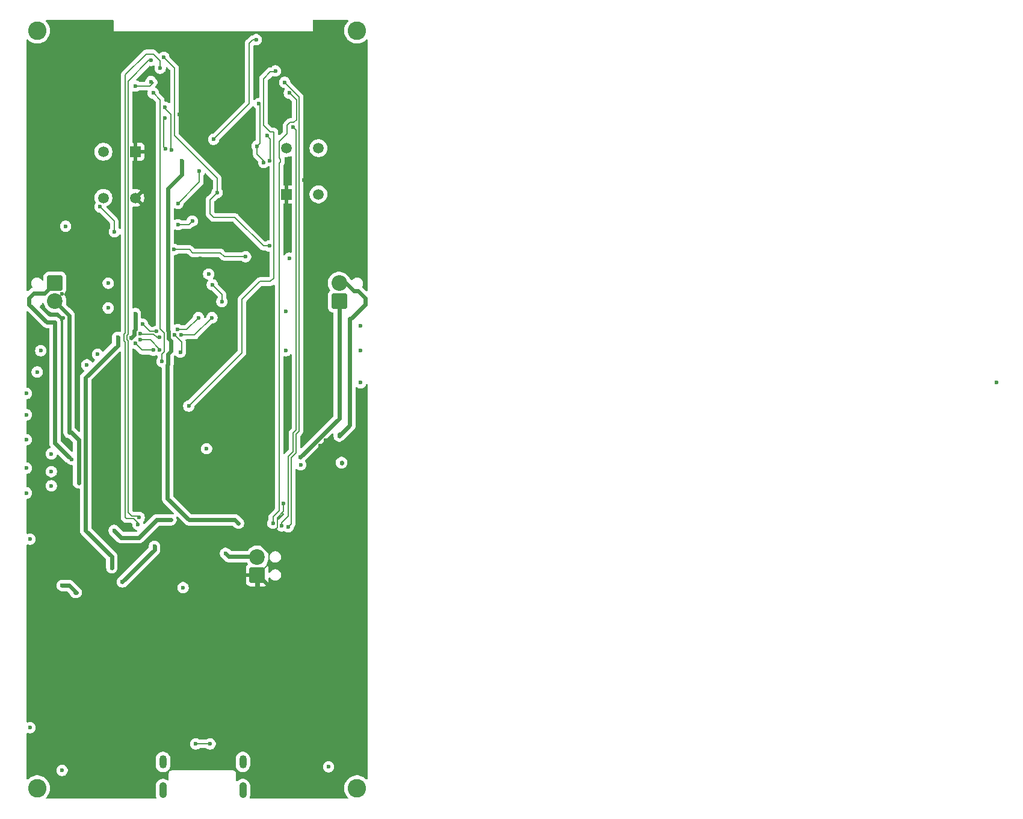
<source format=gbr>
%TF.GenerationSoftware,KiCad,Pcbnew,9.0.1*%
%TF.CreationDate,2025-07-20T14:02:16+01:00*%
%TF.ProjectId,pcb_suiveur,7063625f-7375-4697-9665-75722e6b6963,rev?*%
%TF.SameCoordinates,Original*%
%TF.FileFunction,Copper,L2,Bot*%
%TF.FilePolarity,Positive*%
%FSLAX46Y46*%
G04 Gerber Fmt 4.6, Leading zero omitted, Abs format (unit mm)*
G04 Created by KiCad (PCBNEW 9.0.1) date 2025-07-20 14:02:16*
%MOMM*%
%LPD*%
G01*
G04 APERTURE LIST*
G04 Aperture macros list*
%AMRoundRect*
0 Rectangle with rounded corners*
0 $1 Rounding radius*
0 $2 $3 $4 $5 $6 $7 $8 $9 X,Y pos of 4 corners*
0 Add a 4 corners polygon primitive as box body*
4,1,4,$2,$3,$4,$5,$6,$7,$8,$9,$2,$3,0*
0 Add four circle primitives for the rounded corners*
1,1,$1+$1,$2,$3*
1,1,$1+$1,$4,$5*
1,1,$1+$1,$6,$7*
1,1,$1+$1,$8,$9*
0 Add four rect primitives between the rounded corners*
20,1,$1+$1,$2,$3,$4,$5,0*
20,1,$1+$1,$4,$5,$6,$7,0*
20,1,$1+$1,$6,$7,$8,$9,0*
20,1,$1+$1,$8,$9,$2,$3,0*%
G04 Aperture macros list end*
%TA.AperFunction,ComponentPad*%
%ADD10C,2.600000*%
%TD*%
%TA.AperFunction,ComponentPad*%
%ADD11C,2.200000*%
%TD*%
%TA.AperFunction,ComponentPad*%
%ADD12RoundRect,0.249999X0.850001X-0.850001X0.850001X0.850001X-0.850001X0.850001X-0.850001X-0.850001X0*%
%TD*%
%TA.AperFunction,ComponentPad*%
%ADD13O,1.050000X2.250000*%
%TD*%
%TA.AperFunction,ComponentPad*%
%ADD14O,1.050000X1.850000*%
%TD*%
%TA.AperFunction,ComponentPad*%
%ADD15RoundRect,0.249999X-0.850001X0.850001X-0.850001X-0.850001X0.850001X-0.850001X0.850001X0.850001X0*%
%TD*%
%TA.AperFunction,ComponentPad*%
%ADD16C,1.498000*%
%TD*%
%TA.AperFunction,ComponentPad*%
%ADD17R,1.498000X1.498000*%
%TD*%
%TA.AperFunction,HeatsinkPad*%
%ADD18C,0.600000*%
%TD*%
%TA.AperFunction,ViaPad*%
%ADD19C,0.600000*%
%TD*%
%TA.AperFunction,Conductor*%
%ADD20C,0.200000*%
%TD*%
%TA.AperFunction,Conductor*%
%ADD21C,0.600000*%
%TD*%
G04 APERTURE END LIST*
D10*
%TO.P,H1,1*%
%TO.N,N/C*%
X170500000Y-40000000D03*
%TD*%
%TO.P,H2,1*%
%TO.N,N/C*%
X125500000Y-40000000D03*
%TD*%
%TO.P,H4,1*%
%TO.N,N/C*%
X170500000Y-146500000D03*
%TD*%
D11*
%TO.P,J4_battery3,2,Pin_2*%
%TO.N,Net-(J4_battery3-Pin_2)*%
X156460000Y-114000000D03*
D12*
%TO.P,J4_battery3,1,Pin_1*%
%TO.N,GND*%
X156460000Y-116540000D03*
%TD*%
D13*
%TO.P,P1,SH4*%
%TO.N,N/C*%
X154445000Y-146812500D03*
%TO.P,P1,SH3*%
X143205000Y-146812500D03*
D14*
%TO.P,P1,SH2*%
X154445000Y-142812500D03*
%TO.P,P1,SH1*%
X143205000Y-142812500D03*
%TD*%
D11*
%TO.P,J2,2,Pin_2*%
%TO.N,Net-(D2-K)*%
X128000000Y-78040000D03*
D15*
%TO.P,J2,1,Pin_1*%
%TO.N,Net-(D1-K)*%
X128000000Y-75500000D03*
%TD*%
D16*
%TO.P,SW2,4*%
%TO.N,/EN*%
X165075000Y-56525000D03*
%TO.P,SW2,3*%
%TO.N,GND*%
X160575000Y-56525000D03*
%TO.P,SW2,2*%
%TO.N,/EN*%
X165075000Y-63025000D03*
D17*
%TO.P,SW2,1*%
%TO.N,GND*%
X160575000Y-63025000D03*
%TD*%
D10*
%TO.P,H3,1*%
%TO.N,N/C*%
X125500000Y-146500000D03*
%TD*%
D11*
%TO.P,J3,2,Pin_2*%
%TO.N,Net-(D5-A)*%
X168000000Y-75500000D03*
D12*
%TO.P,J3,1,Pin_1*%
%TO.N,Net-(D7-A)*%
X168000000Y-78040000D03*
%TD*%
D16*
%TO.P,SW1,4*%
%TO.N,/BOOT*%
X134825000Y-63525000D03*
%TO.P,SW1,3*%
%TO.N,GND*%
X139325000Y-63525000D03*
%TO.P,SW1,2*%
%TO.N,/BOOT*%
X134825000Y-57025000D03*
D17*
%TO.P,SW1,1*%
%TO.N,GND*%
X139325000Y-57025000D03*
%TD*%
D18*
%TO.P,U1,19,GND*%
%TO.N,GND*%
X150125000Y-46825000D03*
X150125000Y-47925000D03*
X150675000Y-46275000D03*
X150675000Y-47375000D03*
X150675000Y-48475000D03*
X151225000Y-46825000D03*
X151225000Y-47925000D03*
X151775000Y-46275000D03*
X151775000Y-47375000D03*
X151775000Y-48475000D03*
X152325000Y-46825000D03*
X152325000Y-47925000D03*
%TD*%
D19*
%TO.N,*%
X129500000Y-67500000D03*
X135500000Y-75500000D03*
X132500000Y-87000000D03*
X135500000Y-79000000D03*
X166500000Y-143500000D03*
X134000000Y-85500000D03*
X124000000Y-105000000D03*
X129000000Y-144000000D03*
X124500000Y-138000000D03*
X160500000Y-85000000D03*
X127500000Y-102000000D03*
X161000000Y-72000000D03*
X127500000Y-104000000D03*
X124500000Y-111500000D03*
X126000000Y-85000000D03*
X124000000Y-97500000D03*
X149325000Y-98775000D03*
X171000000Y-89500000D03*
X124000000Y-94000000D03*
X124000000Y-91000000D03*
X125500000Y-88000000D03*
X171000000Y-85000000D03*
%TO.N,3.3V*%
X154825000Y-71775000D03*
X144775000Y-70775000D03*
%TO.N,GND*%
X160500000Y-89500000D03*
X154000000Y-117000000D03*
X156500000Y-105500000D03*
X160000000Y-136000000D03*
X152750000Y-127500000D03*
X135500000Y-40500000D03*
X132000000Y-122000000D03*
X130000000Y-128000000D03*
X141000000Y-106000000D03*
X134500000Y-67500000D03*
X131000000Y-77000000D03*
X148500000Y-72000000D03*
X152325000Y-110775000D03*
X129500000Y-129000000D03*
X144500000Y-138500000D03*
X129000000Y-77000000D03*
X147000000Y-42000000D03*
X144500000Y-134000000D03*
X154500000Y-53000000D03*
X148500000Y-41000000D03*
X133500000Y-46000000D03*
X158500000Y-120500000D03*
X136000000Y-48500000D03*
X142000000Y-122000000D03*
X136000000Y-59000000D03*
X163500000Y-51500000D03*
X164500000Y-77000000D03*
X165000000Y-99500000D03*
X149825000Y-50775000D03*
X139825000Y-65275000D03*
X135500000Y-124500000D03*
X142000000Y-88000000D03*
X165000000Y-89500000D03*
X153000000Y-104500000D03*
X143500000Y-132500000D03*
X129500000Y-109000000D03*
X134500000Y-128000000D03*
X149285000Y-78275000D03*
X155500000Y-145000000D03*
X141000000Y-107500000D03*
X164898959Y-93398959D03*
X141000000Y-119000000D03*
X134500000Y-133500000D03*
X161250000Y-122500000D03*
X131500000Y-52000000D03*
X141000000Y-117500000D03*
X156317500Y-92767500D03*
X156000000Y-142000000D03*
X165000000Y-123500000D03*
X139500000Y-49500000D03*
X150000000Y-72500000D03*
X145000000Y-41000000D03*
X164500000Y-88500000D03*
X163500000Y-59000000D03*
X171500000Y-107000000D03*
X156500000Y-136000000D03*
X141500000Y-58000000D03*
X158000000Y-89500000D03*
X151500000Y-72500000D03*
X134000000Y-42000000D03*
X156000000Y-107000000D03*
X151000000Y-41500000D03*
X162500000Y-112000000D03*
X145475000Y-51775000D03*
X136000000Y-60500000D03*
X145000000Y-139500000D03*
X154000000Y-120000000D03*
X130500000Y-107500000D03*
X125000000Y-125000000D03*
X161000000Y-88500000D03*
X153500000Y-49500000D03*
X152750000Y-127500000D03*
X155500000Y-60000000D03*
X142500000Y-134000000D03*
X153000000Y-137500000D03*
X136000000Y-133500000D03*
X129000000Y-112000000D03*
X150000000Y-52500000D03*
X141000000Y-108500000D03*
X157500000Y-40500000D03*
X160175000Y-106460000D03*
X149500000Y-86500000D03*
X140500000Y-59500000D03*
X165500000Y-106500000D03*
X153500000Y-46500000D03*
X143500000Y-47500000D03*
X151500000Y-86000000D03*
X152750000Y-127500000D03*
X158500000Y-91500000D03*
X140000000Y-69000000D03*
X131500000Y-48500000D03*
X165500000Y-133000000D03*
X145500000Y-101500000D03*
X165000000Y-91500000D03*
X166101041Y-97601041D03*
X146500000Y-110500000D03*
X141500000Y-68500000D03*
X130000000Y-73000000D03*
X159000000Y-128000000D03*
X140500000Y-68000000D03*
X155500000Y-52500000D03*
X131000000Y-109000000D03*
X140500000Y-87000000D03*
X130500000Y-127000000D03*
X145500000Y-109500000D03*
X140500000Y-138500000D03*
X140500000Y-120500000D03*
X157000000Y-88500000D03*
X164500000Y-101000000D03*
X153000000Y-79500000D03*
X146500000Y-104500000D03*
X154500000Y-89500000D03*
X155500000Y-62000000D03*
X151500000Y-81000000D03*
X148500000Y-89500000D03*
X140000000Y-122500000D03*
X153000000Y-89500000D03*
X134000000Y-59000000D03*
X151000000Y-112000000D03*
X149500000Y-67000000D03*
X135500000Y-122500000D03*
X156000000Y-119500000D03*
X153500000Y-54500000D03*
X163500000Y-53500000D03*
X135000000Y-39500000D03*
X141500000Y-56000000D03*
X162500000Y-47500000D03*
X156000000Y-146500000D03*
X161000000Y-59000000D03*
X153000000Y-45000000D03*
X166000000Y-58000000D03*
X137000000Y-121000000D03*
X154500000Y-140500000D03*
X153000000Y-139500000D03*
X139500000Y-53500000D03*
X153000000Y-81500000D03*
X131000000Y-55000000D03*
X135500000Y-138500000D03*
X130000000Y-110500000D03*
X124500000Y-114500000D03*
X157000000Y-121000000D03*
%TO.N,/BOOT*%
X150325000Y-55275000D03*
%TO.N,GND*%
X127500000Y-137000000D03*
X152500000Y-120500000D03*
X166500000Y-88500000D03*
%TO.N,/EN*%
X150825000Y-62775000D03*
%TO.N,+3.3V*%
X153825000Y-109275000D03*
%TO.N,GND*%
X133000000Y-43500000D03*
%TO.N,/BOOT*%
X134325000Y-64775000D03*
%TO.N,/EN*%
X143325000Y-43775000D03*
%TO.N,GND*%
X135500000Y-121000000D03*
X134000000Y-61000000D03*
X124500000Y-108500000D03*
X139500000Y-51000000D03*
X145500000Y-111000000D03*
X132500000Y-68000000D03*
X139000000Y-133500000D03*
X140000000Y-132500000D03*
X135000000Y-88500000D03*
X165000000Y-39500000D03*
X148500000Y-114500000D03*
X139825000Y-65275000D03*
X158500000Y-129500000D03*
X159000000Y-126500000D03*
X152750000Y-127500000D03*
X146500000Y-112000000D03*
%TO.N,/BOOT*%
X145325000Y-64275000D03*
X156325000Y-41275000D03*
X148325000Y-59775000D03*
X136375000Y-68275000D03*
%TO.N,/EN*%
X158175000Y-70275000D03*
%TO.N,VBUS*%
X136825000Y-83125000D03*
%TO.N,+Vbat*%
X142000000Y-112500000D03*
%TO.N,Net-(D2-K)*%
X130375000Y-96560000D03*
%TO.N,Net-(D7-A)*%
X162500000Y-100000000D03*
X162575000Y-101025000D03*
%TO.N,VBUS*%
X138759576Y-83158315D03*
%TO.N,/RTS*%
X145325000Y-67275000D03*
%TO.N,Net-(D1-K)*%
X130000000Y-100000000D03*
%TO.N,Net-(D5-A)*%
X168325000Y-100775000D03*
%TO.N,/RTS*%
X147325000Y-66775000D03*
%TO.N,/SENSE_A*%
X139325000Y-47775000D03*
%TO.N,Net-(P1-CC)*%
X139309953Y-83967435D03*
X147825000Y-140275000D03*
%TO.N,VBUS*%
X136000000Y-115500000D03*
X139325000Y-79775000D03*
%TO.N,+Vbat*%
X137500000Y-117500000D03*
%TO.N,Net-(D5-A)*%
X168000000Y-97000000D03*
%TO.N,+Vbat*%
X144325000Y-108775000D03*
%TO.N,+3.3V*%
X145825000Y-58275000D03*
%TO.N,Net-(D1-K)*%
X130375000Y-100260000D03*
%TO.N,/SENSE_A*%
X141515000Y-47175000D03*
%TO.N,Net-(D2-K)*%
X130375000Y-96560000D03*
%TO.N,+Vbat*%
X136325000Y-110275000D03*
%TO.N,GND*%
X134500000Y-54500000D03*
X146500000Y-89000000D03*
X153500000Y-101000000D03*
X134500000Y-41000000D03*
X153000000Y-83500000D03*
X131000000Y-112500000D03*
X143500000Y-107500000D03*
X163500000Y-135500000D03*
X154825000Y-86775000D03*
X142500000Y-119000000D03*
X141500000Y-61000000D03*
X134500000Y-52000000D03*
X165351041Y-98351041D03*
X146325000Y-79775000D03*
X163000000Y-61000000D03*
X124500000Y-131500000D03*
X150000000Y-110000000D03*
X166000000Y-60000000D03*
X143500000Y-140500000D03*
X134500000Y-50000000D03*
X155000000Y-74500000D03*
X153500000Y-41000000D03*
X152750000Y-124500000D03*
X142500000Y-139500000D03*
X152750000Y-127500000D03*
X131500000Y-75000000D03*
X129128959Y-80371041D03*
X131000000Y-138500000D03*
X142000000Y-144500000D03*
X166000000Y-107000000D03*
X141000000Y-69000000D03*
X165000000Y-122000000D03*
X155500000Y-138500000D03*
%TO.N,/IN1*%
X146825000Y-92775000D03*
%TO.N,Net-(P1-D-)*%
X150085000Y-80362500D03*
%TO.N,/IN2*%
X141515000Y-44175000D03*
%TO.N,/IN4*%
X160825000Y-109775000D03*
%TO.N,/ENA*%
X139659167Y-109438308D03*
%TO.N,/IN2*%
X139850205Y-108461726D03*
%TO.N,Net-(P1-CC)*%
X141825000Y-84925000D03*
%TO.N,/RX_TX*%
X156675000Y-50275000D03*
%TO.N,Net-(P1-D+)*%
X148185000Y-80362500D03*
%TO.N,/ENB*%
X159926000Y-109638658D03*
%TO.N,/TX_RX*%
X157825000Y-54775000D03*
%TO.N,/GPIO9*%
X143475000Y-52275000D03*
%TO.N,Net-(P1-D-)*%
X142690693Y-84910973D03*
%TO.N,/IN1*%
X159015000Y-45675000D03*
%TO.N,/IN3*%
X158675000Y-109274782D03*
%TO.N,/GPIO9*%
X143566714Y-56597475D03*
%TO.N,/ENA*%
X142825000Y-45275000D03*
%TO.N,/IN3*%
X160975000Y-48775000D03*
%TO.N,/GPIO8*%
X144394338Y-56791233D03*
%TO.N,/IN4*%
X160325000Y-47275000D03*
%TO.N,/RX_TX*%
X156444527Y-56234027D03*
X157362585Y-58524974D03*
%TO.N,/GPIO8*%
X143475000Y-50775000D03*
%TO.N,Net-(P1-D-)*%
X145738040Y-82798953D03*
%TO.N,Net-(P1-CC)*%
X149825000Y-140275000D03*
%TO.N,/TX_RX*%
X157825000Y-54775000D03*
X158175000Y-58275000D03*
%TO.N,/ENB*%
X161525363Y-53575000D03*
%TO.N,Net-(P1-D-)*%
X140012002Y-83488236D03*
X145738040Y-82798952D03*
%TO.N,Net-(U4-UD-)*%
X151497500Y-78087500D03*
%TO.N,Net-(P1-D+)*%
X145262882Y-82046464D03*
%TO.N,Net-(U4-UD-)*%
X150135000Y-75725000D03*
X149635000Y-74225000D03*
%TO.N,Net-(P1-D+)*%
X139975000Y-82568457D03*
X142725000Y-83148878D03*
%TO.N,Net-(Q3-C)*%
X146025000Y-118325000D03*
%TO.N,Net-(FB1-Pad1)*%
X145635000Y-85210000D03*
%TO.N,Net-(J4_battery3-Pin_2)*%
X152000000Y-113500000D03*
%TO.N,Net-(FB1-Pad1)*%
X142325000Y-82275000D03*
%TO.N,Net-(J4_battery3-Pin_2)*%
X129000000Y-118000000D03*
%TO.N,/SENSE_B*%
X143075000Y-86525000D03*
X141825000Y-48775000D03*
%TO.N,Net-(FB1-Pad1)*%
X140325000Y-81275000D03*
%TO.N,Net-(J4_battery3-Pin_2)*%
X131000000Y-119000000D03*
%TO.N,Net-(FB1-Pad1)*%
X144825000Y-82775000D03*
%TO.N,Net-(Q3-C)*%
X146025000Y-118325000D03*
%TO.N,*%
X127500000Y-99500000D03*
X171000000Y-81500000D03*
X160500000Y-79500000D03*
X124000000Y-101500000D03*
X260500000Y-89500000D03*
%TD*%
D20*
%TO.N,3.3V*%
X146931501Y-70775000D02*
X144775000Y-70775000D01*
X151294628Y-71244628D02*
X147401129Y-71244628D01*
X154825000Y-71775000D02*
X151825000Y-71775000D01*
X151825000Y-71775000D02*
X151294628Y-71244628D01*
X147401129Y-71244628D02*
X146931501Y-70775000D01*
%TO.N,GND*%
X145475000Y-51625000D02*
X145475000Y-51775000D01*
X152325000Y-110775000D02*
X155325000Y-110775000D01*
D21*
X130000000Y-122000000D02*
X129000000Y-123000000D01*
X156500000Y-116500000D02*
X156500000Y-119000000D01*
D20*
X158825000Y-110275000D02*
X159276000Y-109824000D01*
D21*
X161325000Y-121325000D02*
X161325000Y-122425000D01*
D20*
X155325000Y-110775000D02*
X158080794Y-113530794D01*
X159276000Y-109824000D02*
X159276000Y-108469374D01*
X152325000Y-110775000D02*
X152825000Y-110275000D01*
X154825000Y-86775000D02*
X156325000Y-88275000D01*
X158080794Y-113530794D02*
X158080794Y-114919206D01*
X156325000Y-92775000D02*
X156317500Y-92767500D01*
D21*
X156500000Y-116500000D02*
X161325000Y-121325000D01*
D20*
X160175000Y-107570374D02*
X160175000Y-106460000D01*
D21*
X129000000Y-123000000D02*
X129000000Y-127000000D01*
D20*
X156325000Y-88275000D02*
X156325000Y-92775000D01*
X152825000Y-110275000D02*
X158825000Y-110275000D01*
X159276000Y-108469374D02*
X160175000Y-107570374D01*
X158080794Y-114919206D02*
X156500000Y-116500000D01*
D21*
X132000000Y-122000000D02*
X130000000Y-122000000D01*
X161325000Y-122425000D02*
X161250000Y-122500000D01*
D20*
X146325000Y-50775000D02*
X145475000Y-51625000D01*
D21*
X146325000Y-79775000D02*
X147825000Y-78275000D01*
X156500000Y-119000000D02*
X156000000Y-119500000D01*
D20*
X149825000Y-50775000D02*
X146325000Y-50775000D01*
D21*
X129000000Y-127000000D02*
X130000000Y-128000000D01*
X147825000Y-78275000D02*
X149285000Y-78275000D01*
%TO.N,+3.3V*%
X143975000Y-82237995D02*
X143975000Y-83273528D01*
D20*
%TO.N,/EN*%
X149825000Y-63775000D02*
X149825000Y-65775000D01*
X149825000Y-65775000D02*
X150325000Y-66275000D01*
X150325000Y-66275000D02*
X153325000Y-66275000D01*
D21*
%TO.N,+3.3V*%
X145825000Y-58275000D02*
X145825000Y-60275000D01*
D20*
%TO.N,/EN*%
X144825000Y-54775000D02*
X144825000Y-45275000D01*
X153325000Y-66275000D02*
X157325000Y-70275000D01*
D21*
%TO.N,+3.3V*%
X143825000Y-86977082D02*
X143825000Y-105775000D01*
X144325000Y-85042767D02*
X143925000Y-85442767D01*
D20*
%TO.N,/EN*%
X150825000Y-60775000D02*
X144825000Y-54775000D01*
D21*
%TO.N,+3.3V*%
X146825000Y-108775000D02*
X153325000Y-108775000D01*
X153325000Y-108775000D02*
X153825000Y-109275000D01*
D20*
%TO.N,/EN*%
X150825000Y-62775000D02*
X149825000Y-63775000D01*
D21*
%TO.N,+3.3V*%
X144325000Y-83623528D02*
X144325000Y-85042767D01*
D20*
%TO.N,/EN*%
X143325000Y-43775000D02*
X143575000Y-44025000D01*
X150825000Y-62775000D02*
X150825000Y-60775000D01*
X157325000Y-70275000D02*
X158175000Y-70275000D01*
X144825000Y-45275000D02*
X143325000Y-43775000D01*
D21*
%TO.N,+3.3V*%
X143925000Y-62175000D02*
X143925000Y-82187995D01*
X143925000Y-85442767D02*
X143925000Y-86877082D01*
X143825000Y-105775000D02*
X146825000Y-108775000D01*
X143925000Y-82187995D02*
X143975000Y-82237995D01*
%TO.N,VBUS*%
X139325000Y-82016375D02*
X139125000Y-82216375D01*
X139125000Y-82792891D02*
X138759576Y-83158315D01*
X136000000Y-115500000D02*
X136000000Y-113950000D01*
X132325000Y-110275000D02*
X132325000Y-88775000D01*
X139125000Y-82216375D02*
X139125000Y-82792891D01*
X132325000Y-88775000D02*
X136825000Y-84275000D01*
X136000000Y-113950000D02*
X132325000Y-110275000D01*
X136825000Y-84275000D02*
X136825000Y-83125000D01*
%TO.N,+3.3V*%
X143975000Y-83273528D02*
X144325000Y-83623528D01*
%TO.N,+Vbat*%
X142325000Y-108775000D02*
X139825000Y-111275000D01*
X136325000Y-110275000D02*
X136825000Y-110775000D01*
X137500000Y-117500000D02*
X142000000Y-113000000D01*
X139825000Y-111275000D02*
X137325000Y-111275000D01*
%TO.N,+3.3V*%
X145825000Y-60275000D02*
X143925000Y-62175000D01*
X143925000Y-86877082D02*
X143825000Y-86977082D01*
%TO.N,VBUS*%
X132325000Y-88775000D02*
X132325000Y-89775000D01*
X139325000Y-79775000D02*
X139325000Y-82016375D01*
D20*
%TO.N,/BOOT*%
X145325000Y-64275000D02*
X148325000Y-61275000D01*
X155325000Y-50275000D02*
X155325000Y-41775000D01*
X134325000Y-64775000D02*
X136325000Y-66775000D01*
X155325000Y-41775000D02*
X155825000Y-41275000D01*
X148325000Y-59775000D02*
X148325000Y-61275000D01*
X136325000Y-68275000D02*
X136375000Y-68275000D01*
X136325000Y-66775000D02*
X136325000Y-68275000D01*
X155825000Y-41275000D02*
X156325000Y-41275000D01*
X150325000Y-55275000D02*
X155325000Y-50275000D01*
%TO.N,/SENSE_B*%
X142825000Y-81936522D02*
X143375000Y-82486522D01*
X141825000Y-48775000D02*
X142825000Y-49775000D01*
D21*
%TO.N,Net-(J4_battery3-Pin_2)*%
X130000000Y-118000000D02*
X131000000Y-119000000D01*
X131000000Y-119000000D02*
X130868628Y-119000000D01*
D20*
%TO.N,/SENSE_B*%
X143375000Y-82486522D02*
X143375000Y-85144239D01*
D21*
%TO.N,Net-(J4_battery3-Pin_2)*%
X152460000Y-113960000D02*
X152000000Y-113500000D01*
D20*
%TO.N,/SENSE_B*%
X142825000Y-49775000D02*
X142825000Y-81936522D01*
D21*
%TO.N,Net-(J4_battery3-Pin_2)*%
X156500000Y-113960000D02*
X152460000Y-113960000D01*
D20*
%TO.N,/SENSE_B*%
X143075000Y-85444239D02*
X143075000Y-86525000D01*
X143375000Y-85144239D02*
X143075000Y-85444239D01*
D21*
%TO.N,Net-(J4_battery3-Pin_2)*%
X129000000Y-118000000D02*
X130000000Y-118000000D01*
%TO.N,Net-(D1-K)*%
X126862951Y-81000000D02*
X128000000Y-81000000D01*
%TO.N,Net-(D2-K)*%
X131325000Y-103581502D02*
X131325000Y-97510000D01*
X130000000Y-96500000D02*
X130315000Y-96500000D01*
%TO.N,Net-(D5-A)*%
X169637049Y-80500000D02*
X169500000Y-80500000D01*
X168325000Y-100775000D02*
X168325000Y-100710000D01*
%TO.N,Net-(D1-K)*%
X128000000Y-81000000D02*
X128000000Y-98000000D01*
%TO.N,Net-(D7-A)*%
X168000000Y-78040000D02*
X168000000Y-94500000D01*
%TO.N,Net-(D5-A)*%
X169500000Y-80500000D02*
X169500000Y-95500000D01*
X168000000Y-75500000D02*
X168982951Y-75500000D01*
X168000000Y-97000000D02*
X168000000Y-96735000D01*
%TO.N,+Vbat*%
X144325000Y-108775000D02*
X142325000Y-108775000D01*
%TO.N,Net-(D1-K)*%
X124359000Y-77583951D02*
X124359000Y-78496049D01*
X126561000Y-76939000D02*
X125003951Y-76939000D01*
%TO.N,Net-(D2-K)*%
X131325000Y-97510000D02*
X130375000Y-96560000D01*
X128000000Y-78040000D02*
X130000000Y-80040000D01*
%TO.N,Net-(D1-K)*%
X128000000Y-98000000D02*
X130000000Y-100000000D01*
%TO.N,Net-(D7-A)*%
X168000000Y-94500000D02*
X162500000Y-100000000D01*
%TO.N,+Vbat*%
X142000000Y-113000000D02*
X142000000Y-112500000D01*
%TO.N,Net-(D5-A)*%
X171641000Y-77583951D02*
X171641000Y-78496049D01*
%TO.N,Net-(D2-K)*%
X130315000Y-96500000D02*
X130375000Y-96560000D01*
%TO.N,Net-(D5-A)*%
X171641000Y-78496049D02*
X169637049Y-80500000D01*
%TO.N,+Vbat*%
X137325000Y-111275000D02*
X136325000Y-110275000D01*
%TO.N,Net-(D1-K)*%
X125003951Y-76939000D02*
X124359000Y-77583951D01*
%TO.N,Net-(D5-A)*%
X170658049Y-76601000D02*
X171641000Y-77583951D01*
X170083951Y-76601000D02*
X170658049Y-76601000D01*
X169500000Y-95500000D02*
X168000000Y-97000000D01*
%TO.N,Net-(D1-K)*%
X128000000Y-75500000D02*
X126561000Y-76939000D01*
%TO.N,Net-(D2-K)*%
X130000000Y-80040000D02*
X130000000Y-96500000D01*
%TO.N,Net-(D5-A)*%
X168982951Y-75500000D02*
X170083951Y-76601000D01*
%TO.N,Net-(D1-K)*%
X124359000Y-78496049D02*
X126862951Y-81000000D01*
D20*
%TO.N,/RTS*%
X146825000Y-67275000D02*
X145325000Y-67275000D01*
X147325000Y-66775000D02*
X146825000Y-67275000D01*
%TO.N,/SENSE_A*%
X141325000Y-47775000D02*
X141825000Y-47275000D01*
X141825000Y-47275000D02*
X141615000Y-47275000D01*
X139325000Y-47775000D02*
X141325000Y-47775000D01*
X141615000Y-47275000D02*
X141515000Y-47175000D01*
%TO.N,/ENA*%
X137875000Y-46225000D02*
X137875000Y-82557966D01*
%TO.N,Net-(P1-CC)*%
X140267518Y-84925000D02*
X141825000Y-84925000D01*
%TO.N,/ENA*%
X137875000Y-82557966D02*
X137709576Y-82723391D01*
%TO.N,Net-(P1-CC)*%
X147825000Y-140275000D02*
X149825000Y-140275000D01*
%TO.N,/ENA*%
X142825000Y-44275000D02*
X141825000Y-43275000D01*
X138045824Y-108625000D02*
X139094239Y-108625000D01*
X137709576Y-82723391D02*
X137709576Y-83593240D01*
X139094239Y-108625000D02*
X139659167Y-109189928D01*
X137709576Y-83593240D02*
X137875000Y-83758663D01*
X141825000Y-43275000D02*
X140825000Y-43275000D01*
X139659167Y-109189928D02*
X139659167Y-109438308D01*
X137875000Y-83758663D02*
X137875000Y-108454176D01*
X137875000Y-108454176D02*
X138045824Y-108625000D01*
X140825000Y-43275000D02*
X137875000Y-46225000D01*
%TO.N,Net-(P1-CC)*%
X139309953Y-83967435D02*
X140267518Y-84925000D01*
%TO.N,/ENA*%
X142825000Y-45275000D02*
X142825000Y-44275000D01*
%TO.N,/IN1*%
X157325000Y-53275000D02*
X157325000Y-46775000D01*
%TO.N,/GPIO8*%
X144325000Y-51775000D02*
X143475000Y-50925000D01*
X143475000Y-50925000D02*
X143475000Y-50775000D01*
%TO.N,/IN1*%
X157325000Y-46775000D02*
X158325000Y-45775000D01*
%TO.N,/IN3*%
X160675000Y-54474389D02*
X160675000Y-53305761D01*
%TO.N,/IN1*%
X158915000Y-45775000D02*
X159015000Y-45675000D01*
X154325000Y-77775000D02*
X156825000Y-75275000D01*
%TO.N,/IN3*%
X159725000Y-58440686D02*
X159725000Y-58109314D01*
X160675000Y-53305761D02*
X161055761Y-52925000D01*
%TO.N,/IN1*%
X146825000Y-92775000D02*
X154325000Y-85275000D01*
%TO.N,/IN3*%
X159525000Y-107509314D02*
X159525000Y-58640686D01*
%TO.N,/IN1*%
X158825000Y-74775000D02*
X158825000Y-54275000D01*
%TO.N,/IN3*%
X161055761Y-52925000D02*
X161594239Y-52925000D01*
%TO.N,/GPIO8*%
X144394338Y-56791233D02*
X144325000Y-56721895D01*
%TO.N,/IN3*%
X161594239Y-52925000D02*
X161975000Y-52544239D01*
%TO.N,/ENB*%
X161500000Y-96585787D02*
X161500000Y-99185787D01*
%TO.N,/IN3*%
X159525000Y-55624389D02*
X160675000Y-54474389D01*
X158675000Y-108359314D02*
X159525000Y-107509314D01*
%TO.N,/IN1*%
X156825000Y-75275000D02*
X158325000Y-75275000D01*
%TO.N,/IN3*%
X159525000Y-57909314D02*
X159525000Y-55624389D01*
%TO.N,/IN1*%
X154325000Y-85275000D02*
X154325000Y-77775000D01*
X158325000Y-54275000D02*
X157325000Y-53275000D01*
%TO.N,/IN3*%
X161975000Y-49775000D02*
X160975000Y-48775000D01*
%TO.N,/IN1*%
X158825000Y-54275000D02*
X158325000Y-54275000D01*
%TO.N,/ENB*%
X161925708Y-53975345D02*
X161925708Y-96160078D01*
%TO.N,/GPIO8*%
X144325000Y-56721895D02*
X144325000Y-51775000D01*
%TO.N,/IN1*%
X158325000Y-45775000D02*
X158915000Y-45775000D01*
%TO.N,/ENB*%
X160825000Y-108275000D02*
X159926000Y-109174000D01*
%TO.N,/IN3*%
X158675000Y-109274782D02*
X158675000Y-108359314D01*
%TO.N,/ENB*%
X161525363Y-53575000D02*
X161925708Y-53975345D01*
%TO.N,/IN3*%
X159525000Y-58640686D02*
X159725000Y-58440686D01*
X161975000Y-52544239D02*
X161975000Y-49775000D01*
%TO.N,/IN1*%
X158325000Y-75275000D02*
X158825000Y-74775000D01*
%TO.N,/IN3*%
X159725000Y-58109314D02*
X159525000Y-57909314D01*
%TO.N,/IN2*%
X138275000Y-83592978D02*
X138275000Y-107725000D01*
%TO.N,/IN4*%
X162375000Y-49325000D02*
X160325000Y-47275000D01*
%TO.N,/ENB*%
X161925708Y-96160078D02*
X161500000Y-96585787D01*
%TO.N,/IN4*%
X162375000Y-52709924D02*
X162375000Y-49325000D01*
%TO.N,/ENB*%
X161500000Y-99185787D02*
X160825000Y-99860787D01*
%TO.N,/IN2*%
X138109576Y-82889076D02*
X138109576Y-83427554D01*
X138275000Y-107725000D02*
X138775000Y-108225000D01*
X139613479Y-108225000D02*
X139850205Y-108461726D01*
X138109576Y-83427554D02*
X138275000Y-83592978D01*
%TO.N,/ENB*%
X160825000Y-99860787D02*
X160825000Y-108275000D01*
X159926000Y-109174000D02*
X159926000Y-109638658D01*
%TO.N,/IN4*%
X162325708Y-52759217D02*
X162375000Y-52709924D01*
%TO.N,/IN2*%
X141215000Y-44175000D02*
X138275000Y-47115000D01*
X138775000Y-108225000D02*
X139613479Y-108225000D01*
%TO.N,/IN4*%
X161225000Y-100026472D02*
X161900000Y-99351472D01*
X161225000Y-109375000D02*
X161225000Y-100026472D01*
%TO.N,/GPIO9*%
X143566714Y-56597475D02*
X143325000Y-56355761D01*
%TO.N,/IN2*%
X138275000Y-47115000D02*
X138275000Y-82723652D01*
%TO.N,/IN4*%
X160825000Y-109775000D02*
X161225000Y-109375000D01*
X162325708Y-96325764D02*
X162325708Y-52759217D01*
%TO.N,/GPIO9*%
X143325000Y-56355761D02*
X143325000Y-52425000D01*
X143325000Y-52425000D02*
X143475000Y-52275000D01*
%TO.N,/IN4*%
X161900000Y-99351472D02*
X161900000Y-96751472D01*
X161900000Y-96751472D02*
X162325708Y-96325764D01*
%TO.N,/IN2*%
X138275000Y-82723652D02*
X138109576Y-82889076D01*
X141515000Y-44175000D02*
X141215000Y-44175000D01*
%TO.N,/RX_TX*%
X156825000Y-55853555D02*
X156825000Y-50425000D01*
X156444527Y-57394527D02*
X157362585Y-58312585D01*
X156444527Y-56234027D02*
X156825000Y-55853555D01*
X156825000Y-50425000D02*
X156675000Y-50275000D01*
X157362585Y-58312585D02*
X157362585Y-58524974D01*
X156444527Y-56234027D02*
X156444527Y-57394527D01*
%TO.N,/TX_RX*%
X157825000Y-54775000D02*
X158325000Y-55275000D01*
%TO.N,Net-(U4-UD-)*%
X151497500Y-78087500D02*
X151497500Y-77087500D01*
X151497500Y-77087500D02*
X150135000Y-75725000D01*
%TO.N,Net-(P1-D-)*%
X147648548Y-82798952D02*
X145738040Y-82798952D01*
X142690693Y-84771178D02*
X142690693Y-84910973D01*
%TO.N,Net-(U4-UD-)*%
X150135000Y-75725000D02*
X149986438Y-75873562D01*
%TO.N,/TX_RX*%
X158325000Y-55275000D02*
X158325000Y-58125000D01*
%TO.N,Net-(P1-D-)*%
X140012002Y-83488236D02*
X141407751Y-83488236D01*
%TO.N,/TX_RX*%
X158325000Y-58125000D02*
X158175000Y-58275000D01*
%TO.N,Net-(P1-D-)*%
X141407751Y-83488236D02*
X142690693Y-84771178D01*
X150085000Y-80362500D02*
X147648548Y-82798952D01*
%TO.N,Net-(P1-D+)*%
X140081543Y-82675000D02*
X141857783Y-82675000D01*
X141857783Y-82675000D02*
X142331661Y-83148878D01*
X146501036Y-82046464D02*
X145262882Y-82046464D01*
X139975000Y-82568457D02*
X140081543Y-82675000D01*
X142331661Y-83148878D02*
X142725000Y-83148878D01*
X148185000Y-80362500D02*
X146501036Y-82046464D01*
%TO.N,Net-(FB1-Pad1)*%
X145825000Y-85275000D02*
X145700000Y-85275000D01*
X145825000Y-83775000D02*
X145825000Y-85275000D01*
X144825000Y-82775000D02*
X145825000Y-83775000D01*
X140325000Y-81275000D02*
X141325000Y-82275000D01*
X141325000Y-82275000D02*
X142325000Y-82275000D01*
X145700000Y-85275000D02*
X145635000Y-85210000D01*
%TD*%
%TA.AperFunction,Conductor*%
%TO.N,GND*%
G36*
X149175892Y-60024668D02*
G01*
X149184512Y-60023072D01*
X149209224Y-60033175D01*
X149235097Y-60039779D01*
X149245896Y-60048168D01*
X149249185Y-60049513D01*
X149251048Y-60052170D01*
X149259505Y-60058740D01*
X150188181Y-60987416D01*
X150221666Y-61048739D01*
X150224500Y-61075097D01*
X150224500Y-62195234D01*
X150204815Y-62262273D01*
X150203602Y-62264125D01*
X150115609Y-62395814D01*
X150115602Y-62395827D01*
X150055264Y-62541498D01*
X150055261Y-62541508D01*
X150024362Y-62696848D01*
X149991977Y-62758759D01*
X149990426Y-62760337D01*
X149456286Y-63294478D01*
X149344481Y-63406282D01*
X149344479Y-63406284D01*
X149324769Y-63440425D01*
X149305096Y-63474500D01*
X149265423Y-63543215D01*
X149224499Y-63695943D01*
X149224499Y-63695945D01*
X149224499Y-63864046D01*
X149224500Y-63864059D01*
X149224500Y-65688330D01*
X149224499Y-65688348D01*
X149224499Y-65854054D01*
X149224498Y-65854054D01*
X149265424Y-66006789D01*
X149265425Y-66006790D01*
X149286455Y-66043214D01*
X149286456Y-66043216D01*
X149344475Y-66143709D01*
X149344479Y-66143714D01*
X149344480Y-66143716D01*
X149456284Y-66255520D01*
X149456285Y-66255521D01*
X149956284Y-66755520D01*
X149956286Y-66755521D01*
X149956290Y-66755524D01*
X150017048Y-66790602D01*
X150093216Y-66834577D01*
X150245943Y-66875501D01*
X150245945Y-66875501D01*
X150411654Y-66875501D01*
X150411670Y-66875500D01*
X153024903Y-66875500D01*
X153091942Y-66895185D01*
X153112584Y-66911819D01*
X156840139Y-70639374D01*
X156840149Y-70639385D01*
X156844479Y-70643715D01*
X156844480Y-70643716D01*
X156956284Y-70755520D01*
X157043095Y-70805639D01*
X157043097Y-70805641D01*
X157093213Y-70834576D01*
X157093215Y-70834577D01*
X157245942Y-70875500D01*
X157245943Y-70875500D01*
X157595234Y-70875500D01*
X157662273Y-70895185D01*
X157664125Y-70896398D01*
X157795814Y-70984390D01*
X157795827Y-70984397D01*
X157941498Y-71044735D01*
X157941503Y-71044737D01*
X158096153Y-71075499D01*
X158096156Y-71075500D01*
X158096158Y-71075500D01*
X158100500Y-71075500D01*
X158167539Y-71095185D01*
X158213294Y-71147989D01*
X158224500Y-71199500D01*
X158224500Y-74474901D01*
X158215856Y-74504337D01*
X158209333Y-74534327D01*
X158205577Y-74539344D01*
X158204815Y-74541940D01*
X158188182Y-74562582D01*
X158112584Y-74638181D01*
X158051261Y-74671666D01*
X158024902Y-74674500D01*
X156911669Y-74674500D01*
X156911653Y-74674499D01*
X156904057Y-74674499D01*
X156745943Y-74674499D01*
X156638587Y-74703265D01*
X156593210Y-74715424D01*
X156593209Y-74715425D01*
X156543096Y-74744359D01*
X156543095Y-74744360D01*
X156499689Y-74769420D01*
X156456285Y-74794479D01*
X156456282Y-74794481D01*
X153844481Y-77406282D01*
X153844480Y-77406284D01*
X153810170Y-77465711D01*
X153765423Y-77543215D01*
X153724499Y-77695943D01*
X153724499Y-77695945D01*
X153724499Y-77864046D01*
X153724500Y-77864059D01*
X153724500Y-84974902D01*
X153704815Y-85041941D01*
X153688181Y-85062583D01*
X146810339Y-91940425D01*
X146749016Y-91973910D01*
X146746850Y-91974361D01*
X146591508Y-92005261D01*
X146591498Y-92005264D01*
X146445827Y-92065602D01*
X146445814Y-92065609D01*
X146314711Y-92153210D01*
X146314707Y-92153213D01*
X146203213Y-92264707D01*
X146203210Y-92264711D01*
X146115609Y-92395814D01*
X146115602Y-92395827D01*
X146055264Y-92541498D01*
X146055261Y-92541510D01*
X146024500Y-92696153D01*
X146024500Y-92853846D01*
X146055261Y-93008489D01*
X146055264Y-93008501D01*
X146115602Y-93154172D01*
X146115609Y-93154185D01*
X146203210Y-93285288D01*
X146203213Y-93285292D01*
X146314707Y-93396786D01*
X146314711Y-93396789D01*
X146445814Y-93484390D01*
X146445827Y-93484397D01*
X146591498Y-93544735D01*
X146591503Y-93544737D01*
X146746153Y-93575499D01*
X146746156Y-93575500D01*
X146746158Y-93575500D01*
X146903844Y-93575500D01*
X146903845Y-93575499D01*
X147058497Y-93544737D01*
X147204179Y-93484394D01*
X147335289Y-93396789D01*
X147446789Y-93285289D01*
X147534394Y-93154179D01*
X147594737Y-93008497D01*
X147614113Y-92911085D01*
X147625638Y-92853150D01*
X147658023Y-92791239D01*
X147659518Y-92789716D01*
X154805520Y-85643716D01*
X154884577Y-85506784D01*
X154925501Y-85354057D01*
X154925501Y-85195942D01*
X154925501Y-85188347D01*
X154925500Y-85188329D01*
X154925500Y-78075097D01*
X154945185Y-78008058D01*
X154961819Y-77987416D01*
X157037416Y-75911819D01*
X157098739Y-75878334D01*
X157125097Y-75875500D01*
X158238331Y-75875500D01*
X158238347Y-75875501D01*
X158245943Y-75875501D01*
X158404054Y-75875501D01*
X158404057Y-75875501D01*
X158556785Y-75834577D01*
X158610019Y-75803842D01*
X158693716Y-75755520D01*
X158721153Y-75728082D01*
X158730903Y-75721471D01*
X158753404Y-75714255D01*
X158774142Y-75702932D01*
X158786058Y-75703784D01*
X158797436Y-75700136D01*
X158820263Y-75706230D01*
X158843834Y-75707916D01*
X158853399Y-75715076D01*
X158864941Y-75718158D01*
X158880850Y-75735627D01*
X158899767Y-75749788D01*
X158903941Y-75760981D01*
X158911987Y-75769815D01*
X158915926Y-75793113D01*
X158924184Y-75815252D01*
X158924500Y-75824098D01*
X158924500Y-107209216D01*
X158904815Y-107276255D01*
X158888181Y-107296897D01*
X158194481Y-107990596D01*
X158194479Y-107990598D01*
X158183694Y-108009280D01*
X158174907Y-108024500D01*
X158115423Y-108127529D01*
X158074499Y-108280257D01*
X158074499Y-108280259D01*
X158074499Y-108448360D01*
X158074500Y-108448373D01*
X158074500Y-108695016D01*
X158054815Y-108762055D01*
X158053602Y-108763907D01*
X157965609Y-108895596D01*
X157965602Y-108895609D01*
X157905264Y-109041280D01*
X157905261Y-109041292D01*
X157874500Y-109195935D01*
X157874500Y-109353628D01*
X157905261Y-109508271D01*
X157905264Y-109508283D01*
X157965602Y-109653954D01*
X157965609Y-109653967D01*
X158053210Y-109785070D01*
X158053213Y-109785074D01*
X158164707Y-109896568D01*
X158164711Y-109896571D01*
X158295814Y-109984172D01*
X158295827Y-109984179D01*
X158441498Y-110044517D01*
X158441503Y-110044519D01*
X158596153Y-110075281D01*
X158596156Y-110075282D01*
X158596158Y-110075282D01*
X158753844Y-110075282D01*
X158753845Y-110075281D01*
X158908497Y-110044519D01*
X159054179Y-109984176D01*
X159054189Y-109984169D01*
X159058154Y-109982050D01*
X159126555Y-109967797D01*
X159191802Y-109992788D01*
X159219726Y-110022508D01*
X159304210Y-110148946D01*
X159304213Y-110148950D01*
X159415707Y-110260444D01*
X159415711Y-110260447D01*
X159546814Y-110348048D01*
X159546827Y-110348055D01*
X159674862Y-110401088D01*
X159692503Y-110408395D01*
X159842226Y-110438177D01*
X159847153Y-110439157D01*
X159847156Y-110439158D01*
X159847158Y-110439158D01*
X160004844Y-110439158D01*
X160004845Y-110439157D01*
X160159497Y-110408395D01*
X160204802Y-110389628D01*
X160274268Y-110382160D01*
X160321144Y-110401088D01*
X160445814Y-110484390D01*
X160445827Y-110484397D01*
X160591498Y-110544735D01*
X160591503Y-110544737D01*
X160746153Y-110575499D01*
X160746156Y-110575500D01*
X160746158Y-110575500D01*
X160903844Y-110575500D01*
X160903845Y-110575499D01*
X161058497Y-110544737D01*
X161204179Y-110484394D01*
X161335289Y-110396789D01*
X161446789Y-110285289D01*
X161534394Y-110154179D01*
X161537079Y-110147698D01*
X161579725Y-110044739D01*
X161594737Y-110008497D01*
X161625500Y-109853842D01*
X161625500Y-109853840D01*
X161625637Y-109853152D01*
X161658021Y-109791241D01*
X161659516Y-109789719D01*
X161705520Y-109743716D01*
X161784577Y-109606784D01*
X161822066Y-109466873D01*
X161825500Y-109454058D01*
X161825500Y-109295943D01*
X161825500Y-101706941D01*
X161845185Y-101639902D01*
X161897989Y-101594147D01*
X161967147Y-101584203D01*
X162030703Y-101613228D01*
X162037181Y-101619260D01*
X162064707Y-101646786D01*
X162064711Y-101646789D01*
X162195814Y-101734390D01*
X162195827Y-101734397D01*
X162273356Y-101766510D01*
X162341503Y-101794737D01*
X162496153Y-101825499D01*
X162496156Y-101825500D01*
X162496158Y-101825500D01*
X162653844Y-101825500D01*
X162653845Y-101825499D01*
X162808497Y-101794737D01*
X162954179Y-101734394D01*
X163085289Y-101646789D01*
X163196789Y-101535289D01*
X163284394Y-101404179D01*
X163344737Y-101258497D01*
X163375500Y-101103842D01*
X163375500Y-100946158D01*
X163375500Y-100946155D01*
X163375499Y-100946153D01*
X163362696Y-100881789D01*
X163344737Y-100791503D01*
X163344367Y-100790609D01*
X163298971Y-100681012D01*
X163298969Y-100681009D01*
X163284394Y-100645821D01*
X163274593Y-100631153D01*
X167524500Y-100631153D01*
X167524500Y-100853846D01*
X167555261Y-101008489D01*
X167555264Y-101008501D01*
X167615602Y-101154172D01*
X167615609Y-101154185D01*
X167703210Y-101285288D01*
X167703213Y-101285292D01*
X167814707Y-101396786D01*
X167814711Y-101396789D01*
X167945814Y-101484390D01*
X167945827Y-101484397D01*
X168091498Y-101544735D01*
X168091503Y-101544737D01*
X168246153Y-101575499D01*
X168246156Y-101575500D01*
X168246158Y-101575500D01*
X168403844Y-101575500D01*
X168403845Y-101575499D01*
X168558497Y-101544737D01*
X168704179Y-101484394D01*
X168835289Y-101396789D01*
X168946789Y-101285289D01*
X169034394Y-101154179D01*
X169094737Y-101008497D01*
X169125500Y-100853842D01*
X169125500Y-100631158D01*
X169125500Y-100631155D01*
X169125499Y-100631153D01*
X169101457Y-100510289D01*
X169094737Y-100476503D01*
X169094735Y-100476498D01*
X169034397Y-100330827D01*
X169034390Y-100330814D01*
X168946789Y-100199711D01*
X168946786Y-100199707D01*
X168835292Y-100088213D01*
X168835288Y-100088210D01*
X168704185Y-100000609D01*
X168704172Y-100000602D01*
X168558501Y-99940264D01*
X168558489Y-99940261D01*
X168403845Y-99909500D01*
X168403842Y-99909500D01*
X168246158Y-99909500D01*
X168246155Y-99909500D01*
X168091510Y-99940261D01*
X168091498Y-99940264D01*
X167945827Y-100000602D01*
X167945814Y-100000609D01*
X167814711Y-100088210D01*
X167814707Y-100088213D01*
X167703213Y-100199707D01*
X167703210Y-100199711D01*
X167615609Y-100330814D01*
X167615602Y-100330827D01*
X167555264Y-100476498D01*
X167555261Y-100476510D01*
X167524500Y-100631153D01*
X163274593Y-100631153D01*
X163219850Y-100549224D01*
X163218304Y-100546649D01*
X163210215Y-100515630D01*
X163200636Y-100485037D01*
X163201457Y-100482043D01*
X163200674Y-100479040D01*
X163210638Y-100448575D01*
X163219120Y-100417656D01*
X163221900Y-100414142D01*
X163222394Y-100412633D01*
X163224364Y-100411028D01*
X163236931Y-100395146D01*
X166987819Y-96644257D01*
X167049142Y-96610773D01*
X167118834Y-96615757D01*
X167174767Y-96657629D01*
X167199184Y-96723093D01*
X167199500Y-96731939D01*
X167199500Y-97078846D01*
X167230261Y-97233489D01*
X167230264Y-97233501D01*
X167290602Y-97379172D01*
X167290609Y-97379185D01*
X167378210Y-97510288D01*
X167378213Y-97510292D01*
X167489707Y-97621786D01*
X167489711Y-97621789D01*
X167620814Y-97709390D01*
X167620827Y-97709397D01*
X167766498Y-97769735D01*
X167766503Y-97769737D01*
X167921153Y-97800499D01*
X167921156Y-97800500D01*
X167921158Y-97800500D01*
X168078844Y-97800500D01*
X168078845Y-97800499D01*
X168233497Y-97769737D01*
X168379179Y-97709394D01*
X168510289Y-97621789D01*
X170121788Y-96010290D01*
X170121789Y-96010289D01*
X170209394Y-95879179D01*
X170241337Y-95802060D01*
X170252061Y-95776170D01*
X170252062Y-95776168D01*
X170269736Y-95733500D01*
X170269739Y-95733490D01*
X170300499Y-95578847D01*
X170300500Y-95578845D01*
X170300500Y-90227350D01*
X170320185Y-90160311D01*
X170372989Y-90114556D01*
X170442147Y-90104612D01*
X170493391Y-90124248D01*
X170620814Y-90209390D01*
X170620827Y-90209397D01*
X170766498Y-90269735D01*
X170766503Y-90269737D01*
X170921153Y-90300499D01*
X170921156Y-90300500D01*
X170921158Y-90300500D01*
X171078844Y-90300500D01*
X171078845Y-90300499D01*
X171233497Y-90269737D01*
X171379179Y-90209394D01*
X171510289Y-90121789D01*
X171621789Y-90010289D01*
X171709394Y-89879179D01*
X171760939Y-89754738D01*
X171804779Y-89700334D01*
X171871074Y-89678269D01*
X171938773Y-89695548D01*
X171986384Y-89746685D01*
X171999500Y-89802190D01*
X171999500Y-145153846D01*
X171979815Y-145220885D01*
X171927011Y-145266640D01*
X171857853Y-145276584D01*
X171794297Y-145247559D01*
X171787819Y-145241527D01*
X171689704Y-145143412D01*
X171689697Y-145143406D01*
X171502454Y-144999730D01*
X171502453Y-144999729D01*
X171502450Y-144999727D01*
X171420957Y-144952677D01*
X171298056Y-144881719D01*
X171298045Y-144881714D01*
X171079993Y-144791394D01*
X170852010Y-144730306D01*
X170618020Y-144699501D01*
X170618017Y-144699500D01*
X170618011Y-144699500D01*
X170381989Y-144699500D01*
X170381983Y-144699500D01*
X170381979Y-144699501D01*
X170147989Y-144730306D01*
X169920006Y-144791394D01*
X169701954Y-144881714D01*
X169701943Y-144881719D01*
X169497545Y-144999730D01*
X169310302Y-145143406D01*
X169310295Y-145143412D01*
X169143412Y-145310295D01*
X169143406Y-145310302D01*
X168999730Y-145497545D01*
X168881719Y-145701943D01*
X168881714Y-145701954D01*
X168791394Y-145920006D01*
X168730306Y-146147989D01*
X168699501Y-146381979D01*
X168699500Y-146381995D01*
X168699500Y-146618004D01*
X168699501Y-146618020D01*
X168730306Y-146852010D01*
X168791394Y-147079993D01*
X168881714Y-147298045D01*
X168881719Y-147298056D01*
X168952677Y-147420957D01*
X168999727Y-147502450D01*
X168999729Y-147502453D01*
X168999730Y-147502454D01*
X169143406Y-147689697D01*
X169143412Y-147689704D01*
X169241527Y-147787819D01*
X169275012Y-147849142D01*
X169270028Y-147918834D01*
X169228156Y-147974767D01*
X169162692Y-147999184D01*
X169153846Y-147999500D01*
X155497429Y-147999500D01*
X155430390Y-147979815D01*
X155384635Y-147927011D01*
X155374691Y-147857853D01*
X155382868Y-147828047D01*
X155396156Y-147795967D01*
X155431091Y-147711627D01*
X155470500Y-147513503D01*
X155470500Y-146111497D01*
X155431091Y-145913373D01*
X155353786Y-145726744D01*
X155353784Y-145726741D01*
X155353782Y-145726737D01*
X155241558Y-145558781D01*
X155098718Y-145415941D01*
X154930762Y-145303717D01*
X154930752Y-145303712D01*
X154744127Y-145226409D01*
X154744119Y-145226407D01*
X154546007Y-145187000D01*
X154546003Y-145187000D01*
X154343997Y-145187000D01*
X154343992Y-145187000D01*
X154145880Y-145226407D01*
X154145872Y-145226409D01*
X153959247Y-145303712D01*
X153959237Y-145303717D01*
X153791281Y-145415941D01*
X153791278Y-145415944D01*
X153712181Y-145495042D01*
X153650858Y-145528527D01*
X153581166Y-145523543D01*
X153525233Y-145481671D01*
X153500816Y-145416207D01*
X153500500Y-145407361D01*
X153500500Y-144434110D01*
X153500500Y-144434108D01*
X153466392Y-144306814D01*
X153400500Y-144192686D01*
X153307314Y-144099500D01*
X153250250Y-144066554D01*
X153193187Y-144033608D01*
X153129539Y-144016554D01*
X153065892Y-143999500D01*
X144565892Y-143999500D01*
X144434108Y-143999500D01*
X144306812Y-144033608D01*
X144192686Y-144099500D01*
X144192683Y-144099502D01*
X144099502Y-144192683D01*
X144099500Y-144192686D01*
X144033608Y-144306812D01*
X143999500Y-144434108D01*
X143999500Y-145278021D01*
X143979815Y-145345060D01*
X143927011Y-145390815D01*
X143857853Y-145400759D01*
X143806610Y-145381124D01*
X143690760Y-145303716D01*
X143690752Y-145303712D01*
X143504127Y-145226409D01*
X143504119Y-145226407D01*
X143306007Y-145187000D01*
X143306003Y-145187000D01*
X143103997Y-145187000D01*
X143103992Y-145187000D01*
X142905880Y-145226407D01*
X142905872Y-145226409D01*
X142719247Y-145303712D01*
X142719237Y-145303717D01*
X142551281Y-145415941D01*
X142408441Y-145558781D01*
X142296217Y-145726737D01*
X142296212Y-145726747D01*
X142218909Y-145913372D01*
X142218907Y-145913380D01*
X142179500Y-146111492D01*
X142179500Y-147513507D01*
X142218907Y-147711619D01*
X142218909Y-147711627D01*
X142267132Y-147828047D01*
X142274601Y-147897517D01*
X142243326Y-147959996D01*
X142183237Y-147995648D01*
X142152571Y-147999500D01*
X126846154Y-147999500D01*
X126779115Y-147979815D01*
X126733360Y-147927011D01*
X126723416Y-147857853D01*
X126752441Y-147794297D01*
X126758473Y-147787819D01*
X126856587Y-147689704D01*
X126856592Y-147689699D01*
X127000273Y-147502450D01*
X127118284Y-147298049D01*
X127208606Y-147079993D01*
X127269693Y-146852014D01*
X127300500Y-146618011D01*
X127300500Y-146381989D01*
X127269693Y-146147986D01*
X127208606Y-145920007D01*
X127118284Y-145701951D01*
X127118282Y-145701948D01*
X127118280Y-145701943D01*
X127035625Y-145558782D01*
X127000273Y-145497550D01*
X126926003Y-145400759D01*
X126856593Y-145310302D01*
X126856587Y-145310295D01*
X126689704Y-145143412D01*
X126689697Y-145143406D01*
X126502454Y-144999730D01*
X126502453Y-144999729D01*
X126502450Y-144999727D01*
X126420957Y-144952677D01*
X126298056Y-144881719D01*
X126298045Y-144881714D01*
X126079993Y-144791394D01*
X125852010Y-144730306D01*
X125618020Y-144699501D01*
X125618017Y-144699500D01*
X125618011Y-144699500D01*
X125381989Y-144699500D01*
X125381983Y-144699500D01*
X125381979Y-144699501D01*
X125147989Y-144730306D01*
X124920006Y-144791394D01*
X124701954Y-144881714D01*
X124701943Y-144881719D01*
X124497545Y-144999730D01*
X124310302Y-145143406D01*
X124310295Y-145143412D01*
X124212181Y-145241527D01*
X124150858Y-145275012D01*
X124081166Y-145270028D01*
X124025233Y-145228156D01*
X124000816Y-145162692D01*
X124000500Y-145153846D01*
X124000500Y-143921153D01*
X128199500Y-143921153D01*
X128199500Y-144078846D01*
X128230261Y-144233489D01*
X128230264Y-144233501D01*
X128290602Y-144379172D01*
X128290609Y-144379185D01*
X128378210Y-144510288D01*
X128378213Y-144510292D01*
X128489707Y-144621786D01*
X128489711Y-144621789D01*
X128620814Y-144709390D01*
X128620827Y-144709397D01*
X128766498Y-144769735D01*
X128766503Y-144769737D01*
X128921153Y-144800499D01*
X128921156Y-144800500D01*
X128921158Y-144800500D01*
X129078844Y-144800500D01*
X129078845Y-144800499D01*
X129233497Y-144769737D01*
X129379179Y-144709394D01*
X129510289Y-144621789D01*
X129621789Y-144510289D01*
X129709394Y-144379179D01*
X129769737Y-144233497D01*
X129800500Y-144078842D01*
X129800500Y-143921158D01*
X129800500Y-143921155D01*
X129800499Y-143921153D01*
X129769738Y-143766510D01*
X129769737Y-143766503D01*
X129741471Y-143698262D01*
X129709397Y-143620827D01*
X129709390Y-143620814D01*
X129621789Y-143489711D01*
X129621786Y-143489707D01*
X129510292Y-143378213D01*
X129510288Y-143378210D01*
X129379185Y-143290609D01*
X129379172Y-143290602D01*
X129233501Y-143230264D01*
X129233489Y-143230261D01*
X129078845Y-143199500D01*
X129078842Y-143199500D01*
X128921158Y-143199500D01*
X128921155Y-143199500D01*
X128766510Y-143230261D01*
X128766498Y-143230264D01*
X128620827Y-143290602D01*
X128620814Y-143290609D01*
X128489711Y-143378210D01*
X128489707Y-143378213D01*
X128378213Y-143489707D01*
X128378210Y-143489711D01*
X128290609Y-143620814D01*
X128290602Y-143620827D01*
X128230264Y-143766498D01*
X128230261Y-143766510D01*
X128199500Y-143921153D01*
X124000500Y-143921153D01*
X124000500Y-142311492D01*
X142179500Y-142311492D01*
X142179500Y-143313507D01*
X142218907Y-143511619D01*
X142218909Y-143511627D01*
X142296212Y-143698252D01*
X142296217Y-143698262D01*
X142408441Y-143866218D01*
X142551281Y-144009058D01*
X142719237Y-144121282D01*
X142719241Y-144121284D01*
X142719244Y-144121286D01*
X142905873Y-144198591D01*
X143081359Y-144233497D01*
X143103992Y-144237999D01*
X143103996Y-144238000D01*
X143103997Y-144238000D01*
X143306004Y-144238000D01*
X143306005Y-144237999D01*
X143504127Y-144198591D01*
X143690756Y-144121286D01*
X143858718Y-144009058D01*
X144001558Y-143866218D01*
X144113786Y-143698256D01*
X144191091Y-143511627D01*
X144230500Y-143313503D01*
X144230500Y-142311497D01*
X144230499Y-142311492D01*
X153419500Y-142311492D01*
X153419500Y-143313507D01*
X153458907Y-143511619D01*
X153458909Y-143511627D01*
X153536212Y-143698252D01*
X153536217Y-143698262D01*
X153648441Y-143866218D01*
X153791281Y-144009058D01*
X153959237Y-144121282D01*
X153959241Y-144121284D01*
X153959244Y-144121286D01*
X154145873Y-144198591D01*
X154321359Y-144233497D01*
X154343992Y-144237999D01*
X154343996Y-144238000D01*
X154343997Y-144238000D01*
X154546004Y-144238000D01*
X154546005Y-144237999D01*
X154744127Y-144198591D01*
X154930756Y-144121286D01*
X155098718Y-144009058D01*
X155241558Y-143866218D01*
X155353786Y-143698256D01*
X155431091Y-143511627D01*
X155449087Y-143421153D01*
X165699500Y-143421153D01*
X165699500Y-143578846D01*
X165730261Y-143733489D01*
X165730264Y-143733501D01*
X165790602Y-143879172D01*
X165790609Y-143879185D01*
X165878210Y-144010288D01*
X165878213Y-144010292D01*
X165989707Y-144121786D01*
X165989711Y-144121789D01*
X166120814Y-144209390D01*
X166120827Y-144209397D01*
X166266498Y-144269735D01*
X166266503Y-144269737D01*
X166421153Y-144300499D01*
X166421156Y-144300500D01*
X166421158Y-144300500D01*
X166578844Y-144300500D01*
X166578845Y-144300499D01*
X166733497Y-144269737D01*
X166879179Y-144209394D01*
X167010289Y-144121789D01*
X167121789Y-144010289D01*
X167209394Y-143879179D01*
X167269737Y-143733497D01*
X167300500Y-143578842D01*
X167300500Y-143421158D01*
X167300500Y-143421155D01*
X167300499Y-143421153D01*
X167291957Y-143378210D01*
X167269737Y-143266503D01*
X167269735Y-143266498D01*
X167209397Y-143120827D01*
X167209390Y-143120814D01*
X167121789Y-142989711D01*
X167121786Y-142989707D01*
X167010292Y-142878213D01*
X167010288Y-142878210D01*
X166879185Y-142790609D01*
X166879172Y-142790602D01*
X166733501Y-142730264D01*
X166733489Y-142730261D01*
X166578845Y-142699500D01*
X166578842Y-142699500D01*
X166421158Y-142699500D01*
X166421155Y-142699500D01*
X166266510Y-142730261D01*
X166266498Y-142730264D01*
X166120827Y-142790602D01*
X166120814Y-142790609D01*
X165989711Y-142878210D01*
X165989707Y-142878213D01*
X165878213Y-142989707D01*
X165878210Y-142989711D01*
X165790609Y-143120814D01*
X165790602Y-143120827D01*
X165730264Y-143266498D01*
X165730261Y-143266510D01*
X165699500Y-143421153D01*
X155449087Y-143421153D01*
X155470500Y-143313503D01*
X155470500Y-142311497D01*
X155431091Y-142113373D01*
X155353786Y-141926744D01*
X155353784Y-141926741D01*
X155353782Y-141926737D01*
X155241558Y-141758781D01*
X155098718Y-141615941D01*
X154930762Y-141503717D01*
X154930752Y-141503712D01*
X154744127Y-141426409D01*
X154744119Y-141426407D01*
X154546007Y-141387000D01*
X154546003Y-141387000D01*
X154343997Y-141387000D01*
X154343992Y-141387000D01*
X154145880Y-141426407D01*
X154145872Y-141426409D01*
X153959247Y-141503712D01*
X153959237Y-141503717D01*
X153791281Y-141615941D01*
X153648441Y-141758781D01*
X153536217Y-141926737D01*
X153536212Y-141926747D01*
X153458909Y-142113372D01*
X153458907Y-142113380D01*
X153419500Y-142311492D01*
X144230499Y-142311492D01*
X144191091Y-142113373D01*
X144113786Y-141926744D01*
X144113784Y-141926741D01*
X144113782Y-141926737D01*
X144001558Y-141758781D01*
X143858718Y-141615941D01*
X143690762Y-141503717D01*
X143690752Y-141503712D01*
X143504127Y-141426409D01*
X143504119Y-141426407D01*
X143306007Y-141387000D01*
X143306003Y-141387000D01*
X143103997Y-141387000D01*
X143103992Y-141387000D01*
X142905880Y-141426407D01*
X142905872Y-141426409D01*
X142719247Y-141503712D01*
X142719237Y-141503717D01*
X142551281Y-141615941D01*
X142408441Y-141758781D01*
X142296217Y-141926737D01*
X142296212Y-141926747D01*
X142218909Y-142113372D01*
X142218907Y-142113380D01*
X142179500Y-142311492D01*
X124000500Y-142311492D01*
X124000500Y-140196153D01*
X147024500Y-140196153D01*
X147024500Y-140353846D01*
X147055261Y-140508489D01*
X147055264Y-140508501D01*
X147115602Y-140654172D01*
X147115609Y-140654185D01*
X147203210Y-140785288D01*
X147203213Y-140785292D01*
X147314707Y-140896786D01*
X147314711Y-140896789D01*
X147445814Y-140984390D01*
X147445827Y-140984397D01*
X147591498Y-141044735D01*
X147591503Y-141044737D01*
X147746153Y-141075499D01*
X147746156Y-141075500D01*
X147746158Y-141075500D01*
X147903844Y-141075500D01*
X147903845Y-141075499D01*
X148058497Y-141044737D01*
X148204179Y-140984394D01*
X148204185Y-140984390D01*
X148335875Y-140896398D01*
X148402553Y-140875520D01*
X148404766Y-140875500D01*
X149245234Y-140875500D01*
X149312273Y-140895185D01*
X149314125Y-140896398D01*
X149445814Y-140984390D01*
X149445827Y-140984397D01*
X149591498Y-141044735D01*
X149591503Y-141044737D01*
X149746153Y-141075499D01*
X149746156Y-141075500D01*
X149746158Y-141075500D01*
X149903844Y-141075500D01*
X149903845Y-141075499D01*
X150058497Y-141044737D01*
X150204179Y-140984394D01*
X150335289Y-140896789D01*
X150446789Y-140785289D01*
X150534394Y-140654179D01*
X150594737Y-140508497D01*
X150625500Y-140353842D01*
X150625500Y-140196158D01*
X150625500Y-140196155D01*
X150625499Y-140196153D01*
X150594738Y-140041510D01*
X150594737Y-140041503D01*
X150594735Y-140041498D01*
X150534397Y-139895827D01*
X150534390Y-139895814D01*
X150446789Y-139764711D01*
X150446786Y-139764707D01*
X150335292Y-139653213D01*
X150335288Y-139653210D01*
X150204185Y-139565609D01*
X150204172Y-139565602D01*
X150058501Y-139505264D01*
X150058489Y-139505261D01*
X149903845Y-139474500D01*
X149903842Y-139474500D01*
X149746158Y-139474500D01*
X149746155Y-139474500D01*
X149591510Y-139505261D01*
X149591498Y-139505264D01*
X149445827Y-139565602D01*
X149445814Y-139565609D01*
X149314125Y-139653602D01*
X149247447Y-139674480D01*
X149245234Y-139674500D01*
X148404766Y-139674500D01*
X148337727Y-139654815D01*
X148335875Y-139653602D01*
X148204185Y-139565609D01*
X148204172Y-139565602D01*
X148058501Y-139505264D01*
X148058489Y-139505261D01*
X147903845Y-139474500D01*
X147903842Y-139474500D01*
X147746158Y-139474500D01*
X147746155Y-139474500D01*
X147591510Y-139505261D01*
X147591498Y-139505264D01*
X147445827Y-139565602D01*
X147445814Y-139565609D01*
X147314711Y-139653210D01*
X147314707Y-139653213D01*
X147203213Y-139764707D01*
X147203210Y-139764711D01*
X147115609Y-139895814D01*
X147115602Y-139895827D01*
X147055264Y-140041498D01*
X147055261Y-140041510D01*
X147024500Y-140196153D01*
X124000500Y-140196153D01*
X124000500Y-138845134D01*
X124020185Y-138778095D01*
X124072989Y-138732340D01*
X124142147Y-138722396D01*
X124171950Y-138730572D01*
X124266503Y-138769737D01*
X124421153Y-138800499D01*
X124421156Y-138800500D01*
X124421158Y-138800500D01*
X124578844Y-138800500D01*
X124578845Y-138800499D01*
X124733497Y-138769737D01*
X124879179Y-138709394D01*
X125010289Y-138621789D01*
X125121789Y-138510289D01*
X125209394Y-138379179D01*
X125269737Y-138233497D01*
X125300500Y-138078842D01*
X125300500Y-137921158D01*
X125300500Y-137921155D01*
X125300499Y-137921153D01*
X125269738Y-137766510D01*
X125269737Y-137766503D01*
X125269735Y-137766498D01*
X125209397Y-137620827D01*
X125209390Y-137620814D01*
X125121789Y-137489711D01*
X125121786Y-137489707D01*
X125010292Y-137378213D01*
X125010288Y-137378210D01*
X124879185Y-137290609D01*
X124879172Y-137290602D01*
X124733501Y-137230264D01*
X124733489Y-137230261D01*
X124578845Y-137199500D01*
X124578842Y-137199500D01*
X124421158Y-137199500D01*
X124421155Y-137199500D01*
X124266510Y-137230261D01*
X124266507Y-137230261D01*
X124171952Y-137269427D01*
X124102482Y-137276895D01*
X124040003Y-137245619D01*
X124004351Y-137185530D01*
X124000500Y-137154865D01*
X124000500Y-117921153D01*
X128199500Y-117921153D01*
X128199500Y-118078846D01*
X128230261Y-118233489D01*
X128230264Y-118233501D01*
X128290602Y-118379172D01*
X128290609Y-118379185D01*
X128378210Y-118510288D01*
X128378213Y-118510292D01*
X128489707Y-118621786D01*
X128489711Y-118621789D01*
X128620814Y-118709390D01*
X128620827Y-118709397D01*
X128758693Y-118766502D01*
X128766503Y-118769737D01*
X128921153Y-118800499D01*
X128921156Y-118800500D01*
X128921158Y-118800500D01*
X129078842Y-118800500D01*
X129617060Y-118800500D01*
X129684099Y-118820185D01*
X129704741Y-118836819D01*
X130079660Y-119211738D01*
X130106540Y-119251966D01*
X130159232Y-119379175D01*
X130159237Y-119379185D01*
X130246838Y-119510288D01*
X130246841Y-119510292D01*
X130358335Y-119621786D01*
X130358339Y-119621789D01*
X130489442Y-119709390D01*
X130489455Y-119709397D01*
X130635126Y-119769735D01*
X130635131Y-119769737D01*
X130789781Y-119800499D01*
X130789784Y-119800500D01*
X130789786Y-119800500D01*
X131078844Y-119800500D01*
X131078845Y-119800499D01*
X131233498Y-119769738D01*
X131379179Y-119709394D01*
X131510290Y-119621789D01*
X131621789Y-119510290D01*
X131709394Y-119379179D01*
X131769738Y-119233498D01*
X131800500Y-119078843D01*
X131800500Y-118921158D01*
X131769738Y-118766503D01*
X131709394Y-118620821D01*
X131709392Y-118620818D01*
X131709390Y-118620814D01*
X131621789Y-118489711D01*
X131621786Y-118489707D01*
X130553232Y-117421153D01*
X136699500Y-117421153D01*
X136699500Y-117578846D01*
X136730261Y-117733489D01*
X136730264Y-117733501D01*
X136790602Y-117879172D01*
X136790609Y-117879185D01*
X136878210Y-118010288D01*
X136878213Y-118010292D01*
X136989707Y-118121786D01*
X136989711Y-118121789D01*
X137120814Y-118209390D01*
X137120827Y-118209397D01*
X137266498Y-118269735D01*
X137266503Y-118269737D01*
X137421153Y-118300499D01*
X137421156Y-118300500D01*
X137421158Y-118300500D01*
X137578844Y-118300500D01*
X137578845Y-118300499D01*
X137733497Y-118269737D01*
X137790434Y-118246153D01*
X145224500Y-118246153D01*
X145224500Y-118403846D01*
X145255261Y-118558489D01*
X145255264Y-118558501D01*
X145315602Y-118704172D01*
X145315609Y-118704185D01*
X145403210Y-118835288D01*
X145403213Y-118835292D01*
X145514707Y-118946786D01*
X145514711Y-118946789D01*
X145645814Y-119034390D01*
X145645827Y-119034397D01*
X145791498Y-119094735D01*
X145791503Y-119094737D01*
X145946153Y-119125499D01*
X145946156Y-119125500D01*
X145946158Y-119125500D01*
X146103844Y-119125500D01*
X146103845Y-119125499D01*
X146258497Y-119094737D01*
X146404179Y-119034394D01*
X146535289Y-118946789D01*
X146646789Y-118835289D01*
X146734394Y-118704179D01*
X146794737Y-118558497D01*
X146825500Y-118403842D01*
X146825500Y-118246158D01*
X146825500Y-118246155D01*
X146825499Y-118246153D01*
X146804874Y-118142466D01*
X146794737Y-118091503D01*
X146761099Y-118010292D01*
X146734397Y-117945827D01*
X146734390Y-117945814D01*
X146646789Y-117814711D01*
X146646786Y-117814707D01*
X146535292Y-117703213D01*
X146535288Y-117703210D01*
X146404185Y-117615609D01*
X146404172Y-117615602D01*
X146258501Y-117555264D01*
X146258489Y-117555261D01*
X146103845Y-117524500D01*
X146103842Y-117524500D01*
X145946158Y-117524500D01*
X145946155Y-117524500D01*
X145791510Y-117555261D01*
X145791498Y-117555264D01*
X145645827Y-117615602D01*
X145645814Y-117615609D01*
X145514711Y-117703210D01*
X145514707Y-117703213D01*
X145403213Y-117814707D01*
X145403210Y-117814711D01*
X145315609Y-117945814D01*
X145315602Y-117945827D01*
X145255264Y-118091498D01*
X145255261Y-118091510D01*
X145224500Y-118246153D01*
X137790434Y-118246153D01*
X137879179Y-118209394D01*
X138010289Y-118121789D01*
X138121789Y-118010289D01*
X142621789Y-113510289D01*
X142681348Y-113421153D01*
X151199500Y-113421153D01*
X151199500Y-113578846D01*
X151230261Y-113733489D01*
X151230264Y-113733501D01*
X151290602Y-113879172D01*
X151290609Y-113879185D01*
X151378210Y-114010288D01*
X151378213Y-114010292D01*
X151838211Y-114470289D01*
X151949711Y-114581789D01*
X151949712Y-114581790D01*
X152080817Y-114669392D01*
X152080819Y-114669392D01*
X152080821Y-114669394D01*
X152202361Y-114719737D01*
X152202362Y-114719738D01*
X152226498Y-114729735D01*
X152226503Y-114729737D01*
X152226507Y-114729737D01*
X152226508Y-114729738D01*
X152381154Y-114760500D01*
X152381157Y-114760500D01*
X152381158Y-114760500D01*
X154975224Y-114760500D01*
X154981869Y-114762451D01*
X154988690Y-114761233D01*
X155014963Y-114772169D01*
X155042263Y-114780185D01*
X155048344Y-114786063D01*
X155053195Y-114788082D01*
X155063172Y-114800395D01*
X155077201Y-114813954D01*
X155081931Y-114820792D01*
X155091130Y-114838845D01*
X155159897Y-114933495D01*
X155160721Y-114934686D01*
X155171262Y-114966541D01*
X155182542Y-114998153D01*
X155182204Y-114999604D01*
X155182672Y-115001018D01*
X155174319Y-115033510D01*
X155166716Y-115066207D01*
X155165505Y-115067800D01*
X155165277Y-115068688D01*
X155163765Y-115070090D01*
X155146426Y-115092913D01*
X155017680Y-115221659D01*
X154925645Y-115370869D01*
X154925640Y-115370880D01*
X154870494Y-115537302D01*
X154860000Y-115640013D01*
X154860000Y-116290000D01*
X155969252Y-116290000D01*
X155947482Y-116327708D01*
X155910000Y-116467591D01*
X155910000Y-116612409D01*
X155947482Y-116752292D01*
X155969252Y-116790000D01*
X154860001Y-116790000D01*
X154860001Y-117439986D01*
X154870494Y-117542696D01*
X154870494Y-117542698D01*
X154925640Y-117709119D01*
X154925645Y-117709130D01*
X155017680Y-117858340D01*
X155017683Y-117858344D01*
X155141655Y-117982316D01*
X155141659Y-117982319D01*
X155290869Y-118074354D01*
X155290880Y-118074359D01*
X155457302Y-118129505D01*
X155560019Y-118139999D01*
X156209999Y-118139999D01*
X156210000Y-118139998D01*
X156210000Y-117030747D01*
X156247708Y-117052518D01*
X156387591Y-117090000D01*
X156532409Y-117090000D01*
X156672292Y-117052518D01*
X156710000Y-117030747D01*
X156710000Y-118139999D01*
X157359972Y-118139999D01*
X157359986Y-118139998D01*
X157462696Y-118129505D01*
X157462698Y-118129505D01*
X157629119Y-118074359D01*
X157629130Y-118074354D01*
X157778340Y-117982319D01*
X157778344Y-117982316D01*
X157902316Y-117858344D01*
X157902319Y-117858340D01*
X157994354Y-117709130D01*
X157994359Y-117709119D01*
X158049505Y-117542697D01*
X158059999Y-117439986D01*
X158059999Y-116982781D01*
X158079683Y-116915742D01*
X158132487Y-116869987D01*
X158201646Y-116860043D01*
X158265202Y-116889068D01*
X158285917Y-116914985D01*
X158287221Y-116914114D01*
X158378210Y-117050288D01*
X158378213Y-117050292D01*
X158489707Y-117161786D01*
X158489711Y-117161789D01*
X158620814Y-117249390D01*
X158620827Y-117249397D01*
X158766498Y-117309735D01*
X158766503Y-117309737D01*
X158921153Y-117340499D01*
X158921156Y-117340500D01*
X158921158Y-117340500D01*
X159078844Y-117340500D01*
X159078845Y-117340499D01*
X159233497Y-117309737D01*
X159379179Y-117249394D01*
X159510289Y-117161789D01*
X159621789Y-117050289D01*
X159709394Y-116919179D01*
X159769737Y-116773497D01*
X159800500Y-116618842D01*
X159800500Y-116461158D01*
X159800500Y-116461155D01*
X159800499Y-116461153D01*
X159769738Y-116306510D01*
X159769737Y-116306503D01*
X159769735Y-116306498D01*
X159709397Y-116160827D01*
X159709390Y-116160814D01*
X159621789Y-116029711D01*
X159621786Y-116029707D01*
X159510292Y-115918213D01*
X159510288Y-115918210D01*
X159379185Y-115830609D01*
X159379172Y-115830602D01*
X159233501Y-115770264D01*
X159233489Y-115770261D01*
X159078845Y-115739500D01*
X159078842Y-115739500D01*
X158921158Y-115739500D01*
X158921155Y-115739500D01*
X158766510Y-115770261D01*
X158766498Y-115770264D01*
X158620827Y-115830602D01*
X158620814Y-115830609D01*
X158489711Y-115918210D01*
X158489707Y-115918213D01*
X158378213Y-116029707D01*
X158378210Y-116029711D01*
X158287221Y-116165886D01*
X158284886Y-116164326D01*
X158244294Y-116205573D01*
X158176141Y-116220970D01*
X158110484Y-116197077D01*
X158068167Y-116141479D01*
X158059999Y-116097219D01*
X158059999Y-115640028D01*
X158059998Y-115640012D01*
X158049505Y-115537303D01*
X158049505Y-115537301D01*
X157994359Y-115370880D01*
X157994354Y-115370869D01*
X157902319Y-115221659D01*
X157902316Y-115221655D01*
X157773574Y-115092913D01*
X157740089Y-115031590D01*
X157745073Y-114961898D01*
X157760934Y-114932349D01*
X157828870Y-114838845D01*
X157943241Y-114614379D01*
X158021090Y-114374785D01*
X158026357Y-114341531D01*
X158056286Y-114278396D01*
X158115597Y-114241464D01*
X158185460Y-114242462D01*
X158243692Y-114281071D01*
X158263391Y-114313476D01*
X158290602Y-114379173D01*
X158290609Y-114379185D01*
X158378210Y-114510288D01*
X158378213Y-114510292D01*
X158489707Y-114621786D01*
X158489711Y-114621789D01*
X158620814Y-114709390D01*
X158620827Y-114709397D01*
X158745972Y-114761233D01*
X158766503Y-114769737D01*
X158920630Y-114800395D01*
X158921153Y-114800499D01*
X158921156Y-114800500D01*
X158921158Y-114800500D01*
X159078844Y-114800500D01*
X159078845Y-114800499D01*
X159233497Y-114769737D01*
X159379179Y-114709394D01*
X159510289Y-114621789D01*
X159621789Y-114510289D01*
X159709394Y-114379179D01*
X159769737Y-114233497D01*
X159800500Y-114078842D01*
X159800500Y-113921158D01*
X159800500Y-113921155D01*
X159800499Y-113921153D01*
X159769738Y-113766510D01*
X159769737Y-113766503D01*
X159756062Y-113733489D01*
X159709397Y-113620827D01*
X159709390Y-113620814D01*
X159621789Y-113489711D01*
X159621786Y-113489707D01*
X159510292Y-113378213D01*
X159510288Y-113378210D01*
X159379185Y-113290609D01*
X159379172Y-113290602D01*
X159233501Y-113230264D01*
X159233489Y-113230261D01*
X159078845Y-113199500D01*
X159078842Y-113199500D01*
X158921158Y-113199500D01*
X158921155Y-113199500D01*
X158766510Y-113230261D01*
X158766498Y-113230264D01*
X158620827Y-113290602D01*
X158620814Y-113290609D01*
X158489711Y-113378210D01*
X158489707Y-113378213D01*
X158378213Y-113489707D01*
X158378210Y-113489711D01*
X158290609Y-113620814D01*
X158290602Y-113620827D01*
X158263391Y-113686523D01*
X158219550Y-113740927D01*
X158153256Y-113762992D01*
X158085557Y-113745713D01*
X158037946Y-113694576D01*
X158026357Y-113658469D01*
X158026103Y-113656866D01*
X158021090Y-113625215D01*
X157943241Y-113385621D01*
X157943239Y-113385618D01*
X157943239Y-113385616D01*
X157865730Y-113233497D01*
X157828870Y-113161155D01*
X157799561Y-113120814D01*
X157680798Y-112957350D01*
X157680794Y-112957345D01*
X157502654Y-112779205D01*
X157502649Y-112779201D01*
X157298848Y-112631132D01*
X157298847Y-112631131D01*
X157298845Y-112631130D01*
X157228747Y-112595413D01*
X157074383Y-112516760D01*
X156834785Y-112438910D01*
X156722685Y-112421155D01*
X156585962Y-112399500D01*
X156334038Y-112399500D01*
X156209626Y-112419205D01*
X156085214Y-112438910D01*
X155845616Y-112516760D01*
X155621151Y-112631132D01*
X155417350Y-112779201D01*
X155417345Y-112779205D01*
X155239209Y-112957341D01*
X155239204Y-112957347D01*
X155129469Y-113108385D01*
X155074139Y-113151051D01*
X155029151Y-113159500D01*
X152842940Y-113159500D01*
X152775901Y-113139815D01*
X152755259Y-113123181D01*
X152510292Y-112878213D01*
X152510288Y-112878210D01*
X152379185Y-112790609D01*
X152379172Y-112790602D01*
X152233501Y-112730264D01*
X152233489Y-112730261D01*
X152078845Y-112699500D01*
X152078842Y-112699500D01*
X151921158Y-112699500D01*
X151921155Y-112699500D01*
X151766510Y-112730261D01*
X151766498Y-112730264D01*
X151620827Y-112790602D01*
X151620814Y-112790609D01*
X151489711Y-112878210D01*
X151489707Y-112878213D01*
X151378213Y-112989707D01*
X151378210Y-112989711D01*
X151290609Y-113120814D01*
X151290602Y-113120827D01*
X151230264Y-113266498D01*
X151230261Y-113266510D01*
X151199500Y-113421153D01*
X142681348Y-113421153D01*
X142709394Y-113379179D01*
X142769737Y-113233497D01*
X142800500Y-113078842D01*
X142800500Y-112921158D01*
X142800500Y-112421158D01*
X142800500Y-112421155D01*
X142800499Y-112421153D01*
X142776499Y-112300499D01*
X142769737Y-112266503D01*
X142769735Y-112266498D01*
X142709397Y-112120827D01*
X142709390Y-112120814D01*
X142621789Y-111989711D01*
X142621786Y-111989707D01*
X142510292Y-111878213D01*
X142510288Y-111878210D01*
X142379185Y-111790609D01*
X142379172Y-111790602D01*
X142233501Y-111730264D01*
X142233489Y-111730261D01*
X142078845Y-111699500D01*
X142078842Y-111699500D01*
X141921158Y-111699500D01*
X141921155Y-111699500D01*
X141766510Y-111730261D01*
X141766498Y-111730264D01*
X141620827Y-111790602D01*
X141620814Y-111790609D01*
X141489711Y-111878210D01*
X141489707Y-111878213D01*
X141378213Y-111989707D01*
X141378210Y-111989711D01*
X141290609Y-112120814D01*
X141290602Y-112120827D01*
X141230264Y-112266498D01*
X141230261Y-112266510D01*
X141199500Y-112421153D01*
X141199500Y-112617060D01*
X141179815Y-112684099D01*
X141163181Y-112704741D01*
X136989711Y-116878211D01*
X136953808Y-116914114D01*
X136878209Y-116989712D01*
X136790609Y-117120814D01*
X136790602Y-117120827D01*
X136730264Y-117266498D01*
X136730261Y-117266510D01*
X136699500Y-117421153D01*
X130553232Y-117421153D01*
X130510292Y-117378213D01*
X130510288Y-117378210D01*
X130379185Y-117290609D01*
X130379172Y-117290602D01*
X130233501Y-117230264D01*
X130233489Y-117230261D01*
X130078845Y-117199500D01*
X130078842Y-117199500D01*
X129078842Y-117199500D01*
X128921158Y-117199500D01*
X128921155Y-117199500D01*
X128766510Y-117230261D01*
X128766498Y-117230264D01*
X128620827Y-117290602D01*
X128620814Y-117290609D01*
X128489711Y-117378210D01*
X128489707Y-117378213D01*
X128378213Y-117489707D01*
X128378210Y-117489711D01*
X128290609Y-117620814D01*
X128290602Y-117620827D01*
X128230264Y-117766498D01*
X128230261Y-117766510D01*
X128199500Y-117921153D01*
X124000500Y-117921153D01*
X124000500Y-112345134D01*
X124020185Y-112278095D01*
X124072989Y-112232340D01*
X124142147Y-112222396D01*
X124171950Y-112230572D01*
X124266503Y-112269737D01*
X124421153Y-112300499D01*
X124421156Y-112300500D01*
X124421158Y-112300500D01*
X124578844Y-112300500D01*
X124578845Y-112300499D01*
X124733497Y-112269737D01*
X124879179Y-112209394D01*
X125010289Y-112121789D01*
X125121789Y-112010289D01*
X125209394Y-111879179D01*
X125269737Y-111733497D01*
X125300500Y-111578842D01*
X125300500Y-111421158D01*
X125300500Y-111421155D01*
X125300499Y-111421153D01*
X125269738Y-111266510D01*
X125269737Y-111266503D01*
X125269735Y-111266498D01*
X125209397Y-111120827D01*
X125209390Y-111120814D01*
X125121789Y-110989711D01*
X125121786Y-110989707D01*
X125010292Y-110878213D01*
X125010288Y-110878210D01*
X124879185Y-110790609D01*
X124879172Y-110790602D01*
X124733501Y-110730264D01*
X124733489Y-110730261D01*
X124578845Y-110699500D01*
X124578842Y-110699500D01*
X124421158Y-110699500D01*
X124421155Y-110699500D01*
X124266510Y-110730261D01*
X124266507Y-110730261D01*
X124171952Y-110769427D01*
X124102482Y-110776895D01*
X124040003Y-110745619D01*
X124004351Y-110685530D01*
X124000500Y-110654865D01*
X124000500Y-105917847D01*
X124020185Y-105850808D01*
X124072989Y-105805053D01*
X124100309Y-105796230D01*
X124116291Y-105793050D01*
X124233497Y-105769737D01*
X124379179Y-105709394D01*
X124510289Y-105621789D01*
X124621789Y-105510289D01*
X124709394Y-105379179D01*
X124769737Y-105233497D01*
X124800500Y-105078842D01*
X124800500Y-104921158D01*
X124800500Y-104921155D01*
X124800499Y-104921153D01*
X124769738Y-104766510D01*
X124769737Y-104766503D01*
X124709794Y-104621786D01*
X124709397Y-104620827D01*
X124709390Y-104620814D01*
X124621789Y-104489711D01*
X124621786Y-104489707D01*
X124510292Y-104378213D01*
X124510288Y-104378210D01*
X124379185Y-104290609D01*
X124379172Y-104290602D01*
X124233501Y-104230264D01*
X124233491Y-104230261D01*
X124100308Y-104203769D01*
X124072177Y-104189054D01*
X124043297Y-104175865D01*
X124041440Y-104172975D01*
X124038397Y-104171384D01*
X124022684Y-104143791D01*
X124005523Y-104117087D01*
X124004862Y-104112493D01*
X124003823Y-104110668D01*
X124000500Y-104082152D01*
X124000500Y-103921153D01*
X126699500Y-103921153D01*
X126699500Y-104078846D01*
X126730261Y-104233489D01*
X126730264Y-104233501D01*
X126790602Y-104379172D01*
X126790609Y-104379185D01*
X126878210Y-104510288D01*
X126878213Y-104510292D01*
X126989707Y-104621786D01*
X126989711Y-104621789D01*
X127120814Y-104709390D01*
X127120827Y-104709397D01*
X127258683Y-104766498D01*
X127266503Y-104769737D01*
X127421153Y-104800499D01*
X127421156Y-104800500D01*
X127421158Y-104800500D01*
X127578844Y-104800500D01*
X127578845Y-104800499D01*
X127733497Y-104769737D01*
X127879179Y-104709394D01*
X128010289Y-104621789D01*
X128121789Y-104510289D01*
X128209394Y-104379179D01*
X128269737Y-104233497D01*
X128300500Y-104078842D01*
X128300500Y-103921158D01*
X128300500Y-103921155D01*
X128300499Y-103921153D01*
X128279384Y-103815003D01*
X128269737Y-103766503D01*
X128269735Y-103766498D01*
X128209397Y-103620827D01*
X128209390Y-103620814D01*
X128121789Y-103489711D01*
X128121786Y-103489707D01*
X128010292Y-103378213D01*
X128010288Y-103378210D01*
X127879185Y-103290609D01*
X127879172Y-103290602D01*
X127733501Y-103230264D01*
X127733489Y-103230261D01*
X127578845Y-103199500D01*
X127578842Y-103199500D01*
X127421158Y-103199500D01*
X127421155Y-103199500D01*
X127266510Y-103230261D01*
X127266498Y-103230264D01*
X127120827Y-103290602D01*
X127120814Y-103290609D01*
X126989711Y-103378210D01*
X126989707Y-103378213D01*
X126878213Y-103489707D01*
X126878210Y-103489711D01*
X126790609Y-103620814D01*
X126790602Y-103620827D01*
X126730264Y-103766498D01*
X126730261Y-103766510D01*
X126699500Y-103921153D01*
X124000500Y-103921153D01*
X124000500Y-102417847D01*
X124020185Y-102350808D01*
X124072989Y-102305053D01*
X124100309Y-102296230D01*
X124116291Y-102293050D01*
X124233497Y-102269737D01*
X124379179Y-102209394D01*
X124510289Y-102121789D01*
X124621789Y-102010289D01*
X124681348Y-101921153D01*
X126699500Y-101921153D01*
X126699500Y-102078846D01*
X126730261Y-102233489D01*
X126730264Y-102233501D01*
X126790602Y-102379172D01*
X126790609Y-102379185D01*
X126878210Y-102510288D01*
X126878213Y-102510292D01*
X126989707Y-102621786D01*
X126989711Y-102621789D01*
X127120814Y-102709390D01*
X127120827Y-102709397D01*
X127266498Y-102769735D01*
X127266503Y-102769737D01*
X127421153Y-102800499D01*
X127421156Y-102800500D01*
X127421158Y-102800500D01*
X127578844Y-102800500D01*
X127578845Y-102800499D01*
X127733497Y-102769737D01*
X127879179Y-102709394D01*
X128010289Y-102621789D01*
X128121789Y-102510289D01*
X128209394Y-102379179D01*
X128269737Y-102233497D01*
X128300500Y-102078842D01*
X128300500Y-101921158D01*
X128300500Y-101921155D01*
X128300499Y-101921153D01*
X128275353Y-101794737D01*
X128269737Y-101766503D01*
X128269735Y-101766498D01*
X128209397Y-101620827D01*
X128209390Y-101620814D01*
X128121789Y-101489711D01*
X128121786Y-101489707D01*
X128010292Y-101378213D01*
X128010288Y-101378210D01*
X127879185Y-101290609D01*
X127879172Y-101290602D01*
X127733501Y-101230264D01*
X127733489Y-101230261D01*
X127578845Y-101199500D01*
X127578842Y-101199500D01*
X127421158Y-101199500D01*
X127421155Y-101199500D01*
X127266510Y-101230261D01*
X127266498Y-101230264D01*
X127120827Y-101290602D01*
X127120814Y-101290609D01*
X126989711Y-101378210D01*
X126989707Y-101378213D01*
X126878213Y-101489707D01*
X126878210Y-101489711D01*
X126790609Y-101620814D01*
X126790602Y-101620827D01*
X126730264Y-101766498D01*
X126730261Y-101766510D01*
X126699500Y-101921153D01*
X124681348Y-101921153D01*
X124709394Y-101879179D01*
X124769737Y-101733497D01*
X124800500Y-101578842D01*
X124800500Y-101421158D01*
X124800500Y-101421155D01*
X124800499Y-101421153D01*
X124791957Y-101378210D01*
X124769737Y-101266503D01*
X124769735Y-101266498D01*
X124709397Y-101120827D01*
X124709390Y-101120814D01*
X124621789Y-100989711D01*
X124621786Y-100989707D01*
X124510292Y-100878213D01*
X124510288Y-100878210D01*
X124379185Y-100790609D01*
X124379172Y-100790602D01*
X124233501Y-100730264D01*
X124233491Y-100730261D01*
X124100308Y-100703769D01*
X124038397Y-100671384D01*
X124003823Y-100610668D01*
X124000500Y-100582152D01*
X124000500Y-98417847D01*
X124020185Y-98350808D01*
X124072989Y-98305053D01*
X124100309Y-98296230D01*
X124116291Y-98293050D01*
X124233497Y-98269737D01*
X124379179Y-98209394D01*
X124510289Y-98121789D01*
X124621789Y-98010289D01*
X124709394Y-97879179D01*
X124769737Y-97733497D01*
X124800500Y-97578842D01*
X124800500Y-97421158D01*
X124800500Y-97421155D01*
X124800499Y-97421153D01*
X124769738Y-97266510D01*
X124769737Y-97266503D01*
X124709794Y-97121786D01*
X124709397Y-97120827D01*
X124709390Y-97120814D01*
X124621789Y-96989711D01*
X124621786Y-96989707D01*
X124510292Y-96878213D01*
X124510288Y-96878210D01*
X124379185Y-96790609D01*
X124379172Y-96790602D01*
X124233501Y-96730264D01*
X124233491Y-96730261D01*
X124100308Y-96703769D01*
X124038397Y-96671384D01*
X124003823Y-96610668D01*
X124000500Y-96582152D01*
X124000500Y-94917847D01*
X124020185Y-94850808D01*
X124072989Y-94805053D01*
X124100309Y-94796230D01*
X124116291Y-94793050D01*
X124233497Y-94769737D01*
X124379179Y-94709394D01*
X124510289Y-94621789D01*
X124621789Y-94510289D01*
X124709394Y-94379179D01*
X124769737Y-94233497D01*
X124800500Y-94078842D01*
X124800500Y-93921158D01*
X124800500Y-93921155D01*
X124800499Y-93921153D01*
X124769738Y-93766510D01*
X124769737Y-93766503D01*
X124769735Y-93766498D01*
X124709397Y-93620827D01*
X124709390Y-93620814D01*
X124621789Y-93489711D01*
X124621786Y-93489707D01*
X124510292Y-93378213D01*
X124510288Y-93378210D01*
X124379185Y-93290609D01*
X124379172Y-93290602D01*
X124233501Y-93230264D01*
X124233491Y-93230261D01*
X124100308Y-93203769D01*
X124038397Y-93171384D01*
X124003823Y-93110668D01*
X124000500Y-93082152D01*
X124000500Y-91917847D01*
X124020185Y-91850808D01*
X124072989Y-91805053D01*
X124100309Y-91796230D01*
X124116291Y-91793050D01*
X124233497Y-91769737D01*
X124379179Y-91709394D01*
X124510289Y-91621789D01*
X124621789Y-91510289D01*
X124709394Y-91379179D01*
X124769737Y-91233497D01*
X124800500Y-91078842D01*
X124800500Y-90921158D01*
X124800500Y-90921155D01*
X124800499Y-90921153D01*
X124769738Y-90766510D01*
X124769737Y-90766503D01*
X124769735Y-90766498D01*
X124709397Y-90620827D01*
X124709390Y-90620814D01*
X124621789Y-90489711D01*
X124621786Y-90489707D01*
X124510292Y-90378213D01*
X124510288Y-90378210D01*
X124379185Y-90290609D01*
X124379172Y-90290602D01*
X124233501Y-90230264D01*
X124233491Y-90230261D01*
X124100308Y-90203769D01*
X124038397Y-90171384D01*
X124003823Y-90110668D01*
X124000500Y-90082152D01*
X124000500Y-87921153D01*
X124699500Y-87921153D01*
X124699500Y-88078846D01*
X124730261Y-88233489D01*
X124730264Y-88233501D01*
X124790602Y-88379172D01*
X124790609Y-88379185D01*
X124878210Y-88510288D01*
X124878213Y-88510292D01*
X124989707Y-88621786D01*
X124989711Y-88621789D01*
X125120814Y-88709390D01*
X125120827Y-88709397D01*
X125266498Y-88769735D01*
X125266503Y-88769737D01*
X125421153Y-88800499D01*
X125421156Y-88800500D01*
X125421158Y-88800500D01*
X125578844Y-88800500D01*
X125578845Y-88800499D01*
X125733497Y-88769737D01*
X125879179Y-88709394D01*
X126010289Y-88621789D01*
X126121789Y-88510289D01*
X126209394Y-88379179D01*
X126269737Y-88233497D01*
X126300500Y-88078842D01*
X126300500Y-87921158D01*
X126300500Y-87921155D01*
X126300499Y-87921153D01*
X126269738Y-87766510D01*
X126269737Y-87766503D01*
X126246082Y-87709394D01*
X126209397Y-87620827D01*
X126209390Y-87620814D01*
X126121789Y-87489711D01*
X126121786Y-87489707D01*
X126010292Y-87378213D01*
X126010288Y-87378210D01*
X125879185Y-87290609D01*
X125879172Y-87290602D01*
X125733501Y-87230264D01*
X125733489Y-87230261D01*
X125578845Y-87199500D01*
X125578842Y-87199500D01*
X125421158Y-87199500D01*
X125421155Y-87199500D01*
X125266510Y-87230261D01*
X125266498Y-87230264D01*
X125120827Y-87290602D01*
X125120814Y-87290609D01*
X124989711Y-87378210D01*
X124989707Y-87378213D01*
X124878213Y-87489707D01*
X124878210Y-87489711D01*
X124790609Y-87620814D01*
X124790602Y-87620827D01*
X124730264Y-87766498D01*
X124730261Y-87766510D01*
X124699500Y-87921153D01*
X124000500Y-87921153D01*
X124000500Y-84921153D01*
X125199500Y-84921153D01*
X125199500Y-85078846D01*
X125230261Y-85233489D01*
X125230264Y-85233501D01*
X125290602Y-85379172D01*
X125290609Y-85379185D01*
X125378210Y-85510288D01*
X125378213Y-85510292D01*
X125489707Y-85621786D01*
X125489711Y-85621789D01*
X125620814Y-85709390D01*
X125620827Y-85709397D01*
X125758157Y-85766280D01*
X125766503Y-85769737D01*
X125921153Y-85800499D01*
X125921156Y-85800500D01*
X125921158Y-85800500D01*
X126078844Y-85800500D01*
X126078845Y-85800499D01*
X126233497Y-85769737D01*
X126379179Y-85709394D01*
X126510289Y-85621789D01*
X126621789Y-85510289D01*
X126709394Y-85379179D01*
X126769737Y-85233497D01*
X126800500Y-85078842D01*
X126800500Y-84921158D01*
X126800500Y-84921155D01*
X126800499Y-84921153D01*
X126778509Y-84810603D01*
X126769737Y-84766503D01*
X126769735Y-84766498D01*
X126709397Y-84620827D01*
X126709390Y-84620814D01*
X126621789Y-84489711D01*
X126621786Y-84489707D01*
X126510292Y-84378213D01*
X126510288Y-84378210D01*
X126379185Y-84290609D01*
X126379172Y-84290602D01*
X126233501Y-84230264D01*
X126233489Y-84230261D01*
X126078845Y-84199500D01*
X126078842Y-84199500D01*
X125921158Y-84199500D01*
X125921155Y-84199500D01*
X125766510Y-84230261D01*
X125766498Y-84230264D01*
X125620827Y-84290602D01*
X125620814Y-84290609D01*
X125489711Y-84378210D01*
X125489707Y-84378213D01*
X125378213Y-84489707D01*
X125378210Y-84489711D01*
X125290609Y-84620814D01*
X125290602Y-84620827D01*
X125230264Y-84766498D01*
X125230261Y-84766510D01*
X125199500Y-84921153D01*
X124000500Y-84921153D01*
X124000500Y-79568989D01*
X124020185Y-79501950D01*
X124072989Y-79456195D01*
X124142147Y-79446251D01*
X124205703Y-79475276D01*
X124212181Y-79481308D01*
X126241162Y-81510289D01*
X126309715Y-81578842D01*
X126352663Y-81621790D01*
X126431549Y-81674500D01*
X126483772Y-81709394D01*
X126586784Y-81752062D01*
X126629453Y-81769737D01*
X126784103Y-81800499D01*
X126784106Y-81800500D01*
X126784108Y-81800500D01*
X126784109Y-81800500D01*
X127075500Y-81800500D01*
X127142539Y-81820185D01*
X127188294Y-81872989D01*
X127199500Y-81924500D01*
X127199500Y-98078846D01*
X127230261Y-98233489D01*
X127230264Y-98233501D01*
X127290602Y-98379172D01*
X127290609Y-98379185D01*
X127378210Y-98510288D01*
X127378213Y-98510292D01*
X127379114Y-98511193D01*
X127379435Y-98511780D01*
X127382076Y-98514999D01*
X127381465Y-98515499D01*
X127412599Y-98572516D01*
X127407615Y-98642208D01*
X127365743Y-98698141D01*
X127315626Y-98720491D01*
X127266507Y-98730261D01*
X127266498Y-98730264D01*
X127120827Y-98790602D01*
X127120814Y-98790609D01*
X126989711Y-98878210D01*
X126989707Y-98878213D01*
X126878213Y-98989707D01*
X126878210Y-98989711D01*
X126790609Y-99120814D01*
X126790602Y-99120827D01*
X126730264Y-99266498D01*
X126730261Y-99266510D01*
X126699500Y-99421153D01*
X126699500Y-99578846D01*
X126730261Y-99733489D01*
X126730264Y-99733501D01*
X126790602Y-99879172D01*
X126790609Y-99879185D01*
X126878210Y-100010288D01*
X126878213Y-100010292D01*
X126989707Y-100121786D01*
X126989711Y-100121789D01*
X127120814Y-100209390D01*
X127120827Y-100209397D01*
X127266498Y-100269735D01*
X127266503Y-100269737D01*
X127421153Y-100300499D01*
X127421156Y-100300500D01*
X127421158Y-100300500D01*
X127578844Y-100300500D01*
X127578845Y-100300499D01*
X127733497Y-100269737D01*
X127879179Y-100209394D01*
X128010289Y-100121789D01*
X128121789Y-100010289D01*
X128209394Y-99879179D01*
X128269737Y-99733497D01*
X128279508Y-99684371D01*
X128311892Y-99622464D01*
X128372607Y-99587889D01*
X128442377Y-99591628D01*
X128488806Y-99620884D01*
X129378211Y-100510289D01*
X129450074Y-100582152D01*
X129489712Y-100621790D01*
X129620814Y-100709390D01*
X129620827Y-100709397D01*
X129720081Y-100750509D01*
X129760310Y-100777389D01*
X129864707Y-100881786D01*
X129864711Y-100881789D01*
X129995814Y-100969390D01*
X129995827Y-100969397D01*
X130090234Y-101008501D01*
X130141503Y-101029737D01*
X130296153Y-101060499D01*
X130296156Y-101060500D01*
X130400500Y-101060500D01*
X130467539Y-101080185D01*
X130513294Y-101132989D01*
X130524500Y-101184500D01*
X130524500Y-103660348D01*
X130555261Y-103814991D01*
X130555264Y-103815003D01*
X130615602Y-103960674D01*
X130615609Y-103960687D01*
X130703210Y-104091790D01*
X130703213Y-104091794D01*
X130814707Y-104203288D01*
X130814711Y-104203291D01*
X130945814Y-104290892D01*
X130945827Y-104290899D01*
X131091498Y-104351237D01*
X131091503Y-104351239D01*
X131227110Y-104378213D01*
X131246153Y-104382001D01*
X131246156Y-104382002D01*
X131400500Y-104382002D01*
X131467539Y-104401687D01*
X131513294Y-104454491D01*
X131524500Y-104506002D01*
X131524500Y-110353846D01*
X131555261Y-110508489D01*
X131555264Y-110508501D01*
X131615602Y-110654172D01*
X131615609Y-110654185D01*
X131703210Y-110785288D01*
X131703213Y-110785292D01*
X135163181Y-114245259D01*
X135196666Y-114306582D01*
X135199500Y-114332940D01*
X135199500Y-115578846D01*
X135230261Y-115733489D01*
X135230264Y-115733501D01*
X135290602Y-115879172D01*
X135290609Y-115879185D01*
X135378210Y-116010288D01*
X135378213Y-116010292D01*
X135489707Y-116121786D01*
X135489711Y-116121789D01*
X135620814Y-116209390D01*
X135620827Y-116209397D01*
X135766498Y-116269735D01*
X135766503Y-116269737D01*
X135921153Y-116300499D01*
X135921156Y-116300500D01*
X135921158Y-116300500D01*
X136078844Y-116300500D01*
X136078845Y-116300499D01*
X136233497Y-116269737D01*
X136379179Y-116209394D01*
X136510289Y-116121789D01*
X136621789Y-116010289D01*
X136709394Y-115879179D01*
X136769737Y-115733497D01*
X136800500Y-115578842D01*
X136800500Y-115421158D01*
X136800500Y-113871158D01*
X136800500Y-113871155D01*
X136800499Y-113871153D01*
X136779684Y-113766510D01*
X136769737Y-113716503D01*
X136730102Y-113620814D01*
X136709397Y-113570827D01*
X136709390Y-113570814D01*
X136621790Y-113439712D01*
X136567694Y-113385616D01*
X136510289Y-113328211D01*
X133161819Y-109979741D01*
X133128334Y-109918418D01*
X133125500Y-109892060D01*
X133125500Y-89157940D01*
X133145185Y-89090901D01*
X133161819Y-89070259D01*
X137062819Y-85169259D01*
X137124142Y-85135774D01*
X137193834Y-85140758D01*
X137249767Y-85182630D01*
X137274184Y-85248094D01*
X137274500Y-85256940D01*
X137274500Y-108367506D01*
X137274499Y-108367524D01*
X137274499Y-108533230D01*
X137274498Y-108533230D01*
X137276715Y-108541502D01*
X137315423Y-108685961D01*
X137315424Y-108685963D01*
X137315423Y-108685963D01*
X137329837Y-108710927D01*
X137329839Y-108710929D01*
X137329840Y-108710931D01*
X137360764Y-108764493D01*
X137394479Y-108822891D01*
X137523716Y-108952128D01*
X137523720Y-108952132D01*
X137677108Y-109105520D01*
X137677110Y-109105521D01*
X137677111Y-109105522D01*
X137677114Y-109105524D01*
X137761399Y-109154185D01*
X137814040Y-109184577D01*
X137966767Y-109225501D01*
X137966769Y-109225501D01*
X138132478Y-109225501D01*
X138132494Y-109225500D01*
X138735049Y-109225500D01*
X138802088Y-109245185D01*
X138847843Y-109297989D01*
X138857069Y-109353374D01*
X138858667Y-109353374D01*
X138858667Y-109517154D01*
X138889428Y-109671797D01*
X138889431Y-109671809D01*
X138949769Y-109817480D01*
X138949776Y-109817493D01*
X139037377Y-109948596D01*
X139037380Y-109948600D01*
X139148874Y-110060094D01*
X139148878Y-110060097D01*
X139279981Y-110147698D01*
X139279994Y-110147705D01*
X139396960Y-110196153D01*
X139425670Y-110208045D01*
X139476899Y-110218235D01*
X139485900Y-110222943D01*
X139496035Y-110223668D01*
X139516336Y-110238864D01*
X139538809Y-110250619D01*
X139543836Y-110259448D01*
X139551971Y-110265537D01*
X139560835Y-110289300D01*
X139573383Y-110311335D01*
X139572839Y-110321479D01*
X139576391Y-110331000D01*
X139571001Y-110355782D01*
X139569644Y-110381104D01*
X139563306Y-110391162D01*
X139561542Y-110399274D01*
X139540392Y-110427529D01*
X139529745Y-110438177D01*
X139468424Y-110471665D01*
X139442060Y-110474500D01*
X137707940Y-110474500D01*
X137640901Y-110454815D01*
X137620259Y-110438181D01*
X136835292Y-109653213D01*
X136835288Y-109653210D01*
X136704185Y-109565609D01*
X136704172Y-109565602D01*
X136558501Y-109505264D01*
X136558489Y-109505261D01*
X136403845Y-109474500D01*
X136403842Y-109474500D01*
X136246158Y-109474500D01*
X136246155Y-109474500D01*
X136091510Y-109505261D01*
X136091498Y-109505264D01*
X135945827Y-109565602D01*
X135945814Y-109565609D01*
X135814711Y-109653210D01*
X135814707Y-109653213D01*
X135703213Y-109764707D01*
X135703210Y-109764711D01*
X135615609Y-109895814D01*
X135615602Y-109895827D01*
X135555264Y-110041498D01*
X135555261Y-110041510D01*
X135524500Y-110196153D01*
X135524500Y-110353846D01*
X135555261Y-110508489D01*
X135555264Y-110508501D01*
X135615602Y-110654172D01*
X135615609Y-110654185D01*
X135703210Y-110785288D01*
X135703213Y-110785292D01*
X136814707Y-111896786D01*
X136814711Y-111896789D01*
X136945814Y-111984390D01*
X136945818Y-111984392D01*
X136945821Y-111984394D01*
X137091503Y-112044738D01*
X137246153Y-112075499D01*
X137246157Y-112075500D01*
X137246158Y-112075500D01*
X139903844Y-112075500D01*
X139903845Y-112075499D01*
X140058497Y-112044737D01*
X140204179Y-111984394D01*
X140335289Y-111896789D01*
X142620259Y-109611819D01*
X142681582Y-109578334D01*
X142707940Y-109575500D01*
X144403844Y-109575500D01*
X144403845Y-109575499D01*
X144558497Y-109544737D01*
X144704179Y-109484394D01*
X144835289Y-109396789D01*
X144946789Y-109285289D01*
X145034394Y-109154179D01*
X145094737Y-109008497D01*
X145125500Y-108853842D01*
X145125500Y-108696158D01*
X145125500Y-108696155D01*
X145125499Y-108696153D01*
X145121471Y-108675902D01*
X145094737Y-108541503D01*
X145075424Y-108494879D01*
X145067956Y-108425410D01*
X145099231Y-108362931D01*
X145159320Y-108327279D01*
X145229145Y-108329773D01*
X145277667Y-108359746D01*
X146314707Y-109396786D01*
X146314711Y-109396789D01*
X146445814Y-109484390D01*
X146445818Y-109484392D01*
X146445821Y-109484394D01*
X146591503Y-109544738D01*
X146746153Y-109575499D01*
X146746157Y-109575500D01*
X146746158Y-109575500D01*
X146903843Y-109575500D01*
X152942060Y-109575500D01*
X153009099Y-109595185D01*
X153029741Y-109611819D01*
X153314707Y-109896786D01*
X153314711Y-109896789D01*
X153445814Y-109984390D01*
X153445818Y-109984392D01*
X153445821Y-109984394D01*
X153591503Y-110044738D01*
X153745057Y-110075281D01*
X153746153Y-110075499D01*
X153746157Y-110075500D01*
X153746158Y-110075500D01*
X153903844Y-110075500D01*
X153903845Y-110075499D01*
X154058497Y-110044738D01*
X154204179Y-109984394D01*
X154335289Y-109896789D01*
X154446789Y-109785289D01*
X154534394Y-109654179D01*
X154594738Y-109508497D01*
X154625500Y-109353843D01*
X154625500Y-109196158D01*
X154594738Y-109041503D01*
X154534394Y-108895821D01*
X154534392Y-108895818D01*
X154534390Y-108895814D01*
X154446789Y-108764711D01*
X154446786Y-108764707D01*
X153835292Y-108153213D01*
X153835288Y-108153210D01*
X153704185Y-108065609D01*
X153704172Y-108065602D01*
X153558501Y-108005264D01*
X153558489Y-108005261D01*
X153403845Y-107974500D01*
X153403842Y-107974500D01*
X147207940Y-107974500D01*
X147140901Y-107954815D01*
X147120259Y-107938181D01*
X144661819Y-105479741D01*
X144628334Y-105418418D01*
X144625500Y-105392060D01*
X144625500Y-98696153D01*
X148524500Y-98696153D01*
X148524500Y-98853846D01*
X148555261Y-99008489D01*
X148555264Y-99008501D01*
X148615602Y-99154172D01*
X148615609Y-99154185D01*
X148703210Y-99285288D01*
X148703213Y-99285292D01*
X148814707Y-99396786D01*
X148814711Y-99396789D01*
X148945814Y-99484390D01*
X148945827Y-99484397D01*
X149091498Y-99544735D01*
X149091503Y-99544737D01*
X149246153Y-99575499D01*
X149246156Y-99575500D01*
X149246158Y-99575500D01*
X149403844Y-99575500D01*
X149403845Y-99575499D01*
X149558497Y-99544737D01*
X149704179Y-99484394D01*
X149835289Y-99396789D01*
X149946789Y-99285289D01*
X150034394Y-99154179D01*
X150094737Y-99008497D01*
X150125500Y-98853842D01*
X150125500Y-98696158D01*
X150125500Y-98696155D01*
X150125499Y-98696153D01*
X150123130Y-98684242D01*
X150094737Y-98541503D01*
X150083759Y-98514999D01*
X150034397Y-98395827D01*
X150034390Y-98395814D01*
X149946789Y-98264711D01*
X149946786Y-98264707D01*
X149835292Y-98153213D01*
X149835288Y-98153210D01*
X149704185Y-98065609D01*
X149704172Y-98065602D01*
X149558501Y-98005264D01*
X149558489Y-98005261D01*
X149403845Y-97974500D01*
X149403842Y-97974500D01*
X149246158Y-97974500D01*
X149246155Y-97974500D01*
X149091510Y-98005261D01*
X149091498Y-98005264D01*
X148945827Y-98065602D01*
X148945814Y-98065609D01*
X148814711Y-98153210D01*
X148814707Y-98153213D01*
X148703213Y-98264707D01*
X148703210Y-98264711D01*
X148615609Y-98395814D01*
X148615602Y-98395827D01*
X148555264Y-98541498D01*
X148555261Y-98541510D01*
X148524500Y-98696153D01*
X144625500Y-98696153D01*
X144625500Y-87302398D01*
X144627126Y-87294221D01*
X144626210Y-87289143D01*
X144634939Y-87254945D01*
X144643452Y-87234394D01*
X144678201Y-87150501D01*
X144694737Y-87110580D01*
X144725500Y-86955925D01*
X144725500Y-86798240D01*
X144725500Y-85825706D01*
X144734143Y-85796269D01*
X144740667Y-85766280D01*
X144744422Y-85761263D01*
X144745185Y-85758667D01*
X144761814Y-85738030D01*
X144812783Y-85687061D01*
X144874103Y-85653577D01*
X144943794Y-85658561D01*
X144999728Y-85700432D01*
X145003564Y-85705852D01*
X145013210Y-85720288D01*
X145013213Y-85720292D01*
X145124707Y-85831786D01*
X145124711Y-85831789D01*
X145255814Y-85919390D01*
X145255827Y-85919397D01*
X145401498Y-85979735D01*
X145401503Y-85979737D01*
X145555092Y-86010288D01*
X145556153Y-86010499D01*
X145556156Y-86010500D01*
X145556158Y-86010500D01*
X145713844Y-86010500D01*
X145713845Y-86010499D01*
X145868497Y-85979737D01*
X146014179Y-85919394D01*
X146145289Y-85831789D01*
X146256789Y-85720289D01*
X146344394Y-85589179D01*
X146363150Y-85543895D01*
X146384577Y-85506784D01*
X146395668Y-85465391D01*
X146404737Y-85443497D01*
X146413964Y-85397109D01*
X146425500Y-85354057D01*
X146425500Y-85339115D01*
X146432912Y-85301848D01*
X146435500Y-85288843D01*
X146435500Y-85131157D01*
X146435499Y-85131156D01*
X146427883Y-85092864D01*
X146425500Y-85068672D01*
X146425500Y-83864060D01*
X146425501Y-83864047D01*
X146425501Y-83695945D01*
X146425501Y-83695943D01*
X146387880Y-83555543D01*
X146389543Y-83485697D01*
X146428705Y-83427834D01*
X146492933Y-83400329D01*
X146507655Y-83399452D01*
X147561879Y-83399452D01*
X147561895Y-83399453D01*
X147569491Y-83399453D01*
X147727602Y-83399453D01*
X147727605Y-83399453D01*
X147880333Y-83358529D01*
X147939875Y-83324152D01*
X148017264Y-83279472D01*
X148129068Y-83167668D01*
X148129068Y-83167666D01*
X148139272Y-83157463D01*
X148139275Y-83157458D01*
X150099662Y-81197072D01*
X150160983Y-81163589D01*
X150163150Y-81163138D01*
X150221085Y-81151613D01*
X150318497Y-81132237D01*
X150464179Y-81071894D01*
X150595289Y-80984289D01*
X150706789Y-80872789D01*
X150794394Y-80741679D01*
X150799124Y-80730261D01*
X150829077Y-80657945D01*
X150854737Y-80595997D01*
X150885500Y-80441342D01*
X150885500Y-80283658D01*
X150885500Y-80283655D01*
X150885499Y-80283653D01*
X150882731Y-80269737D01*
X150854737Y-80129003D01*
X150851748Y-80121786D01*
X150794397Y-79983327D01*
X150794390Y-79983314D01*
X150706789Y-79852211D01*
X150706786Y-79852207D01*
X150595292Y-79740713D01*
X150595288Y-79740710D01*
X150464185Y-79653109D01*
X150464172Y-79653102D01*
X150318501Y-79592764D01*
X150318489Y-79592761D01*
X150163845Y-79562000D01*
X150163842Y-79562000D01*
X150006158Y-79562000D01*
X150006155Y-79562000D01*
X149851510Y-79592761D01*
X149851498Y-79592764D01*
X149705827Y-79653102D01*
X149705814Y-79653109D01*
X149574711Y-79740710D01*
X149574707Y-79740713D01*
X149463213Y-79852207D01*
X149463210Y-79852211D01*
X149375609Y-79983314D01*
X149375602Y-79983327D01*
X149315264Y-80128998D01*
X149315261Y-80129008D01*
X149284361Y-80284350D01*
X149275595Y-80301106D01*
X149271576Y-80319585D01*
X149252833Y-80344621D01*
X149251976Y-80346261D01*
X149250425Y-80347839D01*
X149197181Y-80401083D01*
X149135858Y-80434568D01*
X149066166Y-80429584D01*
X149010233Y-80387712D01*
X148985816Y-80322248D01*
X148985500Y-80313402D01*
X148985500Y-80283655D01*
X148985499Y-80283653D01*
X148982731Y-80269737D01*
X148954737Y-80129003D01*
X148951748Y-80121786D01*
X148894397Y-79983327D01*
X148894390Y-79983314D01*
X148806789Y-79852211D01*
X148806786Y-79852207D01*
X148695292Y-79740713D01*
X148695288Y-79740710D01*
X148564185Y-79653109D01*
X148564172Y-79653102D01*
X148418501Y-79592764D01*
X148418489Y-79592761D01*
X148263845Y-79562000D01*
X148263842Y-79562000D01*
X148106158Y-79562000D01*
X148106155Y-79562000D01*
X147951510Y-79592761D01*
X147951498Y-79592764D01*
X147805827Y-79653102D01*
X147805814Y-79653109D01*
X147674711Y-79740710D01*
X147674707Y-79740713D01*
X147563213Y-79852207D01*
X147563210Y-79852211D01*
X147475609Y-79983314D01*
X147475602Y-79983327D01*
X147415264Y-80128998D01*
X147415261Y-80129008D01*
X147384362Y-80284348D01*
X147351977Y-80346259D01*
X147350426Y-80347837D01*
X146288620Y-81409645D01*
X146227297Y-81443130D01*
X146200939Y-81445964D01*
X145842648Y-81445964D01*
X145775609Y-81426279D01*
X145773757Y-81425066D01*
X145642067Y-81337073D01*
X145642054Y-81337066D01*
X145496383Y-81276728D01*
X145496371Y-81276725D01*
X145341727Y-81245964D01*
X145341724Y-81245964D01*
X145184040Y-81245964D01*
X145184037Y-81245964D01*
X145029392Y-81276725D01*
X145029380Y-81276728D01*
X144896952Y-81331581D01*
X144827482Y-81339050D01*
X144765003Y-81307774D01*
X144729352Y-81247685D01*
X144725500Y-81217020D01*
X144725500Y-74146153D01*
X148834500Y-74146153D01*
X148834500Y-74303846D01*
X148865261Y-74458489D01*
X148865264Y-74458501D01*
X148925602Y-74604172D01*
X148925609Y-74604185D01*
X149013210Y-74735288D01*
X149013213Y-74735292D01*
X149124707Y-74846786D01*
X149124711Y-74846789D01*
X149255814Y-74934390D01*
X149255827Y-74934397D01*
X149389359Y-74989707D01*
X149401503Y-74994737D01*
X149428423Y-75000091D01*
X149450624Y-75004508D01*
X149512535Y-75036892D01*
X149547109Y-75097608D01*
X149543370Y-75167377D01*
X149516706Y-75209697D01*
X149517076Y-75210001D01*
X149514661Y-75212942D01*
X149514123Y-75213798D01*
X149513212Y-75214708D01*
X149513210Y-75214711D01*
X149425609Y-75345814D01*
X149425602Y-75345827D01*
X149365264Y-75491498D01*
X149365261Y-75491510D01*
X149334500Y-75646153D01*
X149334500Y-75803846D01*
X149365261Y-75958489D01*
X149365264Y-75958501D01*
X149425604Y-76104176D01*
X149425607Y-76104181D01*
X149427618Y-76107191D01*
X149431899Y-76114076D01*
X149505914Y-76242271D01*
X149505917Y-76242275D01*
X149505919Y-76242278D01*
X149617722Y-76354081D01*
X149733665Y-76421021D01*
X149745916Y-76428095D01*
X149752798Y-76432375D01*
X149755819Y-76434393D01*
X149755820Y-76434393D01*
X149755821Y-76434394D01*
X149901503Y-76494737D01*
X149966147Y-76507595D01*
X150056849Y-76525638D01*
X150118760Y-76558023D01*
X150120339Y-76559574D01*
X150860681Y-77299916D01*
X150875384Y-77326843D01*
X150891977Y-77352662D01*
X150892868Y-77358862D01*
X150894166Y-77361239D01*
X150897000Y-77387597D01*
X150897000Y-77507734D01*
X150877315Y-77574773D01*
X150876102Y-77576625D01*
X150788109Y-77708314D01*
X150788102Y-77708327D01*
X150727764Y-77853998D01*
X150727761Y-77854010D01*
X150697000Y-78008653D01*
X150697000Y-78166346D01*
X150727761Y-78320989D01*
X150727764Y-78321001D01*
X150788102Y-78466672D01*
X150788109Y-78466685D01*
X150875710Y-78597788D01*
X150875713Y-78597792D01*
X150987207Y-78709286D01*
X150987211Y-78709289D01*
X151118314Y-78796890D01*
X151118327Y-78796897D01*
X151263998Y-78857235D01*
X151264003Y-78857237D01*
X151418653Y-78887999D01*
X151418656Y-78888000D01*
X151418658Y-78888000D01*
X151576344Y-78888000D01*
X151576345Y-78887999D01*
X151730997Y-78857237D01*
X151876679Y-78796894D01*
X152007789Y-78709289D01*
X152119289Y-78597789D01*
X152206894Y-78466679D01*
X152267237Y-78320997D01*
X152298000Y-78166342D01*
X152298000Y-78008658D01*
X152298000Y-78008655D01*
X152297999Y-78008653D01*
X152293775Y-77987416D01*
X152267237Y-77854003D01*
X152219809Y-77739500D01*
X152206897Y-77708327D01*
X152206890Y-77708314D01*
X152118898Y-77576625D01*
X152098020Y-77509947D01*
X152098000Y-77507734D01*
X152098000Y-77176559D01*
X152098001Y-77176546D01*
X152098001Y-77008445D01*
X152098001Y-77008443D01*
X152057077Y-76855715D01*
X152015355Y-76783451D01*
X151978020Y-76718784D01*
X151866216Y-76606980D01*
X151861885Y-76602649D01*
X151861874Y-76602639D01*
X150969574Y-75710339D01*
X150936089Y-75649016D01*
X150935638Y-75646849D01*
X150904738Y-75491510D01*
X150904737Y-75491503D01*
X150904735Y-75491498D01*
X150844397Y-75345827D01*
X150844390Y-75345814D01*
X150756789Y-75214711D01*
X150756786Y-75214707D01*
X150645292Y-75103213D01*
X150645288Y-75103210D01*
X150514185Y-75015609D01*
X150514172Y-75015602D01*
X150368501Y-74955264D01*
X150368491Y-74955261D01*
X150319374Y-74945491D01*
X150257463Y-74913106D01*
X150222889Y-74852389D01*
X150226630Y-74782620D01*
X150253296Y-74740304D01*
X150252924Y-74739999D01*
X150255357Y-74737033D01*
X150255891Y-74736186D01*
X150256789Y-74735289D01*
X150344394Y-74604179D01*
X150346133Y-74599982D01*
X150376667Y-74526264D01*
X150404737Y-74458497D01*
X150435500Y-74303842D01*
X150435500Y-74146158D01*
X150435500Y-74146155D01*
X150435499Y-74146153D01*
X150417823Y-74057289D01*
X150404737Y-73991503D01*
X150393836Y-73965185D01*
X150344397Y-73845827D01*
X150344390Y-73845814D01*
X150256789Y-73714711D01*
X150256786Y-73714707D01*
X150145292Y-73603213D01*
X150145288Y-73603210D01*
X150014185Y-73515609D01*
X150014172Y-73515602D01*
X149868501Y-73455264D01*
X149868489Y-73455261D01*
X149713845Y-73424500D01*
X149713842Y-73424500D01*
X149556158Y-73424500D01*
X149556155Y-73424500D01*
X149401510Y-73455261D01*
X149401498Y-73455264D01*
X149255827Y-73515602D01*
X149255814Y-73515609D01*
X149124711Y-73603210D01*
X149124707Y-73603213D01*
X149013213Y-73714707D01*
X149013210Y-73714711D01*
X148925609Y-73845814D01*
X148925602Y-73845827D01*
X148865264Y-73991498D01*
X148865261Y-73991510D01*
X148834500Y-74146153D01*
X144725500Y-74146153D01*
X144725500Y-71699500D01*
X144745185Y-71632461D01*
X144797989Y-71586706D01*
X144849500Y-71575500D01*
X144853844Y-71575500D01*
X144853845Y-71575499D01*
X145008497Y-71544737D01*
X145121166Y-71498067D01*
X145154172Y-71484397D01*
X145154172Y-71484396D01*
X145154179Y-71484394D01*
X145191967Y-71459145D01*
X145285875Y-71396398D01*
X145352553Y-71375520D01*
X145354766Y-71375500D01*
X146631404Y-71375500D01*
X146698443Y-71395185D01*
X146719085Y-71411819D01*
X146916268Y-71609002D01*
X146916278Y-71609013D01*
X146920608Y-71613343D01*
X146920609Y-71613344D01*
X147032413Y-71725148D01*
X147104043Y-71766503D01*
X147169344Y-71804205D01*
X147322071Y-71845128D01*
X147322072Y-71845128D01*
X150994531Y-71845128D01*
X151061570Y-71864813D01*
X151082212Y-71881447D01*
X151340139Y-72139374D01*
X151340149Y-72139385D01*
X151344479Y-72143715D01*
X151344480Y-72143716D01*
X151456284Y-72255520D01*
X151507845Y-72285288D01*
X151543095Y-72305639D01*
X151543097Y-72305641D01*
X151593213Y-72334576D01*
X151593215Y-72334577D01*
X151745942Y-72375500D01*
X151745943Y-72375500D01*
X154245234Y-72375500D01*
X154312273Y-72395185D01*
X154314125Y-72396398D01*
X154445814Y-72484390D01*
X154445827Y-72484397D01*
X154591498Y-72544735D01*
X154591503Y-72544737D01*
X154746153Y-72575499D01*
X154746156Y-72575500D01*
X154746158Y-72575500D01*
X154903844Y-72575500D01*
X154903845Y-72575499D01*
X155058497Y-72544737D01*
X155204179Y-72484394D01*
X155335289Y-72396789D01*
X155446789Y-72285289D01*
X155534394Y-72154179D01*
X155594737Y-72008497D01*
X155625500Y-71853842D01*
X155625500Y-71696158D01*
X155625500Y-71696155D01*
X155625499Y-71696153D01*
X155609027Y-71613344D01*
X155594737Y-71541503D01*
X155571080Y-71484390D01*
X155534397Y-71395827D01*
X155534390Y-71395814D01*
X155446789Y-71264711D01*
X155446786Y-71264707D01*
X155335292Y-71153213D01*
X155335288Y-71153210D01*
X155204185Y-71065609D01*
X155204172Y-71065602D01*
X155058501Y-71005264D01*
X155058489Y-71005261D01*
X154903845Y-70974500D01*
X154903842Y-70974500D01*
X154746158Y-70974500D01*
X154746155Y-70974500D01*
X154591510Y-71005261D01*
X154591498Y-71005264D01*
X154445827Y-71065602D01*
X154445814Y-71065609D01*
X154314125Y-71153602D01*
X154247447Y-71174480D01*
X154245234Y-71174500D01*
X152125097Y-71174500D01*
X152058058Y-71154815D01*
X152037416Y-71138181D01*
X151782218Y-70882983D01*
X151782216Y-70882980D01*
X151663345Y-70764109D01*
X151663344Y-70764108D01*
X151571238Y-70710931D01*
X151571237Y-70710930D01*
X151526418Y-70685053D01*
X151526415Y-70685051D01*
X151465321Y-70668681D01*
X151373685Y-70644127D01*
X151215571Y-70644127D01*
X151207975Y-70644127D01*
X151207959Y-70644128D01*
X147701226Y-70644128D01*
X147634187Y-70624443D01*
X147613545Y-70607809D01*
X147419091Y-70413355D01*
X147419089Y-70413352D01*
X147300218Y-70294481D01*
X147300217Y-70294480D01*
X147213405Y-70244360D01*
X147213405Y-70244359D01*
X147213401Y-70244358D01*
X147163286Y-70215423D01*
X147010558Y-70174499D01*
X146852444Y-70174499D01*
X146844848Y-70174499D01*
X146844832Y-70174500D01*
X145354766Y-70174500D01*
X145287727Y-70154815D01*
X145285875Y-70153602D01*
X145154185Y-70065609D01*
X145154172Y-70065602D01*
X145008501Y-70005264D01*
X145008489Y-70005261D01*
X144853845Y-69974500D01*
X144853842Y-69974500D01*
X144849500Y-69974500D01*
X144782461Y-69954815D01*
X144736706Y-69902011D01*
X144725500Y-69850500D01*
X144725500Y-68069168D01*
X144745185Y-68002129D01*
X144797989Y-67956374D01*
X144867147Y-67946430D01*
X144918392Y-67966067D01*
X144945812Y-67984389D01*
X144945827Y-67984397D01*
X145083683Y-68041498D01*
X145091503Y-68044737D01*
X145246153Y-68075499D01*
X145246156Y-68075500D01*
X145246158Y-68075500D01*
X145403844Y-68075500D01*
X145403845Y-68075499D01*
X145558497Y-68044737D01*
X145704179Y-67984394D01*
X145760996Y-67946430D01*
X145835875Y-67896398D01*
X145902553Y-67875520D01*
X145904766Y-67875500D01*
X146738331Y-67875500D01*
X146738347Y-67875501D01*
X146745943Y-67875501D01*
X146904054Y-67875501D01*
X146904057Y-67875501D01*
X147056785Y-67834577D01*
X147106904Y-67805639D01*
X147193716Y-67755520D01*
X147305520Y-67643716D01*
X147305521Y-67643714D01*
X147339662Y-67609572D01*
X147400983Y-67576089D01*
X147403150Y-67575638D01*
X147461085Y-67564113D01*
X147558497Y-67544737D01*
X147704179Y-67484394D01*
X147835289Y-67396789D01*
X147946789Y-67285289D01*
X148034394Y-67154179D01*
X148094737Y-67008497D01*
X148125500Y-66853842D01*
X148125500Y-66696158D01*
X148125500Y-66696155D01*
X148125499Y-66696153D01*
X148103440Y-66585256D01*
X148094737Y-66541503D01*
X148094735Y-66541498D01*
X148034397Y-66395827D01*
X148034390Y-66395814D01*
X147946789Y-66264711D01*
X147946786Y-66264707D01*
X147835292Y-66153213D01*
X147835288Y-66153210D01*
X147704185Y-66065609D01*
X147704172Y-66065602D01*
X147558501Y-66005264D01*
X147558489Y-66005261D01*
X147403845Y-65974500D01*
X147403842Y-65974500D01*
X147246158Y-65974500D01*
X147246155Y-65974500D01*
X147091510Y-66005261D01*
X147091498Y-66005264D01*
X146945827Y-66065602D01*
X146945814Y-66065609D01*
X146814711Y-66153210D01*
X146814707Y-66153213D01*
X146703213Y-66264707D01*
X146703210Y-66264711D01*
X146615609Y-66395814D01*
X146615602Y-66395827D01*
X146555264Y-66541498D01*
X146555261Y-66541510D01*
X146548661Y-66574691D01*
X146516276Y-66636602D01*
X146455561Y-66671176D01*
X146427044Y-66674500D01*
X145904766Y-66674500D01*
X145837727Y-66654815D01*
X145835875Y-66653602D01*
X145704185Y-66565609D01*
X145704172Y-66565602D01*
X145558501Y-66505264D01*
X145558489Y-66505261D01*
X145403845Y-66474500D01*
X145403842Y-66474500D01*
X145246158Y-66474500D01*
X145246155Y-66474500D01*
X145091510Y-66505261D01*
X145091498Y-66505264D01*
X144945827Y-66565602D01*
X144945816Y-66565608D01*
X144918390Y-66583934D01*
X144851712Y-66604811D01*
X144784332Y-66586326D01*
X144737643Y-66534346D01*
X144725500Y-66480831D01*
X144725500Y-65069168D01*
X144745185Y-65002129D01*
X144797989Y-64956374D01*
X144867147Y-64946430D01*
X144918392Y-64966067D01*
X144945812Y-64984389D01*
X144945827Y-64984397D01*
X145091498Y-65044735D01*
X145091503Y-65044737D01*
X145246153Y-65075499D01*
X145246156Y-65075500D01*
X145246158Y-65075500D01*
X145403844Y-65075500D01*
X145403845Y-65075499D01*
X145558497Y-65044737D01*
X145704179Y-64984394D01*
X145835289Y-64896789D01*
X145946789Y-64785289D01*
X146034394Y-64654179D01*
X146094737Y-64508497D01*
X146125500Y-64353842D01*
X146125638Y-64353150D01*
X146158023Y-64291239D01*
X146159517Y-64289717D01*
X148805520Y-61643716D01*
X148884577Y-61506784D01*
X148925501Y-61354057D01*
X148925501Y-61195942D01*
X148925501Y-61188347D01*
X148925500Y-61188329D01*
X148925500Y-60354765D01*
X148929789Y-60338985D01*
X148929212Y-60324652D01*
X148940786Y-60298535D01*
X148942568Y-60291983D01*
X148946084Y-60285993D01*
X148946789Y-60285289D01*
X149034394Y-60154179D01*
X149060547Y-60091039D01*
X149064892Y-60083639D01*
X149084351Y-60065354D01*
X149101104Y-60044565D01*
X149109421Y-60041796D01*
X149115810Y-60035794D01*
X149142061Y-60030932D01*
X149167398Y-60022500D01*
X149175892Y-60024668D01*
G37*
%TD.AperFunction*%
%TA.AperFunction,Conductor*%
G36*
X139012446Y-84717449D02*
G01*
X139017147Y-84716774D01*
X139023348Y-84718475D01*
X139028565Y-84718966D01*
X139037987Y-84721237D01*
X139076456Y-84737172D01*
X139231111Y-84767935D01*
X139231662Y-84767935D01*
X139236676Y-84769144D01*
X139276005Y-84791195D01*
X139293713Y-84800458D01*
X139294269Y-84801435D01*
X139295292Y-84802009D01*
X139782657Y-85289374D01*
X139782667Y-85289385D01*
X139786997Y-85293715D01*
X139786998Y-85293716D01*
X139898802Y-85405520D01*
X139898804Y-85405521D01*
X139898808Y-85405524D01*
X140035727Y-85484573D01*
X140035734Y-85484577D01*
X140141642Y-85512955D01*
X140141641Y-85512955D01*
X140151535Y-85515605D01*
X140188460Y-85525500D01*
X140188461Y-85525500D01*
X141245234Y-85525500D01*
X141312273Y-85545185D01*
X141314125Y-85546398D01*
X141445814Y-85634390D01*
X141445827Y-85634397D01*
X141565948Y-85684152D01*
X141591503Y-85694737D01*
X141719956Y-85720288D01*
X141746153Y-85725499D01*
X141746156Y-85725500D01*
X141746158Y-85725500D01*
X141903844Y-85725500D01*
X141903845Y-85725499D01*
X142058497Y-85694737D01*
X142204179Y-85634394D01*
X142204184Y-85634390D01*
X142209552Y-85631522D01*
X142210272Y-85632870D01*
X142210675Y-85632744D01*
X142216489Y-85627331D01*
X142243537Y-85622450D01*
X142269768Y-85614234D01*
X142279181Y-85616018D01*
X142285249Y-85614924D01*
X142319447Y-85623653D01*
X142328327Y-85627331D01*
X142397953Y-85656171D01*
X142452356Y-85700010D01*
X142474421Y-85766304D01*
X142474500Y-85770731D01*
X142474500Y-85945234D01*
X142454815Y-86012273D01*
X142453602Y-86014125D01*
X142365609Y-86145814D01*
X142365602Y-86145827D01*
X142305264Y-86291498D01*
X142305261Y-86291510D01*
X142274500Y-86446153D01*
X142274500Y-86603846D01*
X142305261Y-86758489D01*
X142305264Y-86758501D01*
X142365602Y-86904172D01*
X142365609Y-86904185D01*
X142453210Y-87035288D01*
X142453213Y-87035292D01*
X142564707Y-87146786D01*
X142564711Y-87146789D01*
X142695814Y-87234390D01*
X142695827Y-87234397D01*
X142780746Y-87269571D01*
X142841503Y-87294737D01*
X142924693Y-87311284D01*
X142986602Y-87343668D01*
X143021176Y-87404384D01*
X143024500Y-87432901D01*
X143024500Y-105853846D01*
X143055261Y-106008489D01*
X143055264Y-106008501D01*
X143115602Y-106154172D01*
X143115609Y-106154185D01*
X143203210Y-106285288D01*
X143203213Y-106285292D01*
X144740253Y-107822332D01*
X144773738Y-107883655D01*
X144768754Y-107953347D01*
X144726882Y-108009280D01*
X144661418Y-108033697D01*
X144605121Y-108024575D01*
X144558497Y-108005263D01*
X144558492Y-108005262D01*
X144558489Y-108005261D01*
X144403845Y-107974500D01*
X144403842Y-107974500D01*
X142403842Y-107974500D01*
X142246158Y-107974500D01*
X142246155Y-107974500D01*
X142091510Y-108005261D01*
X142091498Y-108005264D01*
X141945827Y-108065602D01*
X141945814Y-108065609D01*
X141814711Y-108153210D01*
X141814707Y-108153213D01*
X140648392Y-109319529D01*
X140645280Y-109321227D01*
X140643411Y-109324243D01*
X140614834Y-109337853D01*
X140587069Y-109353014D01*
X140583531Y-109352761D01*
X140580330Y-109354286D01*
X140548945Y-109350287D01*
X140517377Y-109348030D01*
X140514536Y-109345903D01*
X140511021Y-109345456D01*
X140486776Y-109325122D01*
X140461444Y-109306158D01*
X140459405Y-109302165D01*
X140457487Y-109300557D01*
X140452839Y-109289309D01*
X140442311Y-109268692D01*
X140440370Y-109262455D01*
X140428904Y-109204811D01*
X140402885Y-109141997D01*
X140401208Y-109136606D01*
X140400733Y-109107090D01*
X140397578Y-109077745D01*
X140400177Y-109072552D01*
X140400084Y-109066745D01*
X140415641Y-109041658D01*
X140428853Y-109015266D01*
X140431911Y-109012097D01*
X140471994Y-108972015D01*
X140559599Y-108840905D01*
X140619942Y-108695223D01*
X140650705Y-108540568D01*
X140650705Y-108382884D01*
X140650705Y-108382881D01*
X140650704Y-108382879D01*
X140646736Y-108362931D01*
X140619942Y-108228229D01*
X140588869Y-108153211D01*
X140559602Y-108082553D01*
X140559595Y-108082540D01*
X140471994Y-107951437D01*
X140471991Y-107951433D01*
X140360497Y-107839939D01*
X140360493Y-107839936D01*
X140229390Y-107752335D01*
X140229377Y-107752328D01*
X140083706Y-107691990D01*
X140083694Y-107691987D01*
X139929050Y-107661226D01*
X139929047Y-107661226D01*
X139845927Y-107661226D01*
X139813834Y-107657001D01*
X139764688Y-107643832D01*
X139692536Y-107624499D01*
X139534422Y-107624499D01*
X139526826Y-107624499D01*
X139526810Y-107624500D01*
X139075098Y-107624500D01*
X139008059Y-107604815D01*
X138987417Y-107588181D01*
X138911819Y-107512583D01*
X138878334Y-107451260D01*
X138875500Y-107424902D01*
X138875500Y-84839512D01*
X138882117Y-84816974D01*
X138884318Y-84793587D01*
X138891779Y-84784071D01*
X138895185Y-84772473D01*
X138912934Y-84757092D01*
X138927431Y-84738606D01*
X138938852Y-84734635D01*
X138947989Y-84726718D01*
X138971238Y-84723374D01*
X138993426Y-84715661D01*
X139012446Y-84717449D01*
G37*
%TD.AperFunction*%
%TA.AperFunction,Conductor*%
G36*
X160189210Y-107871301D02*
G01*
X160221969Y-107933015D01*
X160224500Y-107957941D01*
X160224500Y-107974902D01*
X160204815Y-108041941D01*
X160188181Y-108062583D01*
X159487181Y-108763583D01*
X159425858Y-108797068D01*
X159356166Y-108792084D01*
X159300233Y-108750212D01*
X159275816Y-108684748D01*
X159275500Y-108675902D01*
X159275500Y-108659411D01*
X159295185Y-108592372D01*
X159311819Y-108571730D01*
X159655314Y-108228236D01*
X160005520Y-107878030D01*
X160005520Y-107878029D01*
X160011267Y-107872283D01*
X160013288Y-107874304D01*
X160058541Y-107841256D01*
X160128287Y-107837094D01*
X160189210Y-107871301D01*
G37*
%TD.AperFunction*%
%TA.AperFunction,Conductor*%
G36*
X161244542Y-85490051D02*
G01*
X161300475Y-85531923D01*
X161324892Y-85597387D01*
X161325208Y-85606233D01*
X161325208Y-95859980D01*
X161305523Y-95927019D01*
X161288889Y-95947661D01*
X161124214Y-96112335D01*
X161124215Y-96112336D01*
X161019479Y-96217072D01*
X160990942Y-96266502D01*
X160990941Y-96266503D01*
X160940424Y-96353999D01*
X160940423Y-96354003D01*
X160899499Y-96506730D01*
X160899499Y-96506731D01*
X160899499Y-96506732D01*
X160899500Y-96620821D01*
X160899500Y-98885689D01*
X160879815Y-98952728D01*
X160863181Y-98973370D01*
X160338733Y-99497818D01*
X160336714Y-99495799D01*
X160291431Y-99528854D01*
X160221684Y-99532999D01*
X160160769Y-99498778D01*
X160128025Y-99437056D01*
X160125500Y-99412159D01*
X160125500Y-85892784D01*
X160145185Y-85825745D01*
X160197989Y-85779990D01*
X160267147Y-85770046D01*
X160273692Y-85771167D01*
X160421155Y-85800500D01*
X160421158Y-85800500D01*
X160578844Y-85800500D01*
X160578845Y-85800499D01*
X160733497Y-85769737D01*
X160879179Y-85709394D01*
X161010289Y-85621789D01*
X161053464Y-85578614D01*
X161113527Y-85518552D01*
X161174850Y-85485067D01*
X161244542Y-85490051D01*
G37*
%TD.AperFunction*%
%TA.AperFunction,Conductor*%
G36*
X126374440Y-78294285D02*
G01*
X126422052Y-78345421D01*
X126433642Y-78381528D01*
X126438910Y-78414787D01*
X126516760Y-78654383D01*
X126589372Y-78796890D01*
X126630806Y-78878210D01*
X126631132Y-78878848D01*
X126779201Y-79082649D01*
X126779205Y-79082654D01*
X126957345Y-79260794D01*
X126957350Y-79260798D01*
X127120279Y-79379172D01*
X127161155Y-79408870D01*
X127254036Y-79456195D01*
X127385616Y-79523239D01*
X127385618Y-79523239D01*
X127385621Y-79523241D01*
X127625215Y-79601090D01*
X127874038Y-79640500D01*
X127874039Y-79640500D01*
X128125961Y-79640500D01*
X128125962Y-79640500D01*
X128359195Y-79603559D01*
X128428487Y-79612513D01*
X128466273Y-79638351D01*
X129163181Y-80335259D01*
X129196666Y-80396582D01*
X129199500Y-80422940D01*
X129199500Y-96578843D01*
X129230261Y-96733489D01*
X129230264Y-96733501D01*
X129290602Y-96879172D01*
X129290609Y-96879185D01*
X129378210Y-97010288D01*
X129378213Y-97010292D01*
X129489707Y-97121786D01*
X129489711Y-97121789D01*
X129620814Y-97209390D01*
X129620827Y-97209397D01*
X129758683Y-97266498D01*
X129766503Y-97269737D01*
X129921153Y-97300499D01*
X129921156Y-97300500D01*
X129921158Y-97300500D01*
X129932060Y-97300500D01*
X129999099Y-97320185D01*
X130019741Y-97336819D01*
X130488181Y-97805259D01*
X130521666Y-97866582D01*
X130524500Y-97892940D01*
X130524500Y-99093060D01*
X130504815Y-99160099D01*
X130452011Y-99205854D01*
X130382853Y-99215798D01*
X130319297Y-99186773D01*
X130312819Y-99180741D01*
X128836819Y-97704741D01*
X128803334Y-97643418D01*
X128800500Y-97617060D01*
X128800500Y-80921155D01*
X128800499Y-80921153D01*
X128790879Y-80872789D01*
X128769737Y-80766503D01*
X128759452Y-80741672D01*
X128709397Y-80620827D01*
X128709390Y-80620814D01*
X128621789Y-80489711D01*
X128621786Y-80489707D01*
X128510292Y-80378213D01*
X128510288Y-80378210D01*
X128379185Y-80290609D01*
X128379172Y-80290602D01*
X128233501Y-80230264D01*
X128233489Y-80230261D01*
X128078845Y-80199500D01*
X128078842Y-80199500D01*
X127245891Y-80199500D01*
X127178852Y-80179815D01*
X127158210Y-80163181D01*
X125889216Y-78894187D01*
X125855731Y-78832864D01*
X125860715Y-78763172D01*
X125902587Y-78707239D01*
X125907985Y-78703418D01*
X125970289Y-78661789D01*
X126081789Y-78550289D01*
X126169394Y-78419179D01*
X126196609Y-78353475D01*
X126240447Y-78299073D01*
X126306741Y-78277007D01*
X126374440Y-78294285D01*
G37*
%TD.AperFunction*%
%TA.AperFunction,Conductor*%
G36*
X136208039Y-38520185D02*
G01*
X136253794Y-38572989D01*
X136265000Y-38624500D01*
X136265000Y-40075000D01*
X164265000Y-40075000D01*
X164265000Y-38624500D01*
X164284685Y-38557461D01*
X164337489Y-38511706D01*
X164389000Y-38500500D01*
X169153846Y-38500500D01*
X169220885Y-38520185D01*
X169266640Y-38572989D01*
X169276584Y-38642147D01*
X169247559Y-38705703D01*
X169241527Y-38712181D01*
X169143412Y-38810295D01*
X169143406Y-38810302D01*
X168999730Y-38997545D01*
X168881719Y-39201943D01*
X168881714Y-39201954D01*
X168791394Y-39420006D01*
X168730306Y-39647989D01*
X168699501Y-39881979D01*
X168699500Y-39881995D01*
X168699500Y-40118004D01*
X168699501Y-40118020D01*
X168730306Y-40352010D01*
X168791394Y-40579993D01*
X168881714Y-40798045D01*
X168881719Y-40798056D01*
X168938168Y-40895827D01*
X168999727Y-41002450D01*
X168999729Y-41002453D01*
X168999730Y-41002454D01*
X169143406Y-41189697D01*
X169143412Y-41189704D01*
X169310295Y-41356587D01*
X169310302Y-41356593D01*
X169375069Y-41406290D01*
X169497550Y-41500273D01*
X169628918Y-41576118D01*
X169701943Y-41618280D01*
X169701948Y-41618282D01*
X169701951Y-41618284D01*
X169920007Y-41708606D01*
X170147986Y-41769693D01*
X170381989Y-41800500D01*
X170381996Y-41800500D01*
X170618004Y-41800500D01*
X170618011Y-41800500D01*
X170852014Y-41769693D01*
X171079993Y-41708606D01*
X171298049Y-41618284D01*
X171502450Y-41500273D01*
X171689699Y-41356592D01*
X171708983Y-41337308D01*
X171787819Y-41258473D01*
X171849142Y-41224988D01*
X171918834Y-41229972D01*
X171974767Y-41271844D01*
X171999184Y-41337308D01*
X171999500Y-41346154D01*
X171999500Y-76511011D01*
X171979815Y-76578050D01*
X171927011Y-76623805D01*
X171857853Y-76633749D01*
X171794297Y-76604724D01*
X171787819Y-76598692D01*
X171248818Y-76059691D01*
X171215333Y-75998368D01*
X171220317Y-75928676D01*
X171233396Y-75903120D01*
X171249394Y-75879179D01*
X171250918Y-75875501D01*
X171285043Y-75793113D01*
X171309737Y-75733497D01*
X171340500Y-75578842D01*
X171340500Y-75421158D01*
X171340500Y-75421155D01*
X171340499Y-75421153D01*
X171331127Y-75374038D01*
X171309737Y-75266503D01*
X171287906Y-75213798D01*
X171249397Y-75120827D01*
X171249390Y-75120814D01*
X171161789Y-74989711D01*
X171161786Y-74989707D01*
X171050292Y-74878213D01*
X171050288Y-74878210D01*
X170919185Y-74790609D01*
X170919172Y-74790602D01*
X170773501Y-74730264D01*
X170773489Y-74730261D01*
X170618845Y-74699500D01*
X170618842Y-74699500D01*
X170461158Y-74699500D01*
X170461155Y-74699500D01*
X170306510Y-74730261D01*
X170306498Y-74730264D01*
X170160827Y-74790602D01*
X170160814Y-74790609D01*
X170029711Y-74878210D01*
X170029707Y-74878213D01*
X169918213Y-74989707D01*
X169918210Y-74989711D01*
X169876595Y-75051993D01*
X169822983Y-75096798D01*
X169753658Y-75105505D01*
X169690630Y-75075350D01*
X169685812Y-75070783D01*
X169493242Y-74878212D01*
X169489612Y-74875233D01*
X169457792Y-74835675D01*
X169368870Y-74661155D01*
X169297253Y-74562582D01*
X169220798Y-74457350D01*
X169220794Y-74457345D01*
X169042654Y-74279205D01*
X169042649Y-74279201D01*
X168838848Y-74131132D01*
X168838847Y-74131131D01*
X168838845Y-74131130D01*
X168768747Y-74095413D01*
X168614383Y-74016760D01*
X168374785Y-73938910D01*
X168125962Y-73899500D01*
X167874038Y-73899500D01*
X167807738Y-73910001D01*
X167625214Y-73938910D01*
X167385616Y-74016760D01*
X167161151Y-74131132D01*
X166957350Y-74279201D01*
X166957345Y-74279205D01*
X166779205Y-74457345D01*
X166779201Y-74457350D01*
X166631132Y-74661151D01*
X166516760Y-74885616D01*
X166438910Y-75125214D01*
X166424735Y-75214711D01*
X166399500Y-75374038D01*
X166399500Y-75625962D01*
X166407467Y-75676265D01*
X166438910Y-75874785D01*
X166516760Y-76114383D01*
X166581923Y-76242271D01*
X166620108Y-76317214D01*
X166631132Y-76338848D01*
X166698764Y-76431937D01*
X166722244Y-76497743D01*
X166706418Y-76565797D01*
X166686128Y-76592503D01*
X166557287Y-76721345D01*
X166465187Y-76870662D01*
X166465186Y-76870665D01*
X166410001Y-77037202D01*
X166410001Y-77037203D01*
X166410000Y-77037203D01*
X166399500Y-77139982D01*
X166399500Y-78940017D01*
X166410000Y-79042796D01*
X166465185Y-79209332D01*
X166465187Y-79209337D01*
X166477598Y-79229458D01*
X166557288Y-79358656D01*
X166681344Y-79482712D01*
X166830665Y-79574814D01*
X166997202Y-79629999D01*
X167088103Y-79639285D01*
X167152794Y-79665681D01*
X167192945Y-79722861D01*
X167199500Y-79762643D01*
X167199500Y-94117060D01*
X167179815Y-94184099D01*
X167163181Y-94204741D01*
X162712181Y-98655741D01*
X162650858Y-98689226D01*
X162581166Y-98684242D01*
X162525233Y-98642370D01*
X162500816Y-98576906D01*
X162500500Y-98568060D01*
X162500500Y-97051568D01*
X162509144Y-97022127D01*
X162515668Y-96992141D01*
X162519422Y-96987125D01*
X162520185Y-96984529D01*
X162536810Y-96963896D01*
X162684217Y-96816488D01*
X162684222Y-96816485D01*
X162694422Y-96806284D01*
X162694424Y-96806284D01*
X162806228Y-96694480D01*
X162828353Y-96656158D01*
X162872990Y-96578845D01*
X162872991Y-96578843D01*
X162877979Y-96570201D01*
X162885285Y-96557549D01*
X162926209Y-96404821D01*
X162926209Y-96246707D01*
X162926209Y-96239112D01*
X162926208Y-96239094D01*
X162926208Y-62926662D01*
X163825500Y-62926662D01*
X163825500Y-63123337D01*
X163856267Y-63317593D01*
X163856267Y-63317596D01*
X163917041Y-63504639D01*
X163957444Y-63583934D01*
X164006332Y-63679881D01*
X164121935Y-63838995D01*
X164261005Y-63978065D01*
X164420119Y-64093668D01*
X164588807Y-64179619D01*
X164595360Y-64182958D01*
X164782404Y-64243732D01*
X164782405Y-64243732D01*
X164782408Y-64243733D01*
X164976662Y-64274500D01*
X164976663Y-64274500D01*
X165173337Y-64274500D01*
X165173338Y-64274500D01*
X165367592Y-64243733D01*
X165367595Y-64243732D01*
X165367596Y-64243732D01*
X165554639Y-64182958D01*
X165554639Y-64182957D01*
X165554642Y-64182957D01*
X165729881Y-64093668D01*
X165888995Y-63978065D01*
X166028065Y-63838995D01*
X166143668Y-63679881D01*
X166232957Y-63504642D01*
X166260102Y-63421098D01*
X166293732Y-63317596D01*
X166293732Y-63317595D01*
X166293733Y-63317592D01*
X166324500Y-63123338D01*
X166324500Y-62926662D01*
X166293733Y-62732408D01*
X166293732Y-62732404D01*
X166293732Y-62732403D01*
X166232958Y-62545360D01*
X166225132Y-62530000D01*
X166143668Y-62370119D01*
X166028065Y-62211005D01*
X165888995Y-62071935D01*
X165729881Y-61956332D01*
X165554639Y-61867041D01*
X165367595Y-61806267D01*
X165221901Y-61783191D01*
X165173338Y-61775500D01*
X164976662Y-61775500D01*
X164911910Y-61785755D01*
X164782406Y-61806267D01*
X164782403Y-61806267D01*
X164595360Y-61867041D01*
X164420118Y-61956332D01*
X164261002Y-62071937D01*
X164121937Y-62211002D01*
X164006332Y-62370118D01*
X163917041Y-62545360D01*
X163856267Y-62732403D01*
X163856267Y-62732406D01*
X163825500Y-62926662D01*
X162926208Y-62926662D01*
X162926208Y-56426662D01*
X163825500Y-56426662D01*
X163825500Y-56623337D01*
X163856267Y-56817593D01*
X163856267Y-56817596D01*
X163917041Y-57004639D01*
X163977521Y-57123337D01*
X164006332Y-57179881D01*
X164121935Y-57338995D01*
X164261005Y-57478065D01*
X164420119Y-57593668D01*
X164549498Y-57659590D01*
X164595360Y-57682958D01*
X164782404Y-57743732D01*
X164782405Y-57743732D01*
X164782408Y-57743733D01*
X164976662Y-57774500D01*
X164976663Y-57774500D01*
X165173337Y-57774500D01*
X165173338Y-57774500D01*
X165367592Y-57743733D01*
X165367595Y-57743732D01*
X165367596Y-57743732D01*
X165554639Y-57682958D01*
X165554639Y-57682957D01*
X165554642Y-57682957D01*
X165729881Y-57593668D01*
X165888995Y-57478065D01*
X166028065Y-57338995D01*
X166143668Y-57179881D01*
X166232957Y-57004642D01*
X166276680Y-56870077D01*
X166293732Y-56817596D01*
X166293732Y-56817595D01*
X166293733Y-56817592D01*
X166324500Y-56623338D01*
X166324500Y-56426662D01*
X166293733Y-56232408D01*
X166293732Y-56232404D01*
X166293732Y-56232403D01*
X166232958Y-56045360D01*
X166175510Y-55932612D01*
X166143668Y-55870119D01*
X166028065Y-55711005D01*
X165888995Y-55571935D01*
X165729881Y-55456332D01*
X165646013Y-55413599D01*
X165554639Y-55367041D01*
X165367595Y-55306267D01*
X165221901Y-55283191D01*
X165173338Y-55275500D01*
X164976662Y-55275500D01*
X164911910Y-55285755D01*
X164782406Y-55306267D01*
X164782403Y-55306267D01*
X164595360Y-55367041D01*
X164420118Y-55456332D01*
X164261002Y-55571937D01*
X164121937Y-55711002D01*
X164006332Y-55870118D01*
X163917041Y-56045360D01*
X163856267Y-56232403D01*
X163856267Y-56232406D01*
X163825500Y-56426662D01*
X162926208Y-56426662D01*
X162926208Y-52989270D01*
X162930433Y-52957178D01*
X162943156Y-52909689D01*
X162974231Y-52793716D01*
X162974231Y-52793712D01*
X162974251Y-52793680D01*
X162974252Y-52793634D01*
X162974562Y-52792481D01*
X162975364Y-52789812D01*
X162975495Y-52788997D01*
X162975500Y-52788981D01*
X162975500Y-52788978D01*
X162975501Y-52788975D01*
X162975500Y-52630861D01*
X162975500Y-49414060D01*
X162975501Y-49414047D01*
X162975501Y-49245945D01*
X162975501Y-49245943D01*
X162934577Y-49093215D01*
X162855520Y-48956284D01*
X161159573Y-47260337D01*
X161126088Y-47199014D01*
X161125637Y-47196847D01*
X161113654Y-47136603D01*
X161094737Y-47041503D01*
X161080884Y-47008058D01*
X161034397Y-46895827D01*
X161034390Y-46895814D01*
X160946789Y-46764711D01*
X160946786Y-46764707D01*
X160835292Y-46653213D01*
X160835288Y-46653210D01*
X160704185Y-46565609D01*
X160704172Y-46565602D01*
X160558501Y-46505264D01*
X160558489Y-46505261D01*
X160403845Y-46474500D01*
X160403842Y-46474500D01*
X160246158Y-46474500D01*
X160246155Y-46474500D01*
X160091510Y-46505261D01*
X160091498Y-46505264D01*
X159945827Y-46565602D01*
X159945814Y-46565609D01*
X159814711Y-46653210D01*
X159814707Y-46653213D01*
X159703213Y-46764707D01*
X159703210Y-46764711D01*
X159615609Y-46895814D01*
X159615602Y-46895827D01*
X159555264Y-47041498D01*
X159555261Y-47041510D01*
X159524500Y-47196153D01*
X159524500Y-47353846D01*
X159555261Y-47508489D01*
X159555264Y-47508501D01*
X159615602Y-47654172D01*
X159615609Y-47654185D01*
X159703210Y-47785288D01*
X159703213Y-47785292D01*
X159814707Y-47896786D01*
X159814711Y-47896789D01*
X159945814Y-47984390D01*
X159945827Y-47984397D01*
X160091498Y-48044735D01*
X160091503Y-48044737D01*
X160156147Y-48057595D01*
X160246849Y-48075638D01*
X160263605Y-48084402D01*
X160282085Y-48088423D01*
X160307123Y-48107167D01*
X160308760Y-48108023D01*
X160310339Y-48109574D01*
X160326219Y-48125454D01*
X160359704Y-48186777D01*
X160354720Y-48256469D01*
X160341641Y-48282025D01*
X160265608Y-48395816D01*
X160265602Y-48395827D01*
X160205264Y-48541498D01*
X160205261Y-48541510D01*
X160174500Y-48696153D01*
X160174500Y-48853846D01*
X160205261Y-49008489D01*
X160205264Y-49008501D01*
X160265602Y-49154172D01*
X160265609Y-49154185D01*
X160353210Y-49285288D01*
X160353213Y-49285292D01*
X160464707Y-49396786D01*
X160464711Y-49396789D01*
X160595814Y-49484390D01*
X160595827Y-49484397D01*
X160737814Y-49543209D01*
X160741503Y-49544737D01*
X160806147Y-49557595D01*
X160896849Y-49575638D01*
X160958760Y-49608023D01*
X160960339Y-49609574D01*
X161338181Y-49987416D01*
X161371666Y-50048739D01*
X161374500Y-50075097D01*
X161374500Y-52200500D01*
X161354815Y-52267539D01*
X161302011Y-52313294D01*
X161250500Y-52324500D01*
X160976702Y-52324500D01*
X160939095Y-52334576D01*
X160939096Y-52334577D01*
X160823975Y-52365423D01*
X160823970Y-52365426D01*
X160687051Y-52444475D01*
X160687043Y-52444481D01*
X160194481Y-52937043D01*
X160194477Y-52937048D01*
X160149229Y-53015422D01*
X160149229Y-53015423D01*
X160115423Y-53073975D01*
X160115423Y-53073976D01*
X160074499Y-53226704D01*
X160074499Y-53226706D01*
X160074499Y-53394807D01*
X160074500Y-53394820D01*
X160074500Y-54174291D01*
X160054815Y-54241330D01*
X160038181Y-54261972D01*
X159637181Y-54662972D01*
X159575858Y-54696457D01*
X159506166Y-54691473D01*
X159450233Y-54649601D01*
X159425816Y-54584137D01*
X159425500Y-54575291D01*
X159425500Y-54195945D01*
X159425500Y-54195943D01*
X159384577Y-54043216D01*
X159384573Y-54043209D01*
X159305524Y-53906290D01*
X159305518Y-53906282D01*
X159193717Y-53794481D01*
X159193709Y-53794475D01*
X159056790Y-53715426D01*
X159056786Y-53715424D01*
X159056784Y-53715423D01*
X158904057Y-53674500D01*
X158904056Y-53674500D01*
X158625098Y-53674500D01*
X158558059Y-53654815D01*
X158537417Y-53638181D01*
X157961819Y-53062583D01*
X157928334Y-53001260D01*
X157925500Y-52974902D01*
X157925500Y-47075097D01*
X157945185Y-47008058D01*
X157961819Y-46987416D01*
X158184528Y-46764707D01*
X158527046Y-46422189D01*
X158588367Y-46388706D01*
X158658059Y-46393690D01*
X158662161Y-46395304D01*
X158781503Y-46444737D01*
X158931131Y-46474500D01*
X158936153Y-46475499D01*
X158936156Y-46475500D01*
X158936158Y-46475500D01*
X159093844Y-46475500D01*
X159093845Y-46475499D01*
X159248497Y-46444737D01*
X159394179Y-46384394D01*
X159525289Y-46296789D01*
X159636789Y-46185289D01*
X159724394Y-46054179D01*
X159784737Y-45908497D01*
X159815500Y-45753842D01*
X159815500Y-45596158D01*
X159815500Y-45596155D01*
X159815499Y-45596153D01*
X159798061Y-45508489D01*
X159784737Y-45441503D01*
X159748427Y-45353842D01*
X159724397Y-45295827D01*
X159724390Y-45295814D01*
X159636789Y-45164711D01*
X159636786Y-45164707D01*
X159525292Y-45053213D01*
X159525288Y-45053210D01*
X159394185Y-44965609D01*
X159394172Y-44965602D01*
X159248501Y-44905264D01*
X159248489Y-44905261D01*
X159093845Y-44874500D01*
X159093842Y-44874500D01*
X158936158Y-44874500D01*
X158936155Y-44874500D01*
X158781510Y-44905261D01*
X158781498Y-44905264D01*
X158635827Y-44965602D01*
X158635814Y-44965609D01*
X158504711Y-45053210D01*
X158504707Y-45053213D01*
X158419741Y-45138180D01*
X158358418Y-45171665D01*
X158332060Y-45174499D01*
X158245943Y-45174499D01*
X158171442Y-45194462D01*
X158093214Y-45215423D01*
X158093209Y-45215426D01*
X157956290Y-45294475D01*
X157956282Y-45294481D01*
X156844481Y-46406282D01*
X156844480Y-46406284D01*
X156804519Y-46475500D01*
X156794361Y-46493094D01*
X156794359Y-46493096D01*
X156765425Y-46543209D01*
X156765424Y-46543210D01*
X156762744Y-46553213D01*
X156724499Y-46695943D01*
X156724499Y-46695945D01*
X156724499Y-46864046D01*
X156724500Y-46864059D01*
X156724500Y-49350500D01*
X156704815Y-49417539D01*
X156652011Y-49463294D01*
X156600500Y-49474500D01*
X156596155Y-49474500D01*
X156441510Y-49505261D01*
X156441498Y-49505264D01*
X156295827Y-49565602D01*
X156295814Y-49565609D01*
X156164711Y-49653210D01*
X156164707Y-49653213D01*
X156137181Y-49680740D01*
X156075858Y-49714225D01*
X156006166Y-49709241D01*
X155950233Y-49667369D01*
X155925816Y-49601905D01*
X155925500Y-49593059D01*
X155925500Y-42161555D01*
X155945185Y-42094516D01*
X155997989Y-42048761D01*
X156067147Y-42038817D01*
X156085411Y-42043840D01*
X156085676Y-42042969D01*
X156091492Y-42044732D01*
X156091503Y-42044737D01*
X156246153Y-42075499D01*
X156246156Y-42075500D01*
X156246158Y-42075500D01*
X156403844Y-42075500D01*
X156403845Y-42075499D01*
X156558497Y-42044737D01*
X156704179Y-41984394D01*
X156835289Y-41896789D01*
X156946789Y-41785289D01*
X157034394Y-41654179D01*
X157094737Y-41508497D01*
X157125500Y-41353842D01*
X157125500Y-41196158D01*
X157125500Y-41196155D01*
X157125499Y-41196153D01*
X157094738Y-41041510D01*
X157094737Y-41041503D01*
X157078978Y-41003457D01*
X157034397Y-40895827D01*
X157034390Y-40895814D01*
X156946789Y-40764711D01*
X156946786Y-40764707D01*
X156835292Y-40653213D01*
X156835288Y-40653210D01*
X156704185Y-40565609D01*
X156704172Y-40565602D01*
X156558501Y-40505264D01*
X156558489Y-40505261D01*
X156403845Y-40474500D01*
X156403842Y-40474500D01*
X156246158Y-40474500D01*
X156246155Y-40474500D01*
X156091510Y-40505261D01*
X156091498Y-40505264D01*
X155945827Y-40565602D01*
X155945814Y-40565609D01*
X155814127Y-40653601D01*
X155753874Y-40672467D01*
X155754002Y-40673438D01*
X155748432Y-40674171D01*
X155747450Y-40674479D01*
X155745996Y-40674492D01*
X155745945Y-40674498D01*
X155593214Y-40715423D01*
X155593209Y-40715426D01*
X155456290Y-40794475D01*
X155456282Y-40794481D01*
X154949217Y-41301546D01*
X154949214Y-41301548D01*
X154949215Y-41301549D01*
X154844478Y-41406286D01*
X154844475Y-41406290D01*
X154800049Y-41483240D01*
X154800049Y-41483241D01*
X154765423Y-41543215D01*
X154724499Y-41695943D01*
X154724499Y-41695945D01*
X154724499Y-41864046D01*
X154724500Y-41864059D01*
X154724500Y-49974903D01*
X154704815Y-50041942D01*
X154688181Y-50062584D01*
X150310339Y-54440425D01*
X150249016Y-54473910D01*
X150246850Y-54474361D01*
X150091508Y-54505261D01*
X150091498Y-54505264D01*
X149945827Y-54565602D01*
X149945814Y-54565609D01*
X149814711Y-54653210D01*
X149814707Y-54653213D01*
X149703213Y-54764707D01*
X149703210Y-54764711D01*
X149615609Y-54895814D01*
X149615602Y-54895827D01*
X149555264Y-55041498D01*
X149555261Y-55041510D01*
X149524500Y-55196153D01*
X149524500Y-55353846D01*
X149555261Y-55508489D01*
X149555264Y-55508501D01*
X149615602Y-55654172D01*
X149615609Y-55654185D01*
X149703210Y-55785288D01*
X149703213Y-55785292D01*
X149814707Y-55896786D01*
X149814711Y-55896789D01*
X149945814Y-55984390D01*
X149945827Y-55984397D01*
X150041673Y-56024097D01*
X150091503Y-56044737D01*
X150187007Y-56063734D01*
X150246153Y-56075499D01*
X150246156Y-56075500D01*
X150246158Y-56075500D01*
X150403844Y-56075500D01*
X150403845Y-56075499D01*
X150558497Y-56044737D01*
X150704179Y-55984394D01*
X150835289Y-55896789D01*
X150946789Y-55785289D01*
X151034394Y-55654179D01*
X151040278Y-55639975D01*
X151068768Y-55571191D01*
X151094737Y-55508497D01*
X151114113Y-55411085D01*
X151125638Y-55353150D01*
X151158023Y-55291239D01*
X151159519Y-55289715D01*
X155693713Y-50755521D01*
X155693716Y-50755520D01*
X155790456Y-50658779D01*
X155851775Y-50625297D01*
X155851777Y-50625297D01*
X155861745Y-50626010D01*
X155921467Y-50630281D01*
X155921468Y-50630281D01*
X155921469Y-50630282D01*
X155958616Y-50658090D01*
X155977401Y-50672152D01*
X155981236Y-50677572D01*
X156053210Y-50785288D01*
X156053213Y-50785292D01*
X156164706Y-50896785D01*
X156164709Y-50896787D01*
X156164711Y-50896789D01*
X156169386Y-50899913D01*
X156214193Y-50953521D01*
X156224500Y-51003017D01*
X156224500Y-55375855D01*
X156204815Y-55442894D01*
X156152011Y-55488649D01*
X156147954Y-55490416D01*
X156065347Y-55524633D01*
X156065341Y-55524636D01*
X155934238Y-55612237D01*
X155934234Y-55612240D01*
X155822740Y-55723734D01*
X155822737Y-55723738D01*
X155735136Y-55854841D01*
X155735129Y-55854854D01*
X155674791Y-56000525D01*
X155674788Y-56000537D01*
X155644027Y-56155180D01*
X155644027Y-56312873D01*
X155674788Y-56467516D01*
X155674791Y-56467528D01*
X155735129Y-56613199D01*
X155735136Y-56613212D01*
X155823129Y-56744901D01*
X155844007Y-56811578D01*
X155844027Y-56813792D01*
X155844027Y-57307857D01*
X155844026Y-57307875D01*
X155844026Y-57473581D01*
X155844025Y-57473581D01*
X155844026Y-57473584D01*
X155884950Y-57626312D01*
X155884951Y-57626314D01*
X155884950Y-57626314D01*
X155904163Y-57659590D01*
X155904165Y-57659592D01*
X155904166Y-57659594D01*
X155931470Y-57706886D01*
X155964006Y-57763242D01*
X156082876Y-57882112D01*
X156082882Y-57882117D01*
X156529289Y-58328524D01*
X156562774Y-58389847D01*
X156563226Y-58440392D01*
X156562085Y-58446127D01*
X156562085Y-58603820D01*
X156592846Y-58758463D01*
X156592849Y-58758475D01*
X156653187Y-58904146D01*
X156653194Y-58904159D01*
X156740795Y-59035262D01*
X156740798Y-59035266D01*
X156852292Y-59146760D01*
X156852296Y-59146763D01*
X156983399Y-59234364D01*
X156983412Y-59234371D01*
X157129083Y-59294709D01*
X157129088Y-59294711D01*
X157283738Y-59325473D01*
X157283741Y-59325474D01*
X157283743Y-59325474D01*
X157441429Y-59325474D01*
X157441430Y-59325473D01*
X157596082Y-59294711D01*
X157741764Y-59234368D01*
X157872874Y-59146763D01*
X157922492Y-59097144D01*
X157927513Y-59094402D01*
X157930695Y-59089645D01*
X157957840Y-59077841D01*
X157983814Y-59063659D01*
X157990892Y-59063470D01*
X157994770Y-59061785D01*
X158020089Y-59062694D01*
X158030058Y-59062430D01*
X158032216Y-59062780D01*
X158096158Y-59075500D01*
X158110506Y-59075500D01*
X158120385Y-59077105D01*
X158143234Y-59088048D01*
X158167539Y-59095185D01*
X158174209Y-59102883D01*
X158183400Y-59107285D01*
X158196706Y-59128846D01*
X158213294Y-59147989D01*
X158215892Y-59159933D01*
X158220095Y-59166743D01*
X158219884Y-59178282D01*
X158224500Y-59199500D01*
X158224500Y-69350500D01*
X158204815Y-69417539D01*
X158152011Y-69463294D01*
X158100500Y-69474500D01*
X158096155Y-69474500D01*
X157941510Y-69505261D01*
X157941498Y-69505264D01*
X157795827Y-69565602D01*
X157795816Y-69565608D01*
X157682025Y-69641641D01*
X157615348Y-69662518D01*
X157547968Y-69644033D01*
X157525454Y-69626219D01*
X153812590Y-65913355D01*
X153812588Y-65913352D01*
X153693717Y-65794481D01*
X153693716Y-65794480D01*
X153606904Y-65744360D01*
X153606904Y-65744359D01*
X153606900Y-65744358D01*
X153556785Y-65715423D01*
X153404057Y-65674499D01*
X153245943Y-65674499D01*
X153238347Y-65674499D01*
X153238331Y-65674500D01*
X150625098Y-65674500D01*
X150595657Y-65665855D01*
X150565671Y-65659332D01*
X150560655Y-65655577D01*
X150558059Y-65654815D01*
X150537417Y-65638181D01*
X150461819Y-65562583D01*
X150428334Y-65501260D01*
X150425500Y-65474902D01*
X150425500Y-64075097D01*
X150445185Y-64008058D01*
X150461819Y-63987416D01*
X150631759Y-63817476D01*
X150839665Y-63609570D01*
X150900984Y-63576088D01*
X150903151Y-63575637D01*
X150903840Y-63575500D01*
X150903842Y-63575500D01*
X151058497Y-63544737D01*
X151204179Y-63484394D01*
X151335289Y-63396789D01*
X151446789Y-63285289D01*
X151534394Y-63154179D01*
X151594737Y-63008497D01*
X151625500Y-62853842D01*
X151625500Y-62696158D01*
X151625500Y-62696155D01*
X151625499Y-62696153D01*
X151612122Y-62628902D01*
X151594737Y-62541503D01*
X151559635Y-62456758D01*
X151534397Y-62395827D01*
X151534390Y-62395814D01*
X151446398Y-62264125D01*
X151425520Y-62197447D01*
X151425500Y-62195234D01*
X151425500Y-60695945D01*
X151425500Y-60695943D01*
X151384577Y-60543216D01*
X151364528Y-60508489D01*
X151305524Y-60406290D01*
X151305521Y-60406286D01*
X151305520Y-60406284D01*
X151193716Y-60294480D01*
X151193715Y-60294479D01*
X151189385Y-60290149D01*
X151189374Y-60290139D01*
X145461819Y-54562584D01*
X145428334Y-54501261D01*
X145425500Y-54474903D01*
X145425500Y-45195942D01*
X145425108Y-45194480D01*
X145425103Y-45194462D01*
X145403925Y-45115425D01*
X145400156Y-45101359D01*
X145384577Y-45043216D01*
X145345481Y-44975499D01*
X145305524Y-44906290D01*
X145305521Y-44906286D01*
X145305520Y-44906284D01*
X145193716Y-44794480D01*
X145193715Y-44794479D01*
X145189385Y-44790149D01*
X145189374Y-44790139D01*
X144159574Y-43760339D01*
X144126089Y-43699016D01*
X144125638Y-43696849D01*
X144094738Y-43541510D01*
X144094737Y-43541503D01*
X144094735Y-43541498D01*
X144034397Y-43395827D01*
X144034390Y-43395814D01*
X143946789Y-43264711D01*
X143946786Y-43264707D01*
X143835292Y-43153213D01*
X143835288Y-43153210D01*
X143704185Y-43065609D01*
X143704172Y-43065602D01*
X143558501Y-43005264D01*
X143558489Y-43005261D01*
X143403845Y-42974500D01*
X143403842Y-42974500D01*
X143246158Y-42974500D01*
X143246155Y-42974500D01*
X143091510Y-43005261D01*
X143091498Y-43005264D01*
X142945827Y-43065602D01*
X142945814Y-43065609D01*
X142814711Y-43153210D01*
X142814707Y-43153213D01*
X142771259Y-43196662D01*
X142709936Y-43230147D01*
X142640244Y-43225163D01*
X142595897Y-43196662D01*
X142312590Y-42913355D01*
X142312588Y-42913352D01*
X142193717Y-42794481D01*
X142193716Y-42794480D01*
X142106904Y-42744360D01*
X142106904Y-42744359D01*
X142106900Y-42744358D01*
X142056785Y-42715423D01*
X141904057Y-42674499D01*
X141745943Y-42674499D01*
X141738347Y-42674499D01*
X141738331Y-42674500D01*
X140911669Y-42674500D01*
X140911653Y-42674499D01*
X140904057Y-42674499D01*
X140745943Y-42674499D01*
X140638587Y-42703265D01*
X140593210Y-42715424D01*
X140593209Y-42715425D01*
X140543096Y-42744359D01*
X140543095Y-42744360D01*
X140499689Y-42769420D01*
X140456285Y-42794479D01*
X140456282Y-42794481D01*
X137394481Y-45856282D01*
X137394479Y-45856285D01*
X137344361Y-45943094D01*
X137344359Y-45943096D01*
X137315425Y-45993209D01*
X137315424Y-45993210D01*
X137301617Y-46044738D01*
X137274499Y-46145943D01*
X137274499Y-46145945D01*
X137274499Y-46314046D01*
X137274500Y-46314059D01*
X137274500Y-67771560D01*
X137266187Y-67799869D01*
X137260486Y-67828823D01*
X137256453Y-67833017D01*
X137254815Y-67838599D01*
X137232519Y-67857918D01*
X137212067Y-67879196D01*
X137206406Y-67880545D01*
X137202011Y-67884354D01*
X137172807Y-67888553D01*
X137144101Y-67895395D01*
X137138610Y-67893470D01*
X137132853Y-67894298D01*
X137106011Y-67882039D01*
X137078167Y-67872277D01*
X137073054Y-67866989D01*
X137069297Y-67865273D01*
X137052722Y-67847819D01*
X137049916Y-67844221D01*
X136996789Y-67764711D01*
X136956420Y-67724342D01*
X136951722Y-67718318D01*
X136941564Y-67692645D01*
X136928334Y-67668417D01*
X136926974Y-67655774D01*
X136926015Y-67653349D01*
X136926467Y-67651053D01*
X136925500Y-67642059D01*
X136925500Y-66695945D01*
X136925499Y-66695941D01*
X136895842Y-66585254D01*
X136895842Y-66585253D01*
X136884577Y-66543216D01*
X136884577Y-66543215D01*
X136879456Y-66534346D01*
X136844904Y-66474500D01*
X136805520Y-66406284D01*
X136693716Y-66294480D01*
X136689385Y-66290149D01*
X136689374Y-66290139D01*
X135277960Y-64878725D01*
X135244475Y-64817402D01*
X135249459Y-64747710D01*
X135291331Y-64691777D01*
X135309341Y-64680562D01*
X135479881Y-64593668D01*
X135638995Y-64478065D01*
X135778065Y-64338995D01*
X135893668Y-64179881D01*
X135982957Y-64004642D01*
X136043733Y-63817592D01*
X136074500Y-63623338D01*
X136074500Y-63426662D01*
X136043733Y-63232408D01*
X136043732Y-63232404D01*
X136043732Y-63232403D01*
X135982958Y-63045360D01*
X135893667Y-62870118D01*
X135881845Y-62853846D01*
X135778065Y-62711005D01*
X135638995Y-62571935D01*
X135479881Y-62456332D01*
X135361122Y-62395821D01*
X135304639Y-62367041D01*
X135117595Y-62306267D01*
X134971901Y-62283191D01*
X134923338Y-62275500D01*
X134726662Y-62275500D01*
X134661910Y-62285755D01*
X134532406Y-62306267D01*
X134532403Y-62306267D01*
X134345360Y-62367041D01*
X134170118Y-62456332D01*
X134011002Y-62571937D01*
X133871937Y-62711002D01*
X133756332Y-62870118D01*
X133667041Y-63045360D01*
X133606267Y-63232403D01*
X133606267Y-63232406D01*
X133594787Y-63304888D01*
X133575500Y-63426662D01*
X133575500Y-63623338D01*
X133581060Y-63658442D01*
X133606267Y-63817593D01*
X133606267Y-63817596D01*
X133667041Y-64004639D01*
X133726134Y-64120615D01*
X133739030Y-64189284D01*
X133712754Y-64254025D01*
X133703340Y-64264581D01*
X133703216Y-64264704D01*
X133703208Y-64264714D01*
X133615609Y-64395814D01*
X133615602Y-64395827D01*
X133555264Y-64541498D01*
X133555261Y-64541510D01*
X133524500Y-64696153D01*
X133524500Y-64853846D01*
X133555261Y-65008489D01*
X133555264Y-65008501D01*
X133615602Y-65154172D01*
X133615609Y-65154185D01*
X133703210Y-65285288D01*
X133703213Y-65285292D01*
X133814707Y-65396786D01*
X133814711Y-65396789D01*
X133945814Y-65484390D01*
X133945827Y-65484397D01*
X134091498Y-65544735D01*
X134091503Y-65544737D01*
X134156147Y-65557595D01*
X134246849Y-65575638D01*
X134308760Y-65608023D01*
X134310339Y-65609574D01*
X135688181Y-66987416D01*
X135721666Y-67048739D01*
X135724500Y-67075097D01*
X135724500Y-67770064D01*
X135704815Y-67837103D01*
X135703603Y-67838954D01*
X135665608Y-67895817D01*
X135665602Y-67895828D01*
X135605264Y-68041498D01*
X135605261Y-68041510D01*
X135574500Y-68196153D01*
X135574500Y-68353846D01*
X135605261Y-68508489D01*
X135605264Y-68508501D01*
X135665602Y-68654172D01*
X135665609Y-68654185D01*
X135753210Y-68785288D01*
X135753213Y-68785292D01*
X135864707Y-68896786D01*
X135864711Y-68896789D01*
X135995814Y-68984390D01*
X135995827Y-68984397D01*
X136141498Y-69044735D01*
X136141503Y-69044737D01*
X136296153Y-69075499D01*
X136296156Y-69075500D01*
X136296158Y-69075500D01*
X136453844Y-69075500D01*
X136453845Y-69075499D01*
X136608497Y-69044737D01*
X136754179Y-68984394D01*
X136885289Y-68896789D01*
X136996789Y-68785289D01*
X137047398Y-68709548D01*
X137101010Y-68664743D01*
X137170335Y-68656036D01*
X137233363Y-68686190D01*
X137270082Y-68745634D01*
X137274500Y-68778439D01*
X137274500Y-82257868D01*
X137265847Y-82287333D01*
X137259300Y-82317355D01*
X137255571Y-82322329D01*
X137254815Y-82324907D01*
X137238133Y-82345597D01*
X137237222Y-82346507D01*
X137175881Y-82379959D01*
X137106192Y-82374936D01*
X137102137Y-82373339D01*
X137058498Y-82355263D01*
X137058488Y-82355260D01*
X136903845Y-82324500D01*
X136903842Y-82324500D01*
X136746158Y-82324500D01*
X136746155Y-82324500D01*
X136591510Y-82355261D01*
X136591498Y-82355264D01*
X136445827Y-82415602D01*
X136445814Y-82415609D01*
X136314711Y-82503210D01*
X136314707Y-82503213D01*
X136203213Y-82614707D01*
X136203210Y-82614711D01*
X136115609Y-82745814D01*
X136115602Y-82745827D01*
X136055264Y-82891498D01*
X136055261Y-82891510D01*
X136024500Y-83046153D01*
X136024500Y-83892059D01*
X136004815Y-83959098D01*
X135988181Y-83979740D01*
X134871391Y-85096529D01*
X134810068Y-85130014D01*
X134740376Y-85125030D01*
X134684443Y-85083158D01*
X134680608Y-85077739D01*
X134621789Y-84989711D01*
X134621786Y-84989707D01*
X134510292Y-84878213D01*
X134510288Y-84878210D01*
X134379185Y-84790609D01*
X134379172Y-84790602D01*
X134233501Y-84730264D01*
X134233489Y-84730261D01*
X134078845Y-84699500D01*
X134078842Y-84699500D01*
X133921158Y-84699500D01*
X133921155Y-84699500D01*
X133766510Y-84730261D01*
X133766498Y-84730264D01*
X133620827Y-84790602D01*
X133620814Y-84790609D01*
X133489711Y-84878210D01*
X133489707Y-84878213D01*
X133378213Y-84989707D01*
X133378210Y-84989711D01*
X133290609Y-85120814D01*
X133290602Y-85120827D01*
X133230264Y-85266498D01*
X133230261Y-85266510D01*
X133199500Y-85421153D01*
X133199500Y-85578846D01*
X133230261Y-85733489D01*
X133230264Y-85733501D01*
X133290602Y-85879172D01*
X133290609Y-85879185D01*
X133378210Y-86010288D01*
X133378213Y-86010292D01*
X133489707Y-86121786D01*
X133489711Y-86121789D01*
X133577739Y-86180608D01*
X133622544Y-86234220D01*
X133631251Y-86303545D01*
X133601096Y-86366573D01*
X133596529Y-86371391D01*
X133371391Y-86596529D01*
X133310068Y-86630014D01*
X133240376Y-86625030D01*
X133184443Y-86583158D01*
X133180608Y-86577739D01*
X133121789Y-86489711D01*
X133121786Y-86489707D01*
X133010292Y-86378213D01*
X133010288Y-86378210D01*
X132879185Y-86290609D01*
X132879172Y-86290602D01*
X132733501Y-86230264D01*
X132733489Y-86230261D01*
X132578845Y-86199500D01*
X132578842Y-86199500D01*
X132421158Y-86199500D01*
X132421155Y-86199500D01*
X132266510Y-86230261D01*
X132266498Y-86230264D01*
X132120827Y-86290602D01*
X132120814Y-86290609D01*
X131989711Y-86378210D01*
X131989707Y-86378213D01*
X131878213Y-86489707D01*
X131878210Y-86489711D01*
X131790609Y-86620814D01*
X131790602Y-86620827D01*
X131730264Y-86766498D01*
X131730261Y-86766510D01*
X131699500Y-86921153D01*
X131699500Y-87078846D01*
X131730261Y-87233489D01*
X131730264Y-87233501D01*
X131790602Y-87379172D01*
X131790609Y-87379185D01*
X131878210Y-87510288D01*
X131878213Y-87510292D01*
X131989707Y-87621786D01*
X131989711Y-87621789D01*
X132077739Y-87680608D01*
X132122544Y-87734220D01*
X132131251Y-87803545D01*
X132101096Y-87866573D01*
X132096530Y-87871391D01*
X131814711Y-88153211D01*
X131758960Y-88208962D01*
X131703209Y-88264712D01*
X131615609Y-88395814D01*
X131615602Y-88395827D01*
X131555264Y-88541498D01*
X131555261Y-88541510D01*
X131524500Y-88696153D01*
X131524500Y-96278060D01*
X131504815Y-96345099D01*
X131452011Y-96390854D01*
X131382853Y-96400798D01*
X131319297Y-96371773D01*
X131312819Y-96365741D01*
X130836819Y-95889741D01*
X130803334Y-95828418D01*
X130800500Y-95802060D01*
X130800500Y-79961155D01*
X130800499Y-79961153D01*
X130784193Y-79879179D01*
X130769737Y-79806503D01*
X130769735Y-79806498D01*
X130709397Y-79660827D01*
X130709390Y-79660814D01*
X130621790Y-79529712D01*
X130567354Y-79475276D01*
X130510289Y-79418211D01*
X130013231Y-78921153D01*
X134699500Y-78921153D01*
X134699500Y-79078846D01*
X134730261Y-79233489D01*
X134730264Y-79233501D01*
X134790602Y-79379172D01*
X134790609Y-79379185D01*
X134878210Y-79510288D01*
X134878213Y-79510292D01*
X134989707Y-79621786D01*
X134989711Y-79621789D01*
X135120814Y-79709390D01*
X135120827Y-79709397D01*
X135196432Y-79740713D01*
X135266503Y-79769737D01*
X135371418Y-79790606D01*
X135421153Y-79800499D01*
X135421156Y-79800500D01*
X135421158Y-79800500D01*
X135578844Y-79800500D01*
X135578845Y-79800499D01*
X135733497Y-79769737D01*
X135879179Y-79709394D01*
X136010289Y-79621789D01*
X136121789Y-79510289D01*
X136209394Y-79379179D01*
X136269737Y-79233497D01*
X136300500Y-79078842D01*
X136300500Y-78921158D01*
X136300500Y-78921155D01*
X136300499Y-78921153D01*
X136295135Y-78894187D01*
X136269737Y-78766503D01*
X136262650Y-78749394D01*
X136209397Y-78620827D01*
X136209390Y-78620814D01*
X136121789Y-78489711D01*
X136121786Y-78489707D01*
X136010292Y-78378213D01*
X136010288Y-78378210D01*
X135879185Y-78290609D01*
X135879172Y-78290602D01*
X135733501Y-78230264D01*
X135733489Y-78230261D01*
X135578845Y-78199500D01*
X135578842Y-78199500D01*
X135421158Y-78199500D01*
X135421155Y-78199500D01*
X135266510Y-78230261D01*
X135266498Y-78230264D01*
X135120827Y-78290602D01*
X135120814Y-78290609D01*
X134989711Y-78378210D01*
X134989707Y-78378213D01*
X134878213Y-78489707D01*
X134878210Y-78489711D01*
X134790609Y-78620814D01*
X134790602Y-78620827D01*
X134730264Y-78766498D01*
X134730261Y-78766510D01*
X134699500Y-78921153D01*
X130013231Y-78921153D01*
X129598351Y-78506273D01*
X129564866Y-78444950D01*
X129563559Y-78399194D01*
X129566883Y-78378211D01*
X129600500Y-78165962D01*
X129600500Y-77914038D01*
X129561090Y-77665215D01*
X129483241Y-77425621D01*
X129483239Y-77425618D01*
X129483239Y-77425616D01*
X129368869Y-77201154D01*
X129351000Y-77176559D01*
X129301233Y-77108060D01*
X129277754Y-77042257D01*
X129293579Y-76974203D01*
X129313871Y-76947495D01*
X129318650Y-76942715D01*
X129318656Y-76942712D01*
X129442712Y-76818656D01*
X129534814Y-76669335D01*
X129589999Y-76502798D01*
X129600500Y-76400010D01*
X129600500Y-75421153D01*
X134699500Y-75421153D01*
X134699500Y-75578846D01*
X134730261Y-75733489D01*
X134730264Y-75733501D01*
X134790602Y-75879172D01*
X134790609Y-75879185D01*
X134878210Y-76010288D01*
X134878213Y-76010292D01*
X134989707Y-76121786D01*
X134989711Y-76121789D01*
X135120814Y-76209390D01*
X135120827Y-76209397D01*
X135200215Y-76242280D01*
X135266503Y-76269737D01*
X135421153Y-76300499D01*
X135421156Y-76300500D01*
X135421158Y-76300500D01*
X135578844Y-76300500D01*
X135578845Y-76300499D01*
X135733497Y-76269737D01*
X135879179Y-76209394D01*
X136010289Y-76121789D01*
X136121789Y-76010289D01*
X136209394Y-75879179D01*
X136210918Y-75875501D01*
X136245043Y-75793113D01*
X136269737Y-75733497D01*
X136300500Y-75578842D01*
X136300500Y-75421158D01*
X136300500Y-75421155D01*
X136300499Y-75421153D01*
X136291127Y-75374038D01*
X136269737Y-75266503D01*
X136247906Y-75213798D01*
X136209397Y-75120827D01*
X136209390Y-75120814D01*
X136121789Y-74989711D01*
X136121786Y-74989707D01*
X136010292Y-74878213D01*
X136010288Y-74878210D01*
X135879185Y-74790609D01*
X135879172Y-74790602D01*
X135733501Y-74730264D01*
X135733489Y-74730261D01*
X135578845Y-74699500D01*
X135578842Y-74699500D01*
X135421158Y-74699500D01*
X135421155Y-74699500D01*
X135266510Y-74730261D01*
X135266498Y-74730264D01*
X135120827Y-74790602D01*
X135120814Y-74790609D01*
X134989711Y-74878210D01*
X134989707Y-74878213D01*
X134878213Y-74989707D01*
X134878210Y-74989711D01*
X134790609Y-75120814D01*
X134790602Y-75120827D01*
X134730264Y-75266498D01*
X134730261Y-75266510D01*
X134699500Y-75421153D01*
X129600500Y-75421153D01*
X129600500Y-74599990D01*
X129589999Y-74497202D01*
X129534814Y-74330665D01*
X129442712Y-74181344D01*
X129318656Y-74057288D01*
X129169335Y-73965186D01*
X129002798Y-73910001D01*
X129002796Y-73910000D01*
X128900017Y-73899500D01*
X128900010Y-73899500D01*
X127099990Y-73899500D01*
X127099982Y-73899500D01*
X126997203Y-73910000D01*
X126997202Y-73910001D01*
X126914669Y-73937349D01*
X126830667Y-73965185D01*
X126830662Y-73965187D01*
X126681342Y-74057289D01*
X126557289Y-74181342D01*
X126465187Y-74330662D01*
X126465186Y-74330665D01*
X126410001Y-74497202D01*
X126410001Y-74497203D01*
X126410000Y-74497203D01*
X126399500Y-74599982D01*
X126399500Y-75056424D01*
X126379815Y-75123463D01*
X126327011Y-75169218D01*
X126257853Y-75179162D01*
X126194297Y-75150137D01*
X126172398Y-75125315D01*
X126081789Y-74989711D01*
X126081786Y-74989707D01*
X125970292Y-74878213D01*
X125970288Y-74878210D01*
X125839185Y-74790609D01*
X125839172Y-74790602D01*
X125693501Y-74730264D01*
X125693489Y-74730261D01*
X125538845Y-74699500D01*
X125538842Y-74699500D01*
X125381158Y-74699500D01*
X125381155Y-74699500D01*
X125226510Y-74730261D01*
X125226498Y-74730264D01*
X125080827Y-74790602D01*
X125080814Y-74790609D01*
X124949711Y-74878210D01*
X124949707Y-74878213D01*
X124838213Y-74989707D01*
X124838210Y-74989711D01*
X124750609Y-75120814D01*
X124750602Y-75120827D01*
X124690264Y-75266498D01*
X124690261Y-75266510D01*
X124659500Y-75421153D01*
X124659500Y-75578846D01*
X124690261Y-75733489D01*
X124690264Y-75733501D01*
X124750602Y-75879172D01*
X124750609Y-75879185D01*
X124822775Y-75987188D01*
X124829069Y-76007290D01*
X124839821Y-76025410D01*
X124839301Y-76039967D01*
X124843653Y-76053865D01*
X124838079Y-76074181D01*
X124837328Y-76095236D01*
X124829022Y-76107198D01*
X124825169Y-76121246D01*
X124809494Y-76135325D01*
X124797481Y-76152629D01*
X124776121Y-76165302D01*
X124773190Y-76167936D01*
X124767128Y-76170639D01*
X124727786Y-76186936D01*
X124727784Y-76186937D01*
X124624774Y-76229604D01*
X124624766Y-76229609D01*
X124518672Y-76300500D01*
X124518671Y-76300500D01*
X124493665Y-76317208D01*
X124493657Y-76317214D01*
X124212181Y-76598691D01*
X124150858Y-76632176D01*
X124081166Y-76627192D01*
X124025233Y-76585320D01*
X124000816Y-76519856D01*
X124000500Y-76511010D01*
X124000500Y-67421153D01*
X128699500Y-67421153D01*
X128699500Y-67578846D01*
X128730261Y-67733489D01*
X128730264Y-67733501D01*
X128790602Y-67879172D01*
X128790609Y-67879185D01*
X128878210Y-68010288D01*
X128878213Y-68010292D01*
X128989707Y-68121786D01*
X128989711Y-68121789D01*
X129120814Y-68209390D01*
X129120827Y-68209397D01*
X129266498Y-68269735D01*
X129266503Y-68269737D01*
X129421153Y-68300499D01*
X129421156Y-68300500D01*
X129421158Y-68300500D01*
X129578844Y-68300500D01*
X129578845Y-68300499D01*
X129733497Y-68269737D01*
X129879179Y-68209394D01*
X130010289Y-68121789D01*
X130121789Y-68010289D01*
X130209394Y-67879179D01*
X130210918Y-67875501D01*
X130253971Y-67771560D01*
X130269737Y-67733497D01*
X130300500Y-67578842D01*
X130300500Y-67421158D01*
X130300500Y-67421155D01*
X130300499Y-67421153D01*
X130273474Y-67285292D01*
X130269737Y-67266503D01*
X130223214Y-67154185D01*
X130209397Y-67120827D01*
X130209390Y-67120814D01*
X130121789Y-66989711D01*
X130121786Y-66989707D01*
X130010292Y-66878213D01*
X130010288Y-66878210D01*
X129879185Y-66790609D01*
X129879172Y-66790602D01*
X129733501Y-66730264D01*
X129733489Y-66730261D01*
X129578845Y-66699500D01*
X129578842Y-66699500D01*
X129421158Y-66699500D01*
X129421155Y-66699500D01*
X129266510Y-66730261D01*
X129266498Y-66730264D01*
X129120827Y-66790602D01*
X129120814Y-66790609D01*
X128989711Y-66878210D01*
X128989707Y-66878213D01*
X128878213Y-66989707D01*
X128878210Y-66989711D01*
X128790609Y-67120814D01*
X128790602Y-67120827D01*
X128730264Y-67266498D01*
X128730261Y-67266510D01*
X128699500Y-67421153D01*
X124000500Y-67421153D01*
X124000500Y-56926662D01*
X133575500Y-56926662D01*
X133575500Y-57123338D01*
X133582955Y-57170405D01*
X133606267Y-57317593D01*
X133606267Y-57317596D01*
X133667041Y-57504639D01*
X133712404Y-57593668D01*
X133756332Y-57679881D01*
X133871935Y-57838995D01*
X134011005Y-57978065D01*
X134170119Y-58093668D01*
X134243760Y-58131190D01*
X134345360Y-58182958D01*
X134532404Y-58243732D01*
X134532405Y-58243732D01*
X134532408Y-58243733D01*
X134726662Y-58274500D01*
X134726663Y-58274500D01*
X134923337Y-58274500D01*
X134923338Y-58274500D01*
X135117592Y-58243733D01*
X135117595Y-58243732D01*
X135117596Y-58243732D01*
X135304639Y-58182958D01*
X135304639Y-58182957D01*
X135304642Y-58182957D01*
X135479881Y-58093668D01*
X135638995Y-57978065D01*
X135778065Y-57838995D01*
X135893668Y-57679881D01*
X135982957Y-57504642D01*
X136014432Y-57407773D01*
X136043732Y-57317596D01*
X136043732Y-57317595D01*
X136043733Y-57317592D01*
X136074500Y-57123338D01*
X136074500Y-56926662D01*
X136043733Y-56732408D01*
X136043732Y-56732404D01*
X136043732Y-56732403D01*
X135982958Y-56545360D01*
X135975132Y-56530000D01*
X135893668Y-56370119D01*
X135778065Y-56211005D01*
X135638995Y-56071935D01*
X135479881Y-55956332D01*
X135433328Y-55932612D01*
X135304639Y-55867041D01*
X135117595Y-55806267D01*
X134971901Y-55783191D01*
X134923338Y-55775500D01*
X134726662Y-55775500D01*
X134664863Y-55785288D01*
X134532406Y-55806267D01*
X134532403Y-55806267D01*
X134345360Y-55867041D01*
X134170118Y-55956332D01*
X134011002Y-56071937D01*
X133871937Y-56211002D01*
X133756332Y-56370118D01*
X133667041Y-56545360D01*
X133606267Y-56732403D01*
X133606267Y-56732406D01*
X133584462Y-56870077D01*
X133575500Y-56926662D01*
X124000500Y-56926662D01*
X124000500Y-41346154D01*
X124020185Y-41279115D01*
X124072989Y-41233360D01*
X124142147Y-41223416D01*
X124205703Y-41252441D01*
X124212181Y-41258473D01*
X124310295Y-41356587D01*
X124310302Y-41356593D01*
X124375069Y-41406290D01*
X124497550Y-41500273D01*
X124628918Y-41576118D01*
X124701943Y-41618280D01*
X124701948Y-41618282D01*
X124701951Y-41618284D01*
X124920007Y-41708606D01*
X125147986Y-41769693D01*
X125381989Y-41800500D01*
X125381996Y-41800500D01*
X125618004Y-41800500D01*
X125618011Y-41800500D01*
X125852014Y-41769693D01*
X126079993Y-41708606D01*
X126298049Y-41618284D01*
X126502450Y-41500273D01*
X126689699Y-41356592D01*
X126856592Y-41189699D01*
X127000273Y-41002450D01*
X127118284Y-40798049D01*
X127208606Y-40579993D01*
X127269693Y-40352014D01*
X127300500Y-40118011D01*
X127300500Y-39881989D01*
X127269693Y-39647986D01*
X127208606Y-39420007D01*
X127118284Y-39201951D01*
X127118282Y-39201948D01*
X127118280Y-39201943D01*
X127076118Y-39128918D01*
X127000273Y-38997550D01*
X126856592Y-38810301D01*
X126856587Y-38810295D01*
X126758473Y-38712181D01*
X126724988Y-38650858D01*
X126729972Y-38581166D01*
X126771844Y-38525233D01*
X126837308Y-38500816D01*
X126846154Y-38500500D01*
X136141000Y-38500500D01*
X136208039Y-38520185D01*
G37*
%TD.AperFunction*%
%TA.AperFunction,Conductor*%
G36*
X141005484Y-48395185D02*
G01*
X141051239Y-48447989D01*
X141061183Y-48517147D01*
X141056159Y-48535411D01*
X141057031Y-48535676D01*
X141055261Y-48541510D01*
X141024500Y-48696153D01*
X141024500Y-48853846D01*
X141055261Y-49008489D01*
X141055264Y-49008501D01*
X141115602Y-49154172D01*
X141115609Y-49154185D01*
X141203210Y-49285288D01*
X141203213Y-49285292D01*
X141314707Y-49396786D01*
X141314711Y-49396789D01*
X141445814Y-49484390D01*
X141445827Y-49484397D01*
X141587814Y-49543209D01*
X141591503Y-49544737D01*
X141656147Y-49557595D01*
X141746849Y-49575638D01*
X141808760Y-49608023D01*
X141810339Y-49609574D01*
X142188181Y-49987416D01*
X142221666Y-50048739D01*
X142224500Y-50075097D01*
X142224500Y-81377044D01*
X142204815Y-81444083D01*
X142152011Y-81489838D01*
X142124691Y-81498661D01*
X142091510Y-81505261D01*
X142091498Y-81505264D01*
X141945827Y-81565602D01*
X141945814Y-81565609D01*
X141814125Y-81653602D01*
X141796078Y-81659252D01*
X141780169Y-81669477D01*
X141749207Y-81673928D01*
X141747447Y-81674480D01*
X141745234Y-81674500D01*
X141625098Y-81674500D01*
X141558059Y-81654815D01*
X141537417Y-81638181D01*
X141159573Y-81260337D01*
X141126088Y-81199014D01*
X141125637Y-81196847D01*
X141125500Y-81196158D01*
X141094737Y-81041503D01*
X141073283Y-80989707D01*
X141034397Y-80895827D01*
X141034390Y-80895814D01*
X140946789Y-80764711D01*
X140946786Y-80764707D01*
X140835292Y-80653213D01*
X140835288Y-80653210D01*
X140704185Y-80565609D01*
X140704172Y-80565602D01*
X140558501Y-80505264D01*
X140558489Y-80505261D01*
X140403845Y-80474500D01*
X140403842Y-80474500D01*
X140249500Y-80474500D01*
X140182461Y-80454815D01*
X140136706Y-80402011D01*
X140125500Y-80350500D01*
X140125500Y-79696155D01*
X140125499Y-79696153D01*
X140118471Y-79660821D01*
X140094737Y-79541503D01*
X140081808Y-79510289D01*
X140034397Y-79395827D01*
X140034390Y-79395814D01*
X139946789Y-79264711D01*
X139946786Y-79264707D01*
X139835292Y-79153213D01*
X139835288Y-79153210D01*
X139704185Y-79065609D01*
X139704172Y-79065602D01*
X139558501Y-79005264D01*
X139558489Y-79005261D01*
X139403845Y-78974500D01*
X139403842Y-78974500D01*
X139246158Y-78974500D01*
X139246155Y-78974500D01*
X139091510Y-79005261D01*
X139091498Y-79005264D01*
X139046952Y-79023716D01*
X138977483Y-79031185D01*
X138915004Y-78999909D01*
X138879352Y-78939820D01*
X138875500Y-78909155D01*
X138875500Y-64862840D01*
X138895185Y-64795801D01*
X138947989Y-64750046D01*
X139017147Y-64740102D01*
X139028443Y-64742265D01*
X139032528Y-64743245D01*
X139226703Y-64774000D01*
X139423297Y-64774000D01*
X139617476Y-64743244D01*
X139804447Y-64682495D01*
X139804449Y-64682494D01*
X139979619Y-64593239D01*
X140014408Y-64567962D01*
X140014409Y-64567962D01*
X139450327Y-64003880D01*
X139516063Y-63986266D01*
X139628937Y-63921098D01*
X139721098Y-63828937D01*
X139786266Y-63716063D01*
X139803880Y-63650327D01*
X140367961Y-64214409D01*
X140367962Y-64214408D01*
X140393239Y-64179619D01*
X140482494Y-64004449D01*
X140482495Y-64004447D01*
X140543244Y-63817476D01*
X140574000Y-63623297D01*
X140574000Y-63426702D01*
X140543244Y-63232523D01*
X140482495Y-63045552D01*
X140482494Y-63045550D01*
X140393237Y-62870377D01*
X140367963Y-62835590D01*
X140367962Y-62835589D01*
X139803879Y-63399671D01*
X139786266Y-63333937D01*
X139721098Y-63221063D01*
X139628937Y-63128902D01*
X139516063Y-63063734D01*
X139450324Y-63046119D01*
X140014408Y-62482036D01*
X139979614Y-62456758D01*
X139804449Y-62367505D01*
X139804447Y-62367504D01*
X139617476Y-62306755D01*
X139423297Y-62276000D01*
X139226703Y-62276000D01*
X139032520Y-62306755D01*
X139028430Y-62307737D01*
X138958649Y-62304237D01*
X138901837Y-62263565D01*
X138876032Y-62198635D01*
X138875500Y-62187159D01*
X138875500Y-58398000D01*
X138895185Y-58330961D01*
X138947989Y-58285206D01*
X138999500Y-58274000D01*
X139075000Y-58274000D01*
X139075000Y-57452238D01*
X139133937Y-57486266D01*
X139259832Y-57520000D01*
X139390168Y-57520000D01*
X139516063Y-57486266D01*
X139575000Y-57452238D01*
X139575000Y-58274000D01*
X140121828Y-58274000D01*
X140121844Y-58273999D01*
X140181372Y-58267598D01*
X140181379Y-58267596D01*
X140316086Y-58217354D01*
X140316093Y-58217350D01*
X140431187Y-58131190D01*
X140431190Y-58131187D01*
X140517350Y-58016093D01*
X140517354Y-58016086D01*
X140567596Y-57881379D01*
X140567598Y-57881372D01*
X140573999Y-57821844D01*
X140574000Y-57821827D01*
X140574000Y-57275000D01*
X139752239Y-57275000D01*
X139786266Y-57216063D01*
X139820000Y-57090168D01*
X139820000Y-56959832D01*
X139786266Y-56833937D01*
X139752239Y-56775000D01*
X140574000Y-56775000D01*
X140574000Y-56228172D01*
X140573999Y-56228155D01*
X140567598Y-56168627D01*
X140567596Y-56168620D01*
X140517354Y-56033913D01*
X140517350Y-56033906D01*
X140431190Y-55918812D01*
X140431187Y-55918809D01*
X140316093Y-55832649D01*
X140316086Y-55832645D01*
X140181379Y-55782403D01*
X140181372Y-55782401D01*
X140121844Y-55776000D01*
X139575000Y-55776000D01*
X139575000Y-56597761D01*
X139516063Y-56563734D01*
X139390168Y-56530000D01*
X139259832Y-56530000D01*
X139133937Y-56563734D01*
X139075000Y-56597761D01*
X139075000Y-55811453D01*
X138957076Y-55768517D01*
X138945843Y-55760244D01*
X138932461Y-55756315D01*
X138918269Y-55739937D01*
X138900817Y-55727084D01*
X138895839Y-55714052D01*
X138886706Y-55703511D01*
X138879945Y-55672434D01*
X138875889Y-55661813D01*
X138876745Y-55657723D01*
X138875500Y-55652000D01*
X138875500Y-48640844D01*
X138895185Y-48573805D01*
X138947989Y-48528050D01*
X139017147Y-48518106D01*
X139046944Y-48526280D01*
X139091503Y-48544737D01*
X139237637Y-48573805D01*
X139246153Y-48575499D01*
X139246156Y-48575500D01*
X139246158Y-48575500D01*
X139403844Y-48575500D01*
X139403845Y-48575499D01*
X139558497Y-48544737D01*
X139704179Y-48484394D01*
X139758663Y-48447989D01*
X139835875Y-48396398D01*
X139902553Y-48375520D01*
X139904766Y-48375500D01*
X140938445Y-48375500D01*
X141005484Y-48395185D01*
G37*
%TD.AperFunction*%
%TA.AperFunction,Conductor*%
G36*
X160825000Y-64274000D02*
G01*
X161201208Y-64274000D01*
X161268247Y-64293685D01*
X161314002Y-64346489D01*
X161325208Y-64398000D01*
X161325208Y-71097410D01*
X161305523Y-71164449D01*
X161252719Y-71210204D01*
X161183561Y-71220148D01*
X161177017Y-71219027D01*
X161078846Y-71199500D01*
X161078842Y-71199500D01*
X160921158Y-71199500D01*
X160921155Y-71199500D01*
X160766510Y-71230261D01*
X160766498Y-71230264D01*
X160620827Y-71290602D01*
X160620814Y-71290609D01*
X160489711Y-71378210D01*
X160489707Y-71378213D01*
X160378213Y-71489707D01*
X160378208Y-71489713D01*
X160352601Y-71528037D01*
X160298989Y-71572841D01*
X160229664Y-71581548D01*
X160166636Y-71551393D01*
X160129918Y-71491949D01*
X160125500Y-71459145D01*
X160125500Y-64398000D01*
X160145185Y-64330961D01*
X160197989Y-64285206D01*
X160249500Y-64274000D01*
X160325000Y-64274000D01*
X160325000Y-63452238D01*
X160383937Y-63486266D01*
X160509832Y-63520000D01*
X160640168Y-63520000D01*
X160766063Y-63486266D01*
X160825000Y-63452238D01*
X160825000Y-64274000D01*
G37*
%TD.AperFunction*%
%TA.AperFunction,Conductor*%
G36*
X161278322Y-57649780D02*
G01*
X161318580Y-57706886D01*
X161325208Y-57746885D01*
X161325208Y-61652000D01*
X161305523Y-61719039D01*
X161252719Y-61764794D01*
X161201208Y-61776000D01*
X160825000Y-61776000D01*
X160825000Y-62597761D01*
X160766063Y-62563734D01*
X160640168Y-62530000D01*
X160509832Y-62530000D01*
X160383937Y-62563734D01*
X160325000Y-62597761D01*
X160325000Y-61776000D01*
X160249500Y-61776000D01*
X160182461Y-61756315D01*
X160136706Y-61703511D01*
X160125500Y-61652000D01*
X160125500Y-58940784D01*
X160145185Y-58873745D01*
X160161820Y-58853102D01*
X160205517Y-58809405D01*
X160205517Y-58809404D01*
X160205520Y-58809402D01*
X160284577Y-58672470D01*
X160325501Y-58519743D01*
X160325501Y-58361628D01*
X160325501Y-58354033D01*
X160325500Y-58354015D01*
X160325500Y-58198374D01*
X160325501Y-58198361D01*
X160325501Y-58030259D01*
X160325501Y-58030257D01*
X160296511Y-57922067D01*
X160298174Y-57852221D01*
X160337336Y-57794358D01*
X160401564Y-57766853D01*
X160435685Y-57767503D01*
X160476704Y-57774000D01*
X160673297Y-57774000D01*
X160867476Y-57743244D01*
X161054447Y-57682495D01*
X161054454Y-57682492D01*
X161144912Y-57636401D01*
X161213581Y-57623504D01*
X161278322Y-57649780D01*
G37*
%TD.AperFunction*%
%TA.AperFunction,Conductor*%
G36*
X142022649Y-44909641D02*
G01*
X142058301Y-44969730D01*
X142056813Y-45036392D01*
X142055262Y-45041503D01*
X142024500Y-45196153D01*
X142024500Y-45353846D01*
X142055261Y-45508489D01*
X142055264Y-45508501D01*
X142115602Y-45654172D01*
X142115609Y-45654185D01*
X142203210Y-45785288D01*
X142203213Y-45785292D01*
X142314707Y-45896786D01*
X142314711Y-45896789D01*
X142445814Y-45984390D01*
X142445827Y-45984397D01*
X142591498Y-46044735D01*
X142591503Y-46044737D01*
X142746153Y-46075499D01*
X142746156Y-46075500D01*
X142746158Y-46075500D01*
X142903844Y-46075500D01*
X142903845Y-46075499D01*
X143058497Y-46044737D01*
X143204179Y-45984394D01*
X143335289Y-45896789D01*
X143446789Y-45785289D01*
X143534394Y-45654179D01*
X143594737Y-45508497D01*
X143625500Y-45353842D01*
X143625500Y-45224097D01*
X143645185Y-45157058D01*
X143697989Y-45111303D01*
X143767147Y-45101359D01*
X143830703Y-45130384D01*
X143837181Y-45136416D01*
X144188181Y-45487416D01*
X144221666Y-45548739D01*
X144224500Y-45575097D01*
X144224500Y-50093059D01*
X144204815Y-50160098D01*
X144152011Y-50205853D01*
X144082853Y-50215797D01*
X144019297Y-50186772D01*
X144012819Y-50180740D01*
X143985292Y-50153213D01*
X143985288Y-50153210D01*
X143854185Y-50065609D01*
X143854172Y-50065602D01*
X143708501Y-50005264D01*
X143708489Y-50005261D01*
X143553845Y-49974500D01*
X143553842Y-49974500D01*
X143549501Y-49974500D01*
X143482462Y-49954815D01*
X143436707Y-49902011D01*
X143425501Y-49850500D01*
X143425501Y-49695944D01*
X143414051Y-49653213D01*
X143384577Y-49543216D01*
X143350618Y-49484397D01*
X143305524Y-49406290D01*
X143305518Y-49406282D01*
X142659573Y-48760337D01*
X142626088Y-48699014D01*
X142625637Y-48696847D01*
X142594738Y-48541510D01*
X142594737Y-48541503D01*
X142585046Y-48518106D01*
X142534397Y-48395827D01*
X142534390Y-48395814D01*
X142446789Y-48264711D01*
X142446786Y-48264707D01*
X142335292Y-48153213D01*
X142335288Y-48153210D01*
X142204185Y-48065609D01*
X142204172Y-48065602D01*
X142148969Y-48042737D01*
X142094565Y-47998896D01*
X142072500Y-47932602D01*
X142089779Y-47864903D01*
X142108740Y-47840495D01*
X142305520Y-47643716D01*
X142384577Y-47506784D01*
X142425501Y-47354057D01*
X142425501Y-47195942D01*
X142384577Y-47043215D01*
X142305520Y-46906284D01*
X142262579Y-46863343D01*
X142235699Y-46823114D01*
X142224396Y-46795827D01*
X142224394Y-46795821D01*
X142224392Y-46795819D01*
X142224392Y-46795817D01*
X142136789Y-46664711D01*
X142136786Y-46664707D01*
X142025292Y-46553213D01*
X142025288Y-46553210D01*
X141894185Y-46465609D01*
X141894172Y-46465602D01*
X141748501Y-46405264D01*
X141748489Y-46405261D01*
X141593845Y-46374500D01*
X141593842Y-46374500D01*
X141436158Y-46374500D01*
X141436155Y-46374500D01*
X141281510Y-46405261D01*
X141281498Y-46405264D01*
X141135827Y-46465602D01*
X141135814Y-46465609D01*
X141004711Y-46553210D01*
X141004707Y-46553213D01*
X140893213Y-46664707D01*
X140893210Y-46664711D01*
X140805609Y-46795814D01*
X140805602Y-46795827D01*
X140745264Y-46941498D01*
X140745261Y-46941508D01*
X140718769Y-47074692D01*
X140686384Y-47136603D01*
X140625668Y-47171177D01*
X140597152Y-47174500D01*
X139904766Y-47174500D01*
X139837727Y-47154815D01*
X139835875Y-47153602D01*
X139704185Y-47065609D01*
X139704172Y-47065602D01*
X139558501Y-47005264D01*
X139558492Y-47005261D01*
X139515342Y-46996678D01*
X139453431Y-46964292D01*
X139418858Y-46903576D01*
X139422599Y-46833806D01*
X139451852Y-46787382D01*
X141245476Y-44993757D01*
X141306797Y-44960274D01*
X141357344Y-44959823D01*
X141418820Y-44972051D01*
X141436157Y-44975500D01*
X141436158Y-44975500D01*
X141593844Y-44975500D01*
X141593845Y-44975499D01*
X141748497Y-44944737D01*
X141841327Y-44906286D01*
X141890701Y-44885835D01*
X141960170Y-44878366D01*
X142022649Y-44909641D01*
G37*
%TD.AperFunction*%
%TD*%
M02*

</source>
